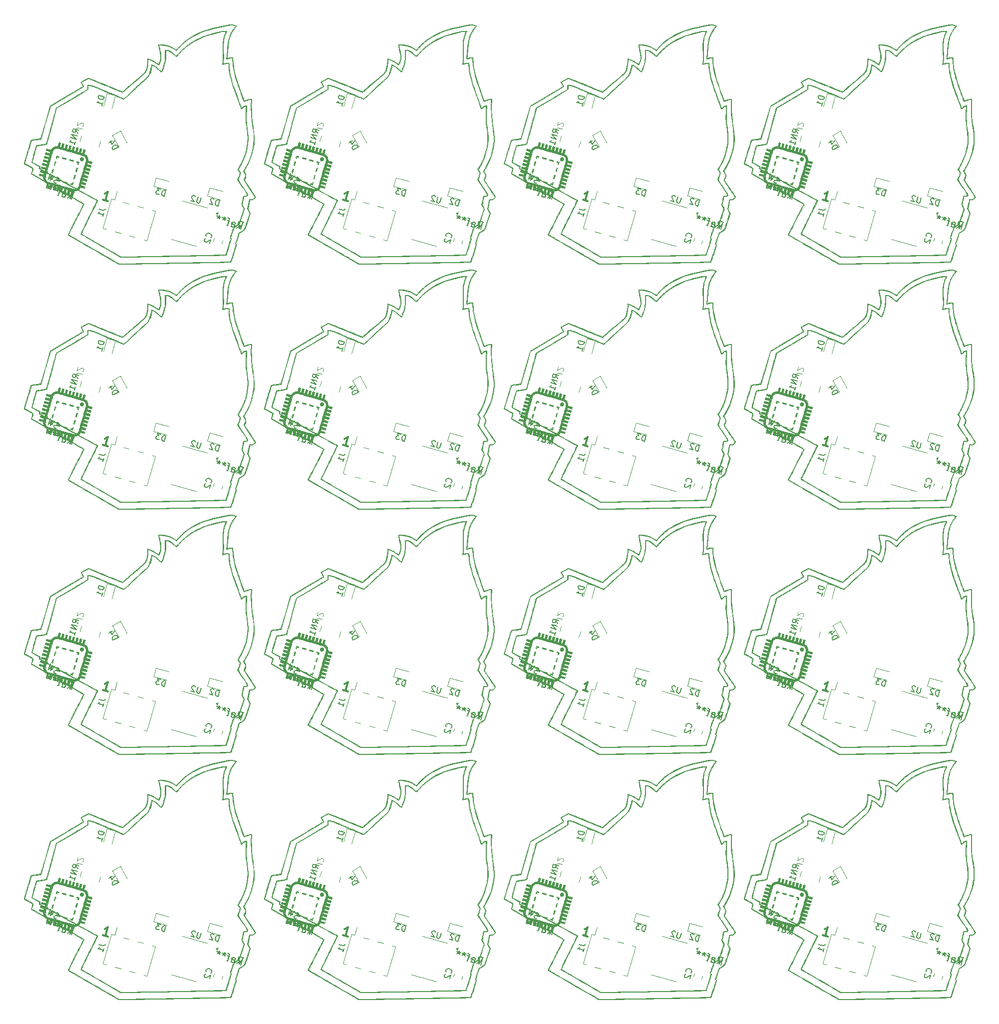
<source format=gbr>
%TF.GenerationSoftware,KiCad,Pcbnew,8.0.3*%
%TF.CreationDate,2024-07-16T13:25:22-05:00*%
%TF.ProjectId,DumpsterPanel,44756d70-7374-4657-9250-616e656c2e6b,rev?*%
%TF.SameCoordinates,Original*%
%TF.FileFunction,Legend,Bot*%
%TF.FilePolarity,Positive*%
%FSLAX46Y46*%
G04 Gerber Fmt 4.6, Leading zero omitted, Abs format (unit mm)*
G04 Created by KiCad (PCBNEW 8.0.3) date 2024-07-16 13:25:22*
%MOMM*%
%LPD*%
G01*
G04 APERTURE LIST*
%ADD10C,0.300000*%
%ADD11C,0.150000*%
%ADD12C,0.100000*%
%ADD13C,0.010000*%
%ADD14C,0.120000*%
G04 APERTURE END LIST*
D10*
X82244944Y-181698114D02*
X81421005Y-181461854D01*
X81832974Y-181579984D02*
X82246431Y-180138091D01*
X82246431Y-180138091D02*
X82050042Y-180304699D01*
X82050042Y-180304699D02*
X81873342Y-180402646D01*
X81873342Y-180402646D02*
X81716331Y-180431930D01*
X82244944Y-98552996D02*
X81421005Y-98316736D01*
X81832974Y-98434866D02*
X82246431Y-96992973D01*
X82246431Y-96992973D02*
X82050042Y-97159581D01*
X82050042Y-97159581D02*
X81873342Y-97257528D01*
X81873342Y-97257528D02*
X81716331Y-97286812D01*
X122947516Y-140125555D02*
X122123577Y-139889295D01*
X122535546Y-140007425D02*
X122949003Y-138565532D01*
X122949003Y-138565532D02*
X122752614Y-138732140D01*
X122752614Y-138732140D02*
X122575914Y-138830087D01*
X122575914Y-138830087D02*
X122418903Y-138859371D01*
X163650088Y-181698114D02*
X162826149Y-181461854D01*
X163238118Y-181579984D02*
X163651575Y-180138091D01*
X163651575Y-180138091D02*
X163455186Y-180304699D01*
X163455186Y-180304699D02*
X163278486Y-180402646D01*
X163278486Y-180402646D02*
X163121475Y-180431930D01*
X122947516Y-56980437D02*
X122123577Y-56744177D01*
X122535546Y-56862307D02*
X122949003Y-55420414D01*
X122949003Y-55420414D02*
X122752614Y-55587022D01*
X122752614Y-55587022D02*
X122575914Y-55684969D01*
X122575914Y-55684969D02*
X122418903Y-55714253D01*
X163650088Y-140125555D02*
X162826149Y-139889295D01*
X163238118Y-140007425D02*
X163651575Y-138565532D01*
X163651575Y-138565532D02*
X163455186Y-138732140D01*
X163455186Y-138732140D02*
X163278486Y-138830087D01*
X163278486Y-138830087D02*
X163121475Y-138859371D01*
X122947516Y-181698114D02*
X122123577Y-181461854D01*
X122535546Y-181579984D02*
X122949003Y-180138091D01*
X122949003Y-180138091D02*
X122752614Y-180304699D01*
X122752614Y-180304699D02*
X122575914Y-180402646D01*
X122575914Y-180402646D02*
X122418903Y-180431930D01*
X82244944Y-56980437D02*
X81421005Y-56744177D01*
X81832974Y-56862307D02*
X82246431Y-55420414D01*
X82246431Y-55420414D02*
X82050042Y-55587022D01*
X82050042Y-55587022D02*
X81873342Y-55684969D01*
X81873342Y-55684969D02*
X81716331Y-55714253D01*
X122947516Y-98552996D02*
X122123577Y-98316736D01*
X122535546Y-98434866D02*
X122949003Y-96992973D01*
X122949003Y-96992973D02*
X122752614Y-97159581D01*
X122752614Y-97159581D02*
X122575914Y-97257528D01*
X122575914Y-97257528D02*
X122418903Y-97286812D01*
X204352660Y-181698114D02*
X203528721Y-181461854D01*
X203940690Y-181579984D02*
X204354147Y-180138091D01*
X204354147Y-180138091D02*
X204157758Y-180304699D01*
X204157758Y-180304699D02*
X203981058Y-180402646D01*
X203981058Y-180402646D02*
X203824047Y-180431930D01*
X163650088Y-56980437D02*
X162826149Y-56744177D01*
X163238118Y-56862307D02*
X163651575Y-55420414D01*
X163651575Y-55420414D02*
X163455186Y-55587022D01*
X163455186Y-55587022D02*
X163278486Y-55684969D01*
X163278486Y-55684969D02*
X163121475Y-55714253D01*
X204352660Y-140125555D02*
X203528721Y-139889295D01*
X203940690Y-140007425D02*
X204354147Y-138565532D01*
X204354147Y-138565532D02*
X204157758Y-138732140D01*
X204157758Y-138732140D02*
X203981058Y-138830087D01*
X203981058Y-138830087D02*
X203824047Y-138859371D01*
X82244944Y-140125555D02*
X81421005Y-139889295D01*
X81832974Y-140007425D02*
X82246431Y-138565532D01*
X82246431Y-138565532D02*
X82050042Y-138732140D01*
X82050042Y-138732140D02*
X81873342Y-138830087D01*
X81873342Y-138830087D02*
X81716331Y-138859371D01*
X204352660Y-98552996D02*
X203528721Y-98316736D01*
X203940690Y-98434866D02*
X204354147Y-96992973D01*
X204354147Y-96992973D02*
X204157758Y-97159581D01*
X204157758Y-97159581D02*
X203981058Y-97257528D01*
X203981058Y-97257528D02*
X203824047Y-97286812D01*
X204352660Y-56980437D02*
X203528721Y-56744177D01*
X203940690Y-56862307D02*
X204354147Y-55420414D01*
X204354147Y-55420414D02*
X204157758Y-55587022D01*
X204157758Y-55587022D02*
X203981058Y-55684969D01*
X203981058Y-55684969D02*
X203824047Y-55714253D01*
X163650088Y-98552996D02*
X162826149Y-98316736D01*
X163238118Y-98434866D02*
X163651575Y-96992973D01*
X163651575Y-96992973D02*
X163455186Y-97159581D01*
X163455186Y-97159581D02*
X163278486Y-97257528D01*
X163278486Y-97257528D02*
X163121475Y-97286812D01*
D11*
X144827260Y-103163888D02*
X145400889Y-102699240D01*
X145524861Y-103363921D02*
X145874921Y-102143119D01*
X145874921Y-102143119D02*
X145409853Y-102009763D01*
X145409853Y-102009763D02*
X145276917Y-102034558D01*
X145276917Y-102034558D02*
X145202114Y-102076022D01*
X145202114Y-102076022D02*
X145110641Y-102175619D01*
X145110641Y-102175619D02*
X145060633Y-102350019D01*
X145060633Y-102350019D02*
X145085427Y-102482956D01*
X145085427Y-102482956D02*
X145126891Y-102557759D01*
X145126891Y-102557759D02*
X145226489Y-102649231D01*
X145226489Y-102649231D02*
X145691556Y-102782587D01*
X143855661Y-102822373D02*
X143955258Y-102913845D01*
X143955258Y-102913845D02*
X144187792Y-102980523D01*
X144187792Y-102980523D02*
X144320728Y-102955729D01*
X144320728Y-102955729D02*
X144412201Y-102856131D01*
X144412201Y-102856131D02*
X144545557Y-102391064D01*
X144545557Y-102391064D02*
X144520762Y-102258127D01*
X144520762Y-102258127D02*
X144421165Y-102166655D01*
X144421165Y-102166655D02*
X144188631Y-102099977D01*
X144188631Y-102099977D02*
X144055695Y-102124771D01*
X144055695Y-102124771D02*
X143964222Y-102224369D01*
X143964222Y-102224369D02*
X143930883Y-102340636D01*
X143930883Y-102340636D02*
X144478879Y-102623597D01*
X143665431Y-101949951D02*
X143200363Y-101816595D01*
X143257657Y-102713811D02*
X143557708Y-101667409D01*
X143557708Y-101667409D02*
X143532914Y-101534473D01*
X143532914Y-101534473D02*
X143433316Y-101443000D01*
X143433316Y-101443000D02*
X143317049Y-101409661D01*
X142735715Y-101242966D02*
X142652368Y-101533634D01*
X142976374Y-101500714D02*
X142652368Y-101533634D01*
X142652368Y-101533634D02*
X142395040Y-101334019D01*
X142760090Y-101816176D02*
X142652368Y-101533634D01*
X142652368Y-101533634D02*
X142411289Y-101716159D01*
X141805580Y-100976255D02*
X141722233Y-101266922D01*
X142046239Y-101234002D02*
X141722233Y-101266922D01*
X141722233Y-101266922D02*
X141464904Y-101067307D01*
X141829955Y-101549464D02*
X141722233Y-101266922D01*
X141722233Y-101266922D02*
X141481154Y-101449447D01*
X145962121Y-102168123D02*
X145205128Y-103272239D01*
X145205128Y-103272239D02*
X145148253Y-101934750D01*
X143868059Y-102888841D02*
X144051423Y-102249373D01*
X144051423Y-102249373D02*
X144142896Y-102149776D01*
X144142896Y-102149776D02*
X144275832Y-102124981D01*
X144275832Y-102124981D02*
X144508366Y-102191659D01*
X144508366Y-102191659D02*
X144607963Y-102283132D01*
X143884728Y-102830708D02*
X143984326Y-102922180D01*
X143984326Y-102922180D02*
X144274993Y-103005527D01*
X144274993Y-103005527D02*
X144407929Y-102980733D01*
X144407929Y-102980733D02*
X144499402Y-102881136D01*
X144499402Y-102881136D02*
X144532741Y-102764869D01*
X144532741Y-102764869D02*
X144507946Y-102631932D01*
X144507946Y-102631932D02*
X144408349Y-102540460D01*
X144408349Y-102540460D02*
X144117682Y-102457112D01*
X144117682Y-102457112D02*
X144018084Y-102365640D01*
X143112324Y-102672137D02*
X143245260Y-102647343D01*
X143245260Y-102647343D02*
X143336732Y-102547746D01*
X143336732Y-102547746D02*
X143636783Y-101501344D01*
X142822915Y-101267971D02*
X142739568Y-101558638D01*
X143063574Y-101525718D02*
X142739568Y-101558638D01*
X142739568Y-101558638D02*
X142482239Y-101359023D01*
X142847290Y-101841180D02*
X142739568Y-101558638D01*
X142739568Y-101558638D02*
X142498489Y-101741163D01*
X141892780Y-101001259D02*
X141809433Y-101291926D01*
X142133439Y-101259007D02*
X141809433Y-101291926D01*
X141809433Y-101291926D02*
X141552104Y-101092312D01*
X141917155Y-101574468D02*
X141809433Y-101291926D01*
X141809433Y-101291926D02*
X141568354Y-101474451D01*
X116123759Y-56481630D02*
X116697388Y-56016982D01*
X116821360Y-56681663D02*
X117171420Y-55460861D01*
X117171420Y-55460861D02*
X116706352Y-55327505D01*
X116706352Y-55327505D02*
X116573416Y-55352300D01*
X116573416Y-55352300D02*
X116498613Y-55393764D01*
X116498613Y-55393764D02*
X116407140Y-55493361D01*
X116407140Y-55493361D02*
X116357132Y-55667761D01*
X116357132Y-55667761D02*
X116381926Y-55800698D01*
X116381926Y-55800698D02*
X116423390Y-55875501D01*
X116423390Y-55875501D02*
X116522988Y-55966973D01*
X116522988Y-55966973D02*
X116988055Y-56100329D01*
X115152160Y-56140115D02*
X115251757Y-56231587D01*
X115251757Y-56231587D02*
X115484291Y-56298265D01*
X115484291Y-56298265D02*
X115617227Y-56273471D01*
X115617227Y-56273471D02*
X115708700Y-56173873D01*
X115708700Y-56173873D02*
X115842056Y-55708806D01*
X115842056Y-55708806D02*
X115817261Y-55575869D01*
X115817261Y-55575869D02*
X115717664Y-55484397D01*
X115717664Y-55484397D02*
X115485130Y-55417719D01*
X115485130Y-55417719D02*
X115352194Y-55442513D01*
X115352194Y-55442513D02*
X115260721Y-55542111D01*
X115260721Y-55542111D02*
X115227382Y-55658378D01*
X115227382Y-55658378D02*
X115775378Y-55941339D01*
X114961930Y-55267693D02*
X114496862Y-55134337D01*
X114554156Y-56031553D02*
X114854207Y-54985151D01*
X114854207Y-54985151D02*
X114829413Y-54852215D01*
X114829413Y-54852215D02*
X114729815Y-54760742D01*
X114729815Y-54760742D02*
X114613548Y-54727403D01*
X114032214Y-54560708D02*
X113948867Y-54851376D01*
X114272873Y-54818456D02*
X113948867Y-54851376D01*
X113948867Y-54851376D02*
X113691539Y-54651761D01*
X114056589Y-55133918D02*
X113948867Y-54851376D01*
X113948867Y-54851376D02*
X113707788Y-55033901D01*
X113102079Y-54293997D02*
X113018732Y-54584664D01*
X113342738Y-54551744D02*
X113018732Y-54584664D01*
X113018732Y-54584664D02*
X112761403Y-54385049D01*
X113126454Y-54867206D02*
X113018732Y-54584664D01*
X113018732Y-54584664D02*
X112777653Y-54767189D01*
X117258620Y-55485865D02*
X116501627Y-56589981D01*
X116501627Y-56589981D02*
X116444752Y-55252492D01*
X115164558Y-56206583D02*
X115347922Y-55567115D01*
X115347922Y-55567115D02*
X115439395Y-55467518D01*
X115439395Y-55467518D02*
X115572331Y-55442723D01*
X115572331Y-55442723D02*
X115804865Y-55509401D01*
X115804865Y-55509401D02*
X115904462Y-55600874D01*
X115181227Y-56148450D02*
X115280825Y-56239922D01*
X115280825Y-56239922D02*
X115571492Y-56323269D01*
X115571492Y-56323269D02*
X115704428Y-56298475D01*
X115704428Y-56298475D02*
X115795901Y-56198878D01*
X115795901Y-56198878D02*
X115829240Y-56082611D01*
X115829240Y-56082611D02*
X115804445Y-55949674D01*
X115804445Y-55949674D02*
X115704848Y-55858202D01*
X115704848Y-55858202D02*
X115414181Y-55774854D01*
X115414181Y-55774854D02*
X115314583Y-55683382D01*
X114408823Y-55989879D02*
X114541759Y-55965085D01*
X114541759Y-55965085D02*
X114633231Y-55865488D01*
X114633231Y-55865488D02*
X114933282Y-54819086D01*
X114119414Y-54585713D02*
X114036067Y-54876380D01*
X114360073Y-54843460D02*
X114036067Y-54876380D01*
X114036067Y-54876380D02*
X113778738Y-54676765D01*
X114143789Y-55158922D02*
X114036067Y-54876380D01*
X114036067Y-54876380D02*
X113794988Y-55058905D01*
X113189279Y-54319001D02*
X113105932Y-54609668D01*
X113429938Y-54576749D02*
X113105932Y-54609668D01*
X113105932Y-54609668D02*
X112848603Y-54410054D01*
X113213654Y-54892210D02*
X113105932Y-54609668D01*
X113105932Y-54609668D02*
X112864853Y-54792193D01*
X199291036Y-170240279D02*
X198925171Y-169788603D01*
X199448543Y-169690987D02*
X198487281Y-169415350D01*
X198487281Y-169415350D02*
X198382276Y-169781544D01*
X198382276Y-169781544D02*
X198401800Y-169886219D01*
X198401800Y-169886219D02*
X198434448Y-169945119D01*
X198434448Y-169945119D02*
X198512871Y-170017144D01*
X198512871Y-170017144D02*
X198650195Y-170056521D01*
X198650195Y-170056521D02*
X198754869Y-170036998D01*
X198754869Y-170036998D02*
X198813769Y-170004349D01*
X198813769Y-170004349D02*
X198885794Y-169925926D01*
X198885794Y-169925926D02*
X198990799Y-169559731D01*
X199172905Y-170652249D02*
X198211644Y-170376611D01*
X198211644Y-170376611D02*
X199015398Y-171201541D01*
X199015398Y-171201541D02*
X198054137Y-170925904D01*
X198739761Y-172162803D02*
X198897268Y-171613510D01*
X198818514Y-171888156D02*
X197857253Y-171612519D01*
X197857253Y-171612519D02*
X198020827Y-171560347D01*
X198020827Y-171560347D02*
X198138627Y-171495050D01*
X198138627Y-171495050D02*
X198210653Y-171416626D01*
X122384884Y-39337994D02*
X121423622Y-39062357D01*
X121423622Y-39062357D02*
X121357994Y-39291229D01*
X121357994Y-39291229D02*
X121364392Y-39441678D01*
X121364392Y-39441678D02*
X121429690Y-39559477D01*
X121429690Y-39559477D02*
X121508113Y-39631503D01*
X121508113Y-39631503D02*
X121678085Y-39729780D01*
X121678085Y-39729780D02*
X121815408Y-39769156D01*
X121815408Y-39769156D02*
X122011631Y-39775884D01*
X122011631Y-39775884D02*
X122116305Y-39756361D01*
X122116305Y-39756361D02*
X122234105Y-39691064D01*
X122234105Y-39691064D02*
X122319256Y-39566866D01*
X122319256Y-39566866D02*
X122384884Y-39337994D01*
X121964865Y-40802774D02*
X122122372Y-40253482D01*
X122043619Y-40528128D02*
X121082357Y-40252491D01*
X121082357Y-40252491D02*
X121245931Y-40200319D01*
X121245931Y-40200319D02*
X121363731Y-40135021D01*
X121363731Y-40135021D02*
X121435757Y-40056598D01*
D12*
X118610051Y-127911855D02*
X117923435Y-127714971D01*
X117923435Y-127714971D02*
X117772986Y-127721369D01*
X117772986Y-127721369D02*
X117655187Y-127786666D01*
X117655187Y-127786666D02*
X117570035Y-127910864D01*
X117570035Y-127910864D02*
X117543784Y-128002412D01*
X118636632Y-127473634D02*
X118695532Y-127440985D01*
X118695532Y-127440985D02*
X118767558Y-127362562D01*
X118767558Y-127362562D02*
X118833186Y-127133690D01*
X118833186Y-127133690D02*
X118813663Y-127029016D01*
X118813663Y-127029016D02*
X118781014Y-126970116D01*
X118781014Y-126970116D02*
X118702591Y-126898091D01*
X118702591Y-126898091D02*
X118611042Y-126871839D01*
X118611042Y-126871839D02*
X118460593Y-126878237D01*
X118460593Y-126878237D02*
X117753794Y-127270022D01*
X117753794Y-127270022D02*
X117924426Y-126674956D01*
D11*
X195675701Y-178703731D02*
X195528173Y-178673542D01*
X195528173Y-178673542D02*
X195321977Y-178554495D01*
X195321977Y-178554495D02*
X195263308Y-178465636D01*
X195263308Y-178465636D02*
X195245878Y-178400587D01*
X195245878Y-178400587D02*
X195252257Y-178294299D01*
X195252257Y-178294299D02*
X195299877Y-178211821D01*
X195299877Y-178211821D02*
X195388735Y-178153152D01*
X195388735Y-178153152D02*
X195453784Y-178135722D01*
X195453784Y-178135722D02*
X195560072Y-178142102D01*
X195560072Y-178142102D02*
X195748839Y-178196100D01*
X195748839Y-178196100D02*
X195855127Y-178202480D01*
X195855127Y-178202480D02*
X195920176Y-178185050D01*
X195920176Y-178185050D02*
X196009034Y-178126381D01*
X196009034Y-178126381D02*
X196056653Y-178043903D01*
X196056653Y-178043903D02*
X196063033Y-177937614D01*
X196063033Y-177937614D02*
X196045603Y-177872566D01*
X196045603Y-177872566D02*
X195986934Y-177783707D01*
X195986934Y-177783707D02*
X195780737Y-177664660D01*
X195780737Y-177664660D02*
X195633210Y-177634470D01*
X195368344Y-177426564D02*
X194662148Y-178173542D01*
X194662148Y-178173542D02*
X194854333Y-177459714D01*
X194854333Y-177459714D02*
X194332233Y-177983066D01*
X194332233Y-177983066D02*
X194626037Y-176997993D01*
X193342490Y-177411637D02*
X193837362Y-177697352D01*
X193589926Y-177554495D02*
X194089926Y-176688469D01*
X194089926Y-176688469D02*
X194100976Y-176859806D01*
X194100976Y-176859806D02*
X194135835Y-176989904D01*
X194135835Y-176989904D02*
X194194505Y-177078762D01*
X164533511Y-48314594D02*
X165408131Y-47829785D01*
X165408131Y-47829785D02*
X165292700Y-47621542D01*
X165292700Y-47621542D02*
X165181793Y-47519682D01*
X165181793Y-47519682D02*
X165052324Y-47482558D01*
X165052324Y-47482558D02*
X164945940Y-47487081D01*
X164945940Y-47487081D02*
X164756260Y-47537778D01*
X164756260Y-47537778D02*
X164631314Y-47607036D01*
X164631314Y-47607036D02*
X164487806Y-47741029D01*
X164487806Y-47741029D02*
X164427595Y-47828850D01*
X164427595Y-47828850D02*
X164390470Y-47958320D01*
X164390470Y-47958320D02*
X164418080Y-48106352D01*
X164418080Y-48106352D02*
X164533511Y-48314594D01*
X164424006Y-46741931D02*
X163840926Y-47065138D01*
X164872625Y-46765485D02*
X164363328Y-47320020D01*
X164363328Y-47320020D02*
X164063207Y-46778589D01*
X203790028Y-80910553D02*
X202828766Y-80634916D01*
X202828766Y-80634916D02*
X202763138Y-80863788D01*
X202763138Y-80863788D02*
X202769536Y-81014237D01*
X202769536Y-81014237D02*
X202834834Y-81132036D01*
X202834834Y-81132036D02*
X202913257Y-81204062D01*
X202913257Y-81204062D02*
X203083229Y-81302339D01*
X203083229Y-81302339D02*
X203220552Y-81341715D01*
X203220552Y-81341715D02*
X203416775Y-81348443D01*
X203416775Y-81348443D02*
X203521449Y-81328920D01*
X203521449Y-81328920D02*
X203639249Y-81263623D01*
X203639249Y-81263623D02*
X203724400Y-81139425D01*
X203724400Y-81139425D02*
X203790028Y-80910553D01*
X203370009Y-82375333D02*
X203527516Y-81826041D01*
X203448763Y-82100687D02*
X202487501Y-81825050D01*
X202487501Y-81825050D02*
X202651075Y-81772878D01*
X202651075Y-81772878D02*
X202768875Y-81707580D01*
X202768875Y-81707580D02*
X202840901Y-81629157D01*
X114270557Y-137131172D02*
X114123029Y-137100983D01*
X114123029Y-137100983D02*
X113916833Y-136981936D01*
X113916833Y-136981936D02*
X113858164Y-136893077D01*
X113858164Y-136893077D02*
X113840734Y-136828028D01*
X113840734Y-136828028D02*
X113847113Y-136721740D01*
X113847113Y-136721740D02*
X113894733Y-136639262D01*
X113894733Y-136639262D02*
X113983591Y-136580593D01*
X113983591Y-136580593D02*
X114048640Y-136563163D01*
X114048640Y-136563163D02*
X114154928Y-136569543D01*
X114154928Y-136569543D02*
X114343695Y-136623541D01*
X114343695Y-136623541D02*
X114449983Y-136629921D01*
X114449983Y-136629921D02*
X114515032Y-136612491D01*
X114515032Y-136612491D02*
X114603890Y-136553822D01*
X114603890Y-136553822D02*
X114651509Y-136471344D01*
X114651509Y-136471344D02*
X114657889Y-136365055D01*
X114657889Y-136365055D02*
X114640459Y-136300007D01*
X114640459Y-136300007D02*
X114581790Y-136211148D01*
X114581790Y-136211148D02*
X114375593Y-136092101D01*
X114375593Y-136092101D02*
X114228066Y-136061911D01*
X113963200Y-135854005D02*
X113257004Y-136600983D01*
X113257004Y-136600983D02*
X113449189Y-135887155D01*
X113449189Y-135887155D02*
X112927089Y-136410507D01*
X112927089Y-136410507D02*
X113220893Y-135425434D01*
X111937346Y-135839078D02*
X112432218Y-136124793D01*
X112184782Y-135981936D02*
X112684782Y-135115910D01*
X112684782Y-135115910D02*
X112695832Y-135287247D01*
X112695832Y-135287247D02*
X112730691Y-135417345D01*
X112730691Y-135417345D02*
X112789361Y-135506203D01*
X140413464Y-63190269D02*
X140472364Y-63157620D01*
X140472364Y-63157620D02*
X140557515Y-63033422D01*
X140557515Y-63033422D02*
X140583767Y-62941874D01*
X140583767Y-62941874D02*
X140577369Y-62791425D01*
X140577369Y-62791425D02*
X140512071Y-62673625D01*
X140512071Y-62673625D02*
X140433648Y-62601599D01*
X140433648Y-62601599D02*
X140263676Y-62503323D01*
X140263676Y-62503323D02*
X140126353Y-62463946D01*
X140126353Y-62463946D02*
X139930130Y-62457218D01*
X139930130Y-62457218D02*
X139825456Y-62476741D01*
X139825456Y-62476741D02*
X139707656Y-62542039D01*
X139707656Y-62542039D02*
X139622505Y-62666236D01*
X139622505Y-62666236D02*
X139596254Y-62757785D01*
X139596254Y-62757785D02*
X139602651Y-62908234D01*
X139602651Y-62908234D02*
X139635300Y-62967134D01*
X139530295Y-63333329D02*
X139471395Y-63365977D01*
X139471395Y-63365977D02*
X139399370Y-63444400D01*
X139399370Y-63444400D02*
X139333742Y-63673272D01*
X139333742Y-63673272D02*
X139353265Y-63777947D01*
X139353265Y-63777947D02*
X139385914Y-63836847D01*
X139385914Y-63836847D02*
X139464337Y-63908872D01*
X139464337Y-63908872D02*
X139555886Y-63935123D01*
X139555886Y-63935123D02*
X139706334Y-63928726D01*
X139706334Y-63928726D02*
X140413134Y-63536940D01*
X140413134Y-63536940D02*
X140242501Y-64132007D01*
X182351439Y-99396972D02*
X182627076Y-98435710D01*
X182627076Y-98435710D02*
X182398204Y-98370082D01*
X182398204Y-98370082D02*
X182247755Y-98376480D01*
X182247755Y-98376480D02*
X182129956Y-98441778D01*
X182129956Y-98441778D02*
X182057930Y-98520201D01*
X182057930Y-98520201D02*
X181959653Y-98690173D01*
X181959653Y-98690173D02*
X181920277Y-98827496D01*
X181920277Y-98827496D02*
X181913549Y-99023719D01*
X181913549Y-99023719D02*
X181933072Y-99128393D01*
X181933072Y-99128393D02*
X181998369Y-99246193D01*
X181998369Y-99246193D02*
X182122567Y-99331344D01*
X182122567Y-99331344D02*
X182351439Y-99396972D01*
X181685337Y-98264747D02*
X181652689Y-98205847D01*
X181652689Y-98205847D02*
X181574266Y-98133822D01*
X181574266Y-98133822D02*
X181345394Y-98068194D01*
X181345394Y-98068194D02*
X181240719Y-98087717D01*
X181240719Y-98087717D02*
X181181819Y-98120366D01*
X181181819Y-98120366D02*
X181109794Y-98198789D01*
X181109794Y-98198789D02*
X181083543Y-98290338D01*
X181083543Y-98290338D02*
X181089940Y-98440786D01*
X181089940Y-98440786D02*
X181481726Y-99147586D01*
X181481726Y-99147586D02*
X180886659Y-98976953D01*
X199291036Y-45522602D02*
X198925171Y-45070926D01*
X199448543Y-44973310D02*
X198487281Y-44697673D01*
X198487281Y-44697673D02*
X198382276Y-45063867D01*
X198382276Y-45063867D02*
X198401800Y-45168542D01*
X198401800Y-45168542D02*
X198434448Y-45227442D01*
X198434448Y-45227442D02*
X198512871Y-45299467D01*
X198512871Y-45299467D02*
X198650195Y-45338844D01*
X198650195Y-45338844D02*
X198754869Y-45319321D01*
X198754869Y-45319321D02*
X198813769Y-45286672D01*
X198813769Y-45286672D02*
X198885794Y-45208249D01*
X198885794Y-45208249D02*
X198990799Y-44842054D01*
X199172905Y-45934572D02*
X198211644Y-45658934D01*
X198211644Y-45658934D02*
X199015398Y-46483864D01*
X199015398Y-46483864D02*
X198054137Y-46208227D01*
X198739761Y-47445126D02*
X198897268Y-46895833D01*
X198818514Y-47170479D02*
X197857253Y-46894842D01*
X197857253Y-46894842D02*
X198020827Y-46842670D01*
X198020827Y-46842670D02*
X198138627Y-46777373D01*
X198138627Y-46777373D02*
X198210653Y-46698949D01*
X179506222Y-97977745D02*
X179283087Y-98755910D01*
X179283087Y-98755910D02*
X179211061Y-98834333D01*
X179211061Y-98834333D02*
X179152161Y-98866981D01*
X179152161Y-98866981D02*
X179047487Y-98886505D01*
X179047487Y-98886505D02*
X178864389Y-98834002D01*
X178864389Y-98834002D02*
X178785966Y-98761977D01*
X178785966Y-98761977D02*
X178753317Y-98703077D01*
X178753317Y-98703077D02*
X178733794Y-98598403D01*
X178733794Y-98598403D02*
X178956929Y-97820238D01*
X178518709Y-97793657D02*
X178486060Y-97734757D01*
X178486060Y-97734757D02*
X178407637Y-97662731D01*
X178407637Y-97662731D02*
X178178765Y-97597103D01*
X178178765Y-97597103D02*
X178074091Y-97616626D01*
X178074091Y-97616626D02*
X178015191Y-97649275D01*
X178015191Y-97649275D02*
X177943165Y-97727698D01*
X177943165Y-97727698D02*
X177916914Y-97819247D01*
X177916914Y-97819247D02*
X177923312Y-97969696D01*
X177923312Y-97969696D02*
X178315097Y-98676495D01*
X178315097Y-98676495D02*
X177720030Y-98505863D01*
X140413464Y-187907946D02*
X140472364Y-187875297D01*
X140472364Y-187875297D02*
X140557515Y-187751099D01*
X140557515Y-187751099D02*
X140583767Y-187659551D01*
X140583767Y-187659551D02*
X140577369Y-187509102D01*
X140577369Y-187509102D02*
X140512071Y-187391302D01*
X140512071Y-187391302D02*
X140433648Y-187319276D01*
X140433648Y-187319276D02*
X140263676Y-187221000D01*
X140263676Y-187221000D02*
X140126353Y-187181623D01*
X140126353Y-187181623D02*
X139930130Y-187174895D01*
X139930130Y-187174895D02*
X139825456Y-187194418D01*
X139825456Y-187194418D02*
X139707656Y-187259716D01*
X139707656Y-187259716D02*
X139622505Y-187383913D01*
X139622505Y-187383913D02*
X139596254Y-187475462D01*
X139596254Y-187475462D02*
X139602651Y-187625911D01*
X139602651Y-187625911D02*
X139635300Y-187684811D01*
X139530295Y-188051006D02*
X139471395Y-188083654D01*
X139471395Y-188083654D02*
X139399370Y-188162077D01*
X139399370Y-188162077D02*
X139333742Y-188390949D01*
X139333742Y-188390949D02*
X139353265Y-188495624D01*
X139353265Y-188495624D02*
X139385914Y-188554524D01*
X139385914Y-188554524D02*
X139464337Y-188626549D01*
X139464337Y-188626549D02*
X139555886Y-188652800D01*
X139555886Y-188652800D02*
X139706334Y-188646403D01*
X139706334Y-188646403D02*
X140413134Y-188254617D01*
X140413134Y-188254617D02*
X140242501Y-188849684D01*
X220208794Y-97977745D02*
X219985659Y-98755910D01*
X219985659Y-98755910D02*
X219913633Y-98834333D01*
X219913633Y-98834333D02*
X219854733Y-98866981D01*
X219854733Y-98866981D02*
X219750059Y-98886505D01*
X219750059Y-98886505D02*
X219566961Y-98834002D01*
X219566961Y-98834002D02*
X219488538Y-98761977D01*
X219488538Y-98761977D02*
X219455889Y-98703077D01*
X219455889Y-98703077D02*
X219436366Y-98598403D01*
X219436366Y-98598403D02*
X219659501Y-97820238D01*
X219221281Y-97793657D02*
X219188632Y-97734757D01*
X219188632Y-97734757D02*
X219110209Y-97662731D01*
X219110209Y-97662731D02*
X218881337Y-97597103D01*
X218881337Y-97597103D02*
X218776663Y-97616626D01*
X218776663Y-97616626D02*
X218717763Y-97649275D01*
X218717763Y-97649275D02*
X218645737Y-97727698D01*
X218645737Y-97727698D02*
X218619486Y-97819247D01*
X218619486Y-97819247D02*
X218625884Y-97969696D01*
X218625884Y-97969696D02*
X219017669Y-98676495D01*
X219017669Y-98676495D02*
X218422602Y-98505863D01*
X75421187Y-98054189D02*
X75994816Y-97589541D01*
X76118788Y-98254222D02*
X76468848Y-97033420D01*
X76468848Y-97033420D02*
X76003780Y-96900064D01*
X76003780Y-96900064D02*
X75870844Y-96924859D01*
X75870844Y-96924859D02*
X75796041Y-96966323D01*
X75796041Y-96966323D02*
X75704568Y-97065920D01*
X75704568Y-97065920D02*
X75654560Y-97240320D01*
X75654560Y-97240320D02*
X75679354Y-97373257D01*
X75679354Y-97373257D02*
X75720818Y-97448060D01*
X75720818Y-97448060D02*
X75820416Y-97539532D01*
X75820416Y-97539532D02*
X76285483Y-97672888D01*
X74449588Y-97712674D02*
X74549185Y-97804146D01*
X74549185Y-97804146D02*
X74781719Y-97870824D01*
X74781719Y-97870824D02*
X74914655Y-97846030D01*
X74914655Y-97846030D02*
X75006128Y-97746432D01*
X75006128Y-97746432D02*
X75139484Y-97281365D01*
X75139484Y-97281365D02*
X75114689Y-97148428D01*
X75114689Y-97148428D02*
X75015092Y-97056956D01*
X75015092Y-97056956D02*
X74782558Y-96990278D01*
X74782558Y-96990278D02*
X74649622Y-97015072D01*
X74649622Y-97015072D02*
X74558149Y-97114670D01*
X74558149Y-97114670D02*
X74524810Y-97230937D01*
X74524810Y-97230937D02*
X75072806Y-97513898D01*
X74259358Y-96840252D02*
X73794290Y-96706896D01*
X73851584Y-97604112D02*
X74151635Y-96557710D01*
X74151635Y-96557710D02*
X74126841Y-96424774D01*
X74126841Y-96424774D02*
X74027243Y-96333301D01*
X74027243Y-96333301D02*
X73910976Y-96299962D01*
X73329642Y-96133267D02*
X73246295Y-96423935D01*
X73570301Y-96391015D02*
X73246295Y-96423935D01*
X73246295Y-96423935D02*
X72988967Y-96224320D01*
X73354017Y-96706477D02*
X73246295Y-96423935D01*
X73246295Y-96423935D02*
X73005216Y-96606460D01*
X72399507Y-95866556D02*
X72316160Y-96157223D01*
X72640166Y-96124303D02*
X72316160Y-96157223D01*
X72316160Y-96157223D02*
X72058831Y-95957608D01*
X72423882Y-96439765D02*
X72316160Y-96157223D01*
X72316160Y-96157223D02*
X72075081Y-96339748D01*
X76556048Y-97058424D02*
X75799055Y-98162540D01*
X75799055Y-98162540D02*
X75742180Y-96825051D01*
X74461986Y-97779142D02*
X74645350Y-97139674D01*
X74645350Y-97139674D02*
X74736823Y-97040077D01*
X74736823Y-97040077D02*
X74869759Y-97015282D01*
X74869759Y-97015282D02*
X75102293Y-97081960D01*
X75102293Y-97081960D02*
X75201890Y-97173433D01*
X74478655Y-97721009D02*
X74578253Y-97812481D01*
X74578253Y-97812481D02*
X74868920Y-97895828D01*
X74868920Y-97895828D02*
X75001856Y-97871034D01*
X75001856Y-97871034D02*
X75093329Y-97771437D01*
X75093329Y-97771437D02*
X75126668Y-97655170D01*
X75126668Y-97655170D02*
X75101873Y-97522233D01*
X75101873Y-97522233D02*
X75002276Y-97430761D01*
X75002276Y-97430761D02*
X74711609Y-97347413D01*
X74711609Y-97347413D02*
X74612011Y-97255941D01*
X73706251Y-97562438D02*
X73839187Y-97537644D01*
X73839187Y-97537644D02*
X73930659Y-97438047D01*
X73930659Y-97438047D02*
X74230710Y-96391645D01*
X73416842Y-96158272D02*
X73333495Y-96448939D01*
X73657501Y-96416019D02*
X73333495Y-96448939D01*
X73333495Y-96448939D02*
X73076166Y-96249324D01*
X73441217Y-96731481D02*
X73333495Y-96448939D01*
X73333495Y-96448939D02*
X73092416Y-96631464D01*
X72486707Y-95891560D02*
X72403360Y-96182227D01*
X72727366Y-96149308D02*
X72403360Y-96182227D01*
X72403360Y-96182227D02*
X72146031Y-95982613D01*
X72511082Y-96464769D02*
X72403360Y-96182227D01*
X72403360Y-96182227D02*
X72162281Y-96364752D01*
X144827260Y-186309006D02*
X145400889Y-185844358D01*
X145524861Y-186509039D02*
X145874921Y-185288237D01*
X145874921Y-185288237D02*
X145409853Y-185154881D01*
X145409853Y-185154881D02*
X145276917Y-185179676D01*
X145276917Y-185179676D02*
X145202114Y-185221140D01*
X145202114Y-185221140D02*
X145110641Y-185320737D01*
X145110641Y-185320737D02*
X145060633Y-185495137D01*
X145060633Y-185495137D02*
X145085427Y-185628074D01*
X145085427Y-185628074D02*
X145126891Y-185702877D01*
X145126891Y-185702877D02*
X145226489Y-185794349D01*
X145226489Y-185794349D02*
X145691556Y-185927705D01*
X143855661Y-185967491D02*
X143955258Y-186058963D01*
X143955258Y-186058963D02*
X144187792Y-186125641D01*
X144187792Y-186125641D02*
X144320728Y-186100847D01*
X144320728Y-186100847D02*
X144412201Y-186001249D01*
X144412201Y-186001249D02*
X144545557Y-185536182D01*
X144545557Y-185536182D02*
X144520762Y-185403245D01*
X144520762Y-185403245D02*
X144421165Y-185311773D01*
X144421165Y-185311773D02*
X144188631Y-185245095D01*
X144188631Y-185245095D02*
X144055695Y-185269889D01*
X144055695Y-185269889D02*
X143964222Y-185369487D01*
X143964222Y-185369487D02*
X143930883Y-185485754D01*
X143930883Y-185485754D02*
X144478879Y-185768715D01*
X143665431Y-185095069D02*
X143200363Y-184961713D01*
X143257657Y-185858929D02*
X143557708Y-184812527D01*
X143557708Y-184812527D02*
X143532914Y-184679591D01*
X143532914Y-184679591D02*
X143433316Y-184588118D01*
X143433316Y-184588118D02*
X143317049Y-184554779D01*
X142735715Y-184388084D02*
X142652368Y-184678752D01*
X142976374Y-184645832D02*
X142652368Y-184678752D01*
X142652368Y-184678752D02*
X142395040Y-184479137D01*
X142760090Y-184961294D02*
X142652368Y-184678752D01*
X142652368Y-184678752D02*
X142411289Y-184861277D01*
X141805580Y-184121373D02*
X141722233Y-184412040D01*
X142046239Y-184379120D02*
X141722233Y-184412040D01*
X141722233Y-184412040D02*
X141464904Y-184212425D01*
X141829955Y-184694582D02*
X141722233Y-184412040D01*
X141722233Y-184412040D02*
X141481154Y-184594565D01*
X145962121Y-185313241D02*
X145205128Y-186417357D01*
X145205128Y-186417357D02*
X145148253Y-185079868D01*
X143868059Y-186033959D02*
X144051423Y-185394491D01*
X144051423Y-185394491D02*
X144142896Y-185294894D01*
X144142896Y-185294894D02*
X144275832Y-185270099D01*
X144275832Y-185270099D02*
X144508366Y-185336777D01*
X144508366Y-185336777D02*
X144607963Y-185428250D01*
X143884728Y-185975826D02*
X143984326Y-186067298D01*
X143984326Y-186067298D02*
X144274993Y-186150645D01*
X144274993Y-186150645D02*
X144407929Y-186125851D01*
X144407929Y-186125851D02*
X144499402Y-186026254D01*
X144499402Y-186026254D02*
X144532741Y-185909987D01*
X144532741Y-185909987D02*
X144507946Y-185777050D01*
X144507946Y-185777050D02*
X144408349Y-185685578D01*
X144408349Y-185685578D02*
X144117682Y-185602230D01*
X144117682Y-185602230D02*
X144018084Y-185510758D01*
X143112324Y-185817255D02*
X143245260Y-185792461D01*
X143245260Y-185792461D02*
X143336732Y-185692864D01*
X143336732Y-185692864D02*
X143636783Y-184646462D01*
X142822915Y-184413089D02*
X142739568Y-184703756D01*
X143063574Y-184670836D02*
X142739568Y-184703756D01*
X142739568Y-184703756D02*
X142482239Y-184504141D01*
X142847290Y-184986298D02*
X142739568Y-184703756D01*
X142739568Y-184703756D02*
X142498489Y-184886281D01*
X141892780Y-184146377D02*
X141809433Y-184437044D01*
X142133439Y-184404125D02*
X141809433Y-184437044D01*
X141809433Y-184437044D02*
X141552104Y-184237430D01*
X141917155Y-184719586D02*
X141809433Y-184437044D01*
X141809433Y-184437044D02*
X141568354Y-184619569D01*
X226232404Y-61591329D02*
X226806033Y-61126681D01*
X226930005Y-61791362D02*
X227280065Y-60570560D01*
X227280065Y-60570560D02*
X226814997Y-60437204D01*
X226814997Y-60437204D02*
X226682061Y-60461999D01*
X226682061Y-60461999D02*
X226607258Y-60503463D01*
X226607258Y-60503463D02*
X226515785Y-60603060D01*
X226515785Y-60603060D02*
X226465777Y-60777460D01*
X226465777Y-60777460D02*
X226490571Y-60910397D01*
X226490571Y-60910397D02*
X226532035Y-60985200D01*
X226532035Y-60985200D02*
X226631633Y-61076672D01*
X226631633Y-61076672D02*
X227096700Y-61210028D01*
X225260805Y-61249814D02*
X225360402Y-61341286D01*
X225360402Y-61341286D02*
X225592936Y-61407964D01*
X225592936Y-61407964D02*
X225725872Y-61383170D01*
X225725872Y-61383170D02*
X225817345Y-61283572D01*
X225817345Y-61283572D02*
X225950701Y-60818505D01*
X225950701Y-60818505D02*
X225925906Y-60685568D01*
X225925906Y-60685568D02*
X225826309Y-60594096D01*
X225826309Y-60594096D02*
X225593775Y-60527418D01*
X225593775Y-60527418D02*
X225460839Y-60552212D01*
X225460839Y-60552212D02*
X225369366Y-60651810D01*
X225369366Y-60651810D02*
X225336027Y-60768077D01*
X225336027Y-60768077D02*
X225884023Y-61051038D01*
X225070575Y-60377392D02*
X224605507Y-60244036D01*
X224662801Y-61141252D02*
X224962852Y-60094850D01*
X224962852Y-60094850D02*
X224938058Y-59961914D01*
X224938058Y-59961914D02*
X224838460Y-59870441D01*
X224838460Y-59870441D02*
X224722193Y-59837102D01*
X224140859Y-59670407D02*
X224057512Y-59961075D01*
X224381518Y-59928155D02*
X224057512Y-59961075D01*
X224057512Y-59961075D02*
X223800184Y-59761460D01*
X224165234Y-60243617D02*
X224057512Y-59961075D01*
X224057512Y-59961075D02*
X223816433Y-60143600D01*
X223210724Y-59403696D02*
X223127377Y-59694363D01*
X223451383Y-59661443D02*
X223127377Y-59694363D01*
X223127377Y-59694363D02*
X222870048Y-59494748D01*
X223235099Y-59976905D02*
X223127377Y-59694363D01*
X223127377Y-59694363D02*
X222886298Y-59876888D01*
X227367265Y-60595564D02*
X226610272Y-61699680D01*
X226610272Y-61699680D02*
X226553397Y-60362191D01*
X225273203Y-61316282D02*
X225456567Y-60676814D01*
X225456567Y-60676814D02*
X225548040Y-60577217D01*
X225548040Y-60577217D02*
X225680976Y-60552422D01*
X225680976Y-60552422D02*
X225913510Y-60619100D01*
X225913510Y-60619100D02*
X226013107Y-60710573D01*
X225289872Y-61258149D02*
X225389470Y-61349621D01*
X225389470Y-61349621D02*
X225680137Y-61432968D01*
X225680137Y-61432968D02*
X225813073Y-61408174D01*
X225813073Y-61408174D02*
X225904546Y-61308577D01*
X225904546Y-61308577D02*
X225937885Y-61192310D01*
X225937885Y-61192310D02*
X225913090Y-61059373D01*
X225913090Y-61059373D02*
X225813493Y-60967901D01*
X225813493Y-60967901D02*
X225522826Y-60884553D01*
X225522826Y-60884553D02*
X225423228Y-60793081D01*
X224517468Y-61099578D02*
X224650404Y-61074784D01*
X224650404Y-61074784D02*
X224741876Y-60975187D01*
X224741876Y-60975187D02*
X225041927Y-59928785D01*
X224228059Y-59695412D02*
X224144712Y-59986079D01*
X224468718Y-59953159D02*
X224144712Y-59986079D01*
X224144712Y-59986079D02*
X223887383Y-59786464D01*
X224252434Y-60268621D02*
X224144712Y-59986079D01*
X224144712Y-59986079D02*
X223903633Y-60168604D01*
X223297924Y-59428700D02*
X223214577Y-59719367D01*
X223538583Y-59686448D02*
X223214577Y-59719367D01*
X223214577Y-59719367D02*
X222957248Y-59519753D01*
X223322299Y-60001909D02*
X223214577Y-59719367D01*
X223214577Y-59719367D02*
X222973498Y-59901892D01*
X185529832Y-61591329D02*
X186103461Y-61126681D01*
X186227433Y-61791362D02*
X186577493Y-60570560D01*
X186577493Y-60570560D02*
X186112425Y-60437204D01*
X186112425Y-60437204D02*
X185979489Y-60461999D01*
X185979489Y-60461999D02*
X185904686Y-60503463D01*
X185904686Y-60503463D02*
X185813213Y-60603060D01*
X185813213Y-60603060D02*
X185763205Y-60777460D01*
X185763205Y-60777460D02*
X185787999Y-60910397D01*
X185787999Y-60910397D02*
X185829463Y-60985200D01*
X185829463Y-60985200D02*
X185929061Y-61076672D01*
X185929061Y-61076672D02*
X186394128Y-61210028D01*
X184558233Y-61249814D02*
X184657830Y-61341286D01*
X184657830Y-61341286D02*
X184890364Y-61407964D01*
X184890364Y-61407964D02*
X185023300Y-61383170D01*
X185023300Y-61383170D02*
X185114773Y-61283572D01*
X185114773Y-61283572D02*
X185248129Y-60818505D01*
X185248129Y-60818505D02*
X185223334Y-60685568D01*
X185223334Y-60685568D02*
X185123737Y-60594096D01*
X185123737Y-60594096D02*
X184891203Y-60527418D01*
X184891203Y-60527418D02*
X184758267Y-60552212D01*
X184758267Y-60552212D02*
X184666794Y-60651810D01*
X184666794Y-60651810D02*
X184633455Y-60768077D01*
X184633455Y-60768077D02*
X185181451Y-61051038D01*
X184368003Y-60377392D02*
X183902935Y-60244036D01*
X183960229Y-61141252D02*
X184260280Y-60094850D01*
X184260280Y-60094850D02*
X184235486Y-59961914D01*
X184235486Y-59961914D02*
X184135888Y-59870441D01*
X184135888Y-59870441D02*
X184019621Y-59837102D01*
X183438287Y-59670407D02*
X183354940Y-59961075D01*
X183678946Y-59928155D02*
X183354940Y-59961075D01*
X183354940Y-59961075D02*
X183097612Y-59761460D01*
X183462662Y-60243617D02*
X183354940Y-59961075D01*
X183354940Y-59961075D02*
X183113861Y-60143600D01*
X182508152Y-59403696D02*
X182424805Y-59694363D01*
X182748811Y-59661443D02*
X182424805Y-59694363D01*
X182424805Y-59694363D02*
X182167476Y-59494748D01*
X182532527Y-59976905D02*
X182424805Y-59694363D01*
X182424805Y-59694363D02*
X182183726Y-59876888D01*
X186664693Y-60595564D02*
X185907700Y-61699680D01*
X185907700Y-61699680D02*
X185850825Y-60362191D01*
X184570631Y-61316282D02*
X184753995Y-60676814D01*
X184753995Y-60676814D02*
X184845468Y-60577217D01*
X184845468Y-60577217D02*
X184978404Y-60552422D01*
X184978404Y-60552422D02*
X185210938Y-60619100D01*
X185210938Y-60619100D02*
X185310535Y-60710573D01*
X184587300Y-61258149D02*
X184686898Y-61349621D01*
X184686898Y-61349621D02*
X184977565Y-61432968D01*
X184977565Y-61432968D02*
X185110501Y-61408174D01*
X185110501Y-61408174D02*
X185201974Y-61308577D01*
X185201974Y-61308577D02*
X185235313Y-61192310D01*
X185235313Y-61192310D02*
X185210518Y-61059373D01*
X185210518Y-61059373D02*
X185110921Y-60967901D01*
X185110921Y-60967901D02*
X184820254Y-60884553D01*
X184820254Y-60884553D02*
X184720656Y-60793081D01*
X183814896Y-61099578D02*
X183947832Y-61074784D01*
X183947832Y-61074784D02*
X184039304Y-60975187D01*
X184039304Y-60975187D02*
X184339355Y-59928785D01*
X183525487Y-59695412D02*
X183442140Y-59986079D01*
X183766146Y-59953159D02*
X183442140Y-59986079D01*
X183442140Y-59986079D02*
X183184811Y-59786464D01*
X183549862Y-60268621D02*
X183442140Y-59986079D01*
X183442140Y-59986079D02*
X183201061Y-60168604D01*
X182595352Y-59428700D02*
X182512005Y-59719367D01*
X182836011Y-59686448D02*
X182512005Y-59719367D01*
X182512005Y-59719367D02*
X182254676Y-59519753D01*
X182619727Y-60001909D02*
X182512005Y-59719367D01*
X182512005Y-59719367D02*
X182270926Y-59901892D01*
X158588464Y-170240279D02*
X158222599Y-169788603D01*
X158745971Y-169690987D02*
X157784709Y-169415350D01*
X157784709Y-169415350D02*
X157679704Y-169781544D01*
X157679704Y-169781544D02*
X157699228Y-169886219D01*
X157699228Y-169886219D02*
X157731876Y-169945119D01*
X157731876Y-169945119D02*
X157810299Y-170017144D01*
X157810299Y-170017144D02*
X157947623Y-170056521D01*
X157947623Y-170056521D02*
X158052297Y-170036998D01*
X158052297Y-170036998D02*
X158111197Y-170004349D01*
X158111197Y-170004349D02*
X158183222Y-169925926D01*
X158183222Y-169925926D02*
X158288227Y-169559731D01*
X158470333Y-170652249D02*
X157509072Y-170376611D01*
X157509072Y-170376611D02*
X158312826Y-171201541D01*
X158312826Y-171201541D02*
X157351565Y-170925904D01*
X158037189Y-172162803D02*
X158194696Y-171613510D01*
X158115942Y-171888156D02*
X157154681Y-171612519D01*
X157154681Y-171612519D02*
X157318255Y-171560347D01*
X157318255Y-171560347D02*
X157436055Y-171495050D01*
X157436055Y-171495050D02*
X157508081Y-171416626D01*
X138803650Y-97977745D02*
X138580515Y-98755910D01*
X138580515Y-98755910D02*
X138508489Y-98834333D01*
X138508489Y-98834333D02*
X138449589Y-98866981D01*
X138449589Y-98866981D02*
X138344915Y-98886505D01*
X138344915Y-98886505D02*
X138161817Y-98834002D01*
X138161817Y-98834002D02*
X138083394Y-98761977D01*
X138083394Y-98761977D02*
X138050745Y-98703077D01*
X138050745Y-98703077D02*
X138031222Y-98598403D01*
X138031222Y-98598403D02*
X138254357Y-97820238D01*
X137816137Y-97793657D02*
X137783488Y-97734757D01*
X137783488Y-97734757D02*
X137705065Y-97662731D01*
X137705065Y-97662731D02*
X137476193Y-97597103D01*
X137476193Y-97597103D02*
X137371519Y-97616626D01*
X137371519Y-97616626D02*
X137312619Y-97649275D01*
X137312619Y-97649275D02*
X137240593Y-97727698D01*
X137240593Y-97727698D02*
X137214342Y-97819247D01*
X137214342Y-97819247D02*
X137220740Y-97969696D01*
X137220740Y-97969696D02*
X137612525Y-98676495D01*
X137612525Y-98676495D02*
X137017458Y-98505863D01*
X73567985Y-95558613D02*
X73420457Y-95528424D01*
X73420457Y-95528424D02*
X73214261Y-95409377D01*
X73214261Y-95409377D02*
X73155592Y-95320518D01*
X73155592Y-95320518D02*
X73138162Y-95255469D01*
X73138162Y-95255469D02*
X73144541Y-95149181D01*
X73144541Y-95149181D02*
X73192161Y-95066703D01*
X73192161Y-95066703D02*
X73281019Y-95008034D01*
X73281019Y-95008034D02*
X73346068Y-94990604D01*
X73346068Y-94990604D02*
X73452356Y-94996984D01*
X73452356Y-94996984D02*
X73641123Y-95050982D01*
X73641123Y-95050982D02*
X73747411Y-95057362D01*
X73747411Y-95057362D02*
X73812460Y-95039932D01*
X73812460Y-95039932D02*
X73901318Y-94981263D01*
X73901318Y-94981263D02*
X73948937Y-94898785D01*
X73948937Y-94898785D02*
X73955317Y-94792496D01*
X73955317Y-94792496D02*
X73937887Y-94727448D01*
X73937887Y-94727448D02*
X73879218Y-94638589D01*
X73879218Y-94638589D02*
X73673021Y-94519542D01*
X73673021Y-94519542D02*
X73525494Y-94489352D01*
X73260628Y-94281446D02*
X72554432Y-95028424D01*
X72554432Y-95028424D02*
X72746617Y-94314596D01*
X72746617Y-94314596D02*
X72224517Y-94837948D01*
X72224517Y-94837948D02*
X72518321Y-93852875D01*
X71234774Y-94266519D02*
X71729646Y-94552234D01*
X71482210Y-94409377D02*
X71982210Y-93543351D01*
X71982210Y-93543351D02*
X71993260Y-93714688D01*
X71993260Y-93714688D02*
X72028119Y-93844786D01*
X72028119Y-93844786D02*
X72086789Y-93933644D01*
X114270557Y-53986054D02*
X114123029Y-53955865D01*
X114123029Y-53955865D02*
X113916833Y-53836818D01*
X113916833Y-53836818D02*
X113858164Y-53747959D01*
X113858164Y-53747959D02*
X113840734Y-53682910D01*
X113840734Y-53682910D02*
X113847113Y-53576622D01*
X113847113Y-53576622D02*
X113894733Y-53494144D01*
X113894733Y-53494144D02*
X113983591Y-53435475D01*
X113983591Y-53435475D02*
X114048640Y-53418045D01*
X114048640Y-53418045D02*
X114154928Y-53424425D01*
X114154928Y-53424425D02*
X114343695Y-53478423D01*
X114343695Y-53478423D02*
X114449983Y-53484803D01*
X114449983Y-53484803D02*
X114515032Y-53467373D01*
X114515032Y-53467373D02*
X114603890Y-53408704D01*
X114603890Y-53408704D02*
X114651509Y-53326226D01*
X114651509Y-53326226D02*
X114657889Y-53219937D01*
X114657889Y-53219937D02*
X114640459Y-53154889D01*
X114640459Y-53154889D02*
X114581790Y-53066030D01*
X114581790Y-53066030D02*
X114375593Y-52946983D01*
X114375593Y-52946983D02*
X114228066Y-52916793D01*
X113963200Y-52708887D02*
X113257004Y-53455865D01*
X113257004Y-53455865D02*
X113449189Y-52742037D01*
X113449189Y-52742037D02*
X112927089Y-53265389D01*
X112927089Y-53265389D02*
X113220893Y-52280316D01*
X111937346Y-52693960D02*
X112432218Y-52979675D01*
X112184782Y-52836818D02*
X112684782Y-51970792D01*
X112684782Y-51970792D02*
X112695832Y-52142129D01*
X112695832Y-52142129D02*
X112730691Y-52272227D01*
X112730691Y-52272227D02*
X112789361Y-52361085D01*
X185529832Y-144736447D02*
X186103461Y-144271799D01*
X186227433Y-144936480D02*
X186577493Y-143715678D01*
X186577493Y-143715678D02*
X186112425Y-143582322D01*
X186112425Y-143582322D02*
X185979489Y-143607117D01*
X185979489Y-143607117D02*
X185904686Y-143648581D01*
X185904686Y-143648581D02*
X185813213Y-143748178D01*
X185813213Y-143748178D02*
X185763205Y-143922578D01*
X185763205Y-143922578D02*
X185787999Y-144055515D01*
X185787999Y-144055515D02*
X185829463Y-144130318D01*
X185829463Y-144130318D02*
X185929061Y-144221790D01*
X185929061Y-144221790D02*
X186394128Y-144355146D01*
X184558233Y-144394932D02*
X184657830Y-144486404D01*
X184657830Y-144486404D02*
X184890364Y-144553082D01*
X184890364Y-144553082D02*
X185023300Y-144528288D01*
X185023300Y-144528288D02*
X185114773Y-144428690D01*
X185114773Y-144428690D02*
X185248129Y-143963623D01*
X185248129Y-143963623D02*
X185223334Y-143830686D01*
X185223334Y-143830686D02*
X185123737Y-143739214D01*
X185123737Y-143739214D02*
X184891203Y-143672536D01*
X184891203Y-143672536D02*
X184758267Y-143697330D01*
X184758267Y-143697330D02*
X184666794Y-143796928D01*
X184666794Y-143796928D02*
X184633455Y-143913195D01*
X184633455Y-143913195D02*
X185181451Y-144196156D01*
X184368003Y-143522510D02*
X183902935Y-143389154D01*
X183960229Y-144286370D02*
X184260280Y-143239968D01*
X184260280Y-143239968D02*
X184235486Y-143107032D01*
X184235486Y-143107032D02*
X184135888Y-143015559D01*
X184135888Y-143015559D02*
X184019621Y-142982220D01*
X183438287Y-142815525D02*
X183354940Y-143106193D01*
X183678946Y-143073273D02*
X183354940Y-143106193D01*
X183354940Y-143106193D02*
X183097612Y-142906578D01*
X183462662Y-143388735D02*
X183354940Y-143106193D01*
X183354940Y-143106193D02*
X183113861Y-143288718D01*
X182508152Y-142548814D02*
X182424805Y-142839481D01*
X182748811Y-142806561D02*
X182424805Y-142839481D01*
X182424805Y-142839481D02*
X182167476Y-142639866D01*
X182532527Y-143122023D02*
X182424805Y-142839481D01*
X182424805Y-142839481D02*
X182183726Y-143022006D01*
X186664693Y-143740682D02*
X185907700Y-144844798D01*
X185907700Y-144844798D02*
X185850825Y-143507309D01*
X184570631Y-144461400D02*
X184753995Y-143821932D01*
X184753995Y-143821932D02*
X184845468Y-143722335D01*
X184845468Y-143722335D02*
X184978404Y-143697540D01*
X184978404Y-143697540D02*
X185210938Y-143764218D01*
X185210938Y-143764218D02*
X185310535Y-143855691D01*
X184587300Y-144403267D02*
X184686898Y-144494739D01*
X184686898Y-144494739D02*
X184977565Y-144578086D01*
X184977565Y-144578086D02*
X185110501Y-144553292D01*
X185110501Y-144553292D02*
X185201974Y-144453695D01*
X185201974Y-144453695D02*
X185235313Y-144337428D01*
X185235313Y-144337428D02*
X185210518Y-144204491D01*
X185210518Y-144204491D02*
X185110921Y-144113019D01*
X185110921Y-144113019D02*
X184820254Y-144029671D01*
X184820254Y-144029671D02*
X184720656Y-143938199D01*
X183814896Y-144244696D02*
X183947832Y-144219902D01*
X183947832Y-144219902D02*
X184039304Y-144120305D01*
X184039304Y-144120305D02*
X184339355Y-143073903D01*
X183525487Y-142840530D02*
X183442140Y-143131197D01*
X183766146Y-143098277D02*
X183442140Y-143131197D01*
X183442140Y-143131197D02*
X183184811Y-142931582D01*
X183549862Y-143413739D02*
X183442140Y-143131197D01*
X183442140Y-143131197D02*
X183201061Y-143313722D01*
X182595352Y-142573818D02*
X182512005Y-142864485D01*
X182836011Y-142831566D02*
X182512005Y-142864485D01*
X182512005Y-142864485D02*
X182254676Y-142664871D01*
X182619727Y-143147027D02*
X182512005Y-142864485D01*
X182512005Y-142864485D02*
X182270926Y-143047010D01*
X99710892Y-63190269D02*
X99769792Y-63157620D01*
X99769792Y-63157620D02*
X99854943Y-63033422D01*
X99854943Y-63033422D02*
X99881195Y-62941874D01*
X99881195Y-62941874D02*
X99874797Y-62791425D01*
X99874797Y-62791425D02*
X99809499Y-62673625D01*
X99809499Y-62673625D02*
X99731076Y-62601599D01*
X99731076Y-62601599D02*
X99561104Y-62503323D01*
X99561104Y-62503323D02*
X99423781Y-62463946D01*
X99423781Y-62463946D02*
X99227558Y-62457218D01*
X99227558Y-62457218D02*
X99122884Y-62476741D01*
X99122884Y-62476741D02*
X99005084Y-62542039D01*
X99005084Y-62542039D02*
X98919933Y-62666236D01*
X98919933Y-62666236D02*
X98893682Y-62757785D01*
X98893682Y-62757785D02*
X98900079Y-62908234D01*
X98900079Y-62908234D02*
X98932728Y-62967134D01*
X98827723Y-63333329D02*
X98768823Y-63365977D01*
X98768823Y-63365977D02*
X98696798Y-63444400D01*
X98696798Y-63444400D02*
X98631170Y-63673272D01*
X98631170Y-63673272D02*
X98650693Y-63777947D01*
X98650693Y-63777947D02*
X98683342Y-63836847D01*
X98683342Y-63836847D02*
X98761765Y-63908872D01*
X98761765Y-63908872D02*
X98853314Y-63935123D01*
X98853314Y-63935123D02*
X99003762Y-63928726D01*
X99003762Y-63928726D02*
X99710562Y-63536940D01*
X99710562Y-63536940D02*
X99539929Y-64132007D01*
X197528903Y-98054189D02*
X198102532Y-97589541D01*
X198226504Y-98254222D02*
X198576564Y-97033420D01*
X198576564Y-97033420D02*
X198111496Y-96900064D01*
X198111496Y-96900064D02*
X197978560Y-96924859D01*
X197978560Y-96924859D02*
X197903757Y-96966323D01*
X197903757Y-96966323D02*
X197812284Y-97065920D01*
X197812284Y-97065920D02*
X197762276Y-97240320D01*
X197762276Y-97240320D02*
X197787070Y-97373257D01*
X197787070Y-97373257D02*
X197828534Y-97448060D01*
X197828534Y-97448060D02*
X197928132Y-97539532D01*
X197928132Y-97539532D02*
X198393199Y-97672888D01*
X196557304Y-97712674D02*
X196656901Y-97804146D01*
X196656901Y-97804146D02*
X196889435Y-97870824D01*
X196889435Y-97870824D02*
X197022371Y-97846030D01*
X197022371Y-97846030D02*
X197113844Y-97746432D01*
X197113844Y-97746432D02*
X197247200Y-97281365D01*
X197247200Y-97281365D02*
X197222405Y-97148428D01*
X197222405Y-97148428D02*
X197122808Y-97056956D01*
X197122808Y-97056956D02*
X196890274Y-96990278D01*
X196890274Y-96990278D02*
X196757338Y-97015072D01*
X196757338Y-97015072D02*
X196665865Y-97114670D01*
X196665865Y-97114670D02*
X196632526Y-97230937D01*
X196632526Y-97230937D02*
X197180522Y-97513898D01*
X196367074Y-96840252D02*
X195902006Y-96706896D01*
X195959300Y-97604112D02*
X196259351Y-96557710D01*
X196259351Y-96557710D02*
X196234557Y-96424774D01*
X196234557Y-96424774D02*
X196134959Y-96333301D01*
X196134959Y-96333301D02*
X196018692Y-96299962D01*
X195437358Y-96133267D02*
X195354011Y-96423935D01*
X195678017Y-96391015D02*
X195354011Y-96423935D01*
X195354011Y-96423935D02*
X195096683Y-96224320D01*
X195461733Y-96706477D02*
X195354011Y-96423935D01*
X195354011Y-96423935D02*
X195112932Y-96606460D01*
X194507223Y-95866556D02*
X194423876Y-96157223D01*
X194747882Y-96124303D02*
X194423876Y-96157223D01*
X194423876Y-96157223D02*
X194166547Y-95957608D01*
X194531598Y-96439765D02*
X194423876Y-96157223D01*
X194423876Y-96157223D02*
X194182797Y-96339748D01*
X198663764Y-97058424D02*
X197906771Y-98162540D01*
X197906771Y-98162540D02*
X197849896Y-96825051D01*
X196569702Y-97779142D02*
X196753066Y-97139674D01*
X196753066Y-97139674D02*
X196844539Y-97040077D01*
X196844539Y-97040077D02*
X196977475Y-97015282D01*
X196977475Y-97015282D02*
X197210009Y-97081960D01*
X197210009Y-97081960D02*
X197309606Y-97173433D01*
X196586371Y-97721009D02*
X196685969Y-97812481D01*
X196685969Y-97812481D02*
X196976636Y-97895828D01*
X196976636Y-97895828D02*
X197109572Y-97871034D01*
X197109572Y-97871034D02*
X197201045Y-97771437D01*
X197201045Y-97771437D02*
X197234384Y-97655170D01*
X197234384Y-97655170D02*
X197209589Y-97522233D01*
X197209589Y-97522233D02*
X197109992Y-97430761D01*
X197109992Y-97430761D02*
X196819325Y-97347413D01*
X196819325Y-97347413D02*
X196719727Y-97255941D01*
X195813967Y-97562438D02*
X195946903Y-97537644D01*
X195946903Y-97537644D02*
X196038375Y-97438047D01*
X196038375Y-97438047D02*
X196338426Y-96391645D01*
X195524558Y-96158272D02*
X195441211Y-96448939D01*
X195765217Y-96416019D02*
X195441211Y-96448939D01*
X195441211Y-96448939D02*
X195183882Y-96249324D01*
X195548933Y-96731481D02*
X195441211Y-96448939D01*
X195441211Y-96448939D02*
X195200132Y-96631464D01*
X194594423Y-95891560D02*
X194511076Y-96182227D01*
X194835082Y-96149308D02*
X194511076Y-96182227D01*
X194511076Y-96182227D02*
X194253747Y-95982613D01*
X194618798Y-96464769D02*
X194511076Y-96182227D01*
X194511076Y-96182227D02*
X194269997Y-96364752D01*
X182351439Y-140969531D02*
X182627076Y-140008269D01*
X182627076Y-140008269D02*
X182398204Y-139942641D01*
X182398204Y-139942641D02*
X182247755Y-139949039D01*
X182247755Y-139949039D02*
X182129956Y-140014337D01*
X182129956Y-140014337D02*
X182057930Y-140092760D01*
X182057930Y-140092760D02*
X181959653Y-140262732D01*
X181959653Y-140262732D02*
X181920277Y-140400055D01*
X181920277Y-140400055D02*
X181913549Y-140596278D01*
X181913549Y-140596278D02*
X181933072Y-140700952D01*
X181933072Y-140700952D02*
X181998369Y-140818752D01*
X181998369Y-140818752D02*
X182122567Y-140903903D01*
X182122567Y-140903903D02*
X182351439Y-140969531D01*
X181685337Y-139837306D02*
X181652689Y-139778406D01*
X181652689Y-139778406D02*
X181574266Y-139706381D01*
X181574266Y-139706381D02*
X181345394Y-139640753D01*
X181345394Y-139640753D02*
X181240719Y-139660276D01*
X181240719Y-139660276D02*
X181181819Y-139692925D01*
X181181819Y-139692925D02*
X181109794Y-139771348D01*
X181109794Y-139771348D02*
X181083543Y-139862897D01*
X181083543Y-139862897D02*
X181089940Y-140013345D01*
X181089940Y-140013345D02*
X181481726Y-140720145D01*
X181481726Y-140720145D02*
X180886659Y-140549512D01*
X226232404Y-103163888D02*
X226806033Y-102699240D01*
X226930005Y-103363921D02*
X227280065Y-102143119D01*
X227280065Y-102143119D02*
X226814997Y-102009763D01*
X226814997Y-102009763D02*
X226682061Y-102034558D01*
X226682061Y-102034558D02*
X226607258Y-102076022D01*
X226607258Y-102076022D02*
X226515785Y-102175619D01*
X226515785Y-102175619D02*
X226465777Y-102350019D01*
X226465777Y-102350019D02*
X226490571Y-102482956D01*
X226490571Y-102482956D02*
X226532035Y-102557759D01*
X226532035Y-102557759D02*
X226631633Y-102649231D01*
X226631633Y-102649231D02*
X227096700Y-102782587D01*
X225260805Y-102822373D02*
X225360402Y-102913845D01*
X225360402Y-102913845D02*
X225592936Y-102980523D01*
X225592936Y-102980523D02*
X225725872Y-102955729D01*
X225725872Y-102955729D02*
X225817345Y-102856131D01*
X225817345Y-102856131D02*
X225950701Y-102391064D01*
X225950701Y-102391064D02*
X225925906Y-102258127D01*
X225925906Y-102258127D02*
X225826309Y-102166655D01*
X225826309Y-102166655D02*
X225593775Y-102099977D01*
X225593775Y-102099977D02*
X225460839Y-102124771D01*
X225460839Y-102124771D02*
X225369366Y-102224369D01*
X225369366Y-102224369D02*
X225336027Y-102340636D01*
X225336027Y-102340636D02*
X225884023Y-102623597D01*
X225070575Y-101949951D02*
X224605507Y-101816595D01*
X224662801Y-102713811D02*
X224962852Y-101667409D01*
X224962852Y-101667409D02*
X224938058Y-101534473D01*
X224938058Y-101534473D02*
X224838460Y-101443000D01*
X224838460Y-101443000D02*
X224722193Y-101409661D01*
X224140859Y-101242966D02*
X224057512Y-101533634D01*
X224381518Y-101500714D02*
X224057512Y-101533634D01*
X224057512Y-101533634D02*
X223800184Y-101334019D01*
X224165234Y-101816176D02*
X224057512Y-101533634D01*
X224057512Y-101533634D02*
X223816433Y-101716159D01*
X223210724Y-100976255D02*
X223127377Y-101266922D01*
X223451383Y-101234002D02*
X223127377Y-101266922D01*
X223127377Y-101266922D02*
X222870048Y-101067307D01*
X223235099Y-101549464D02*
X223127377Y-101266922D01*
X223127377Y-101266922D02*
X222886298Y-101449447D01*
X227367265Y-102168123D02*
X226610272Y-103272239D01*
X226610272Y-103272239D02*
X226553397Y-101934750D01*
X225273203Y-102888841D02*
X225456567Y-102249373D01*
X225456567Y-102249373D02*
X225548040Y-102149776D01*
X225548040Y-102149776D02*
X225680976Y-102124981D01*
X225680976Y-102124981D02*
X225913510Y-102191659D01*
X225913510Y-102191659D02*
X226013107Y-102283132D01*
X225289872Y-102830708D02*
X225389470Y-102922180D01*
X225389470Y-102922180D02*
X225680137Y-103005527D01*
X225680137Y-103005527D02*
X225813073Y-102980733D01*
X225813073Y-102980733D02*
X225904546Y-102881136D01*
X225904546Y-102881136D02*
X225937885Y-102764869D01*
X225937885Y-102764869D02*
X225913090Y-102631932D01*
X225913090Y-102631932D02*
X225813493Y-102540460D01*
X225813493Y-102540460D02*
X225522826Y-102457112D01*
X225522826Y-102457112D02*
X225423228Y-102365640D01*
X224517468Y-102672137D02*
X224650404Y-102647343D01*
X224650404Y-102647343D02*
X224741876Y-102547746D01*
X224741876Y-102547746D02*
X225041927Y-101501344D01*
X224228059Y-101267971D02*
X224144712Y-101558638D01*
X224468718Y-101525718D02*
X224144712Y-101558638D01*
X224144712Y-101558638D02*
X223887383Y-101359023D01*
X224252434Y-101841180D02*
X224144712Y-101558638D01*
X224144712Y-101558638D02*
X223903633Y-101741163D01*
X223297924Y-101001259D02*
X223214577Y-101291926D01*
X223538583Y-101259007D02*
X223214577Y-101291926D01*
X223214577Y-101291926D02*
X222957248Y-101092312D01*
X223322299Y-101574468D02*
X223214577Y-101291926D01*
X223214577Y-101291926D02*
X222973498Y-101474451D01*
D12*
X159312623Y-44766737D02*
X158626007Y-44569853D01*
X158626007Y-44569853D02*
X158475558Y-44576251D01*
X158475558Y-44576251D02*
X158357759Y-44641548D01*
X158357759Y-44641548D02*
X158272607Y-44765746D01*
X158272607Y-44765746D02*
X158246356Y-44857294D01*
X159339204Y-44328516D02*
X159398104Y-44295867D01*
X159398104Y-44295867D02*
X159470130Y-44217444D01*
X159470130Y-44217444D02*
X159535758Y-43988572D01*
X159535758Y-43988572D02*
X159516235Y-43883898D01*
X159516235Y-43883898D02*
X159483586Y-43824998D01*
X159483586Y-43824998D02*
X159405163Y-43752973D01*
X159405163Y-43752973D02*
X159313614Y-43726721D01*
X159313614Y-43726721D02*
X159163165Y-43733119D01*
X159163165Y-43733119D02*
X158456366Y-44124904D01*
X158456366Y-44124904D02*
X158626998Y-43529838D01*
D11*
X205236083Y-131459712D02*
X206110703Y-130974903D01*
X206110703Y-130974903D02*
X205995272Y-130766660D01*
X205995272Y-130766660D02*
X205884365Y-130664800D01*
X205884365Y-130664800D02*
X205754896Y-130627676D01*
X205754896Y-130627676D02*
X205648512Y-130632199D01*
X205648512Y-130632199D02*
X205458832Y-130682896D01*
X205458832Y-130682896D02*
X205333886Y-130752154D01*
X205333886Y-130752154D02*
X205190378Y-130886147D01*
X205190378Y-130886147D02*
X205130167Y-130973968D01*
X205130167Y-130973968D02*
X205093042Y-131103438D01*
X205093042Y-131103438D02*
X205120652Y-131251470D01*
X205120652Y-131251470D02*
X205236083Y-131459712D01*
X205126578Y-129887049D02*
X204543498Y-130210256D01*
X205575197Y-129910603D02*
X205065900Y-130465138D01*
X205065900Y-130465138D02*
X204765779Y-129923707D01*
X123830939Y-173032271D02*
X124705559Y-172547462D01*
X124705559Y-172547462D02*
X124590128Y-172339219D01*
X124590128Y-172339219D02*
X124479221Y-172237359D01*
X124479221Y-172237359D02*
X124349752Y-172200235D01*
X124349752Y-172200235D02*
X124243368Y-172204758D01*
X124243368Y-172204758D02*
X124053688Y-172255455D01*
X124053688Y-172255455D02*
X123928742Y-172324713D01*
X123928742Y-172324713D02*
X123785234Y-172458706D01*
X123785234Y-172458706D02*
X123725023Y-172546527D01*
X123725023Y-172546527D02*
X123687898Y-172675997D01*
X123687898Y-172675997D02*
X123715508Y-172824029D01*
X123715508Y-172824029D02*
X123830939Y-173032271D01*
X123721434Y-171459608D02*
X123138354Y-171782815D01*
X124170053Y-171483162D02*
X123660756Y-172037697D01*
X123660756Y-172037697D02*
X123360635Y-171496266D01*
X77183320Y-170240279D02*
X76817455Y-169788603D01*
X77340827Y-169690987D02*
X76379565Y-169415350D01*
X76379565Y-169415350D02*
X76274560Y-169781544D01*
X76274560Y-169781544D02*
X76294084Y-169886219D01*
X76294084Y-169886219D02*
X76326732Y-169945119D01*
X76326732Y-169945119D02*
X76405155Y-170017144D01*
X76405155Y-170017144D02*
X76542479Y-170056521D01*
X76542479Y-170056521D02*
X76647153Y-170036998D01*
X76647153Y-170036998D02*
X76706053Y-170004349D01*
X76706053Y-170004349D02*
X76778078Y-169925926D01*
X76778078Y-169925926D02*
X76883083Y-169559731D01*
X77065189Y-170652249D02*
X76103928Y-170376611D01*
X76103928Y-170376611D02*
X76907682Y-171201541D01*
X76907682Y-171201541D02*
X75946421Y-170925904D01*
X76632045Y-172162803D02*
X76789552Y-171613510D01*
X76710798Y-171888156D02*
X75749537Y-171612519D01*
X75749537Y-171612519D02*
X75913111Y-171560347D01*
X75913111Y-171560347D02*
X76030911Y-171495050D01*
X76030911Y-171495050D02*
X76102937Y-171416626D01*
X117885892Y-87095161D02*
X117520027Y-86643485D01*
X118043399Y-86545869D02*
X117082137Y-86270232D01*
X117082137Y-86270232D02*
X116977132Y-86636426D01*
X116977132Y-86636426D02*
X116996656Y-86741101D01*
X116996656Y-86741101D02*
X117029304Y-86800001D01*
X117029304Y-86800001D02*
X117107727Y-86872026D01*
X117107727Y-86872026D02*
X117245051Y-86911403D01*
X117245051Y-86911403D02*
X117349725Y-86891880D01*
X117349725Y-86891880D02*
X117408625Y-86859231D01*
X117408625Y-86859231D02*
X117480650Y-86780808D01*
X117480650Y-86780808D02*
X117585655Y-86414613D01*
X117767761Y-87507131D02*
X116806500Y-87231493D01*
X116806500Y-87231493D02*
X117610254Y-88056423D01*
X117610254Y-88056423D02*
X116648993Y-87780786D01*
X117334617Y-89017685D02*
X117492124Y-88468392D01*
X117413370Y-88743038D02*
X116452109Y-88467401D01*
X116452109Y-88467401D02*
X116615683Y-88415229D01*
X116615683Y-88415229D02*
X116733483Y-88349932D01*
X116733483Y-88349932D02*
X116805509Y-88271508D01*
X181116036Y-63190269D02*
X181174936Y-63157620D01*
X181174936Y-63157620D02*
X181260087Y-63033422D01*
X181260087Y-63033422D02*
X181286339Y-62941874D01*
X181286339Y-62941874D02*
X181279941Y-62791425D01*
X181279941Y-62791425D02*
X181214643Y-62673625D01*
X181214643Y-62673625D02*
X181136220Y-62601599D01*
X181136220Y-62601599D02*
X180966248Y-62503323D01*
X180966248Y-62503323D02*
X180828925Y-62463946D01*
X180828925Y-62463946D02*
X180632702Y-62457218D01*
X180632702Y-62457218D02*
X180528028Y-62476741D01*
X180528028Y-62476741D02*
X180410228Y-62542039D01*
X180410228Y-62542039D02*
X180325077Y-62666236D01*
X180325077Y-62666236D02*
X180298826Y-62757785D01*
X180298826Y-62757785D02*
X180305223Y-62908234D01*
X180305223Y-62908234D02*
X180337872Y-62967134D01*
X180232867Y-63333329D02*
X180173967Y-63365977D01*
X180173967Y-63365977D02*
X180101942Y-63444400D01*
X180101942Y-63444400D02*
X180036314Y-63673272D01*
X180036314Y-63673272D02*
X180055837Y-63777947D01*
X180055837Y-63777947D02*
X180088486Y-63836847D01*
X180088486Y-63836847D02*
X180166909Y-63908872D01*
X180166909Y-63908872D02*
X180258458Y-63935123D01*
X180258458Y-63935123D02*
X180408906Y-63928726D01*
X180408906Y-63928726D02*
X181115706Y-63536940D01*
X181115706Y-63536940D02*
X180945073Y-64132007D01*
D12*
X200015195Y-44766737D02*
X199328579Y-44569853D01*
X199328579Y-44569853D02*
X199178130Y-44576251D01*
X199178130Y-44576251D02*
X199060331Y-44641548D01*
X199060331Y-44641548D02*
X198975179Y-44765746D01*
X198975179Y-44765746D02*
X198948928Y-44857294D01*
X200041776Y-44328516D02*
X200100676Y-44295867D01*
X200100676Y-44295867D02*
X200172702Y-44217444D01*
X200172702Y-44217444D02*
X200238330Y-43988572D01*
X200238330Y-43988572D02*
X200218807Y-43883898D01*
X200218807Y-43883898D02*
X200186158Y-43824998D01*
X200186158Y-43824998D02*
X200107735Y-43752973D01*
X200107735Y-43752973D02*
X200016186Y-43726721D01*
X200016186Y-43726721D02*
X199865737Y-43733119D01*
X199865737Y-43733119D02*
X199158938Y-44124904D01*
X199158938Y-44124904D02*
X199329570Y-43529838D01*
D11*
X83128367Y-48314594D02*
X84002987Y-47829785D01*
X84002987Y-47829785D02*
X83887556Y-47621542D01*
X83887556Y-47621542D02*
X83776649Y-47519682D01*
X83776649Y-47519682D02*
X83647180Y-47482558D01*
X83647180Y-47482558D02*
X83540796Y-47487081D01*
X83540796Y-47487081D02*
X83351116Y-47537778D01*
X83351116Y-47537778D02*
X83226170Y-47607036D01*
X83226170Y-47607036D02*
X83082662Y-47741029D01*
X83082662Y-47741029D02*
X83022451Y-47828850D01*
X83022451Y-47828850D02*
X82985326Y-47958320D01*
X82985326Y-47958320D02*
X83012936Y-48106352D01*
X83012936Y-48106352D02*
X83128367Y-48314594D01*
X83018862Y-46741931D02*
X82435782Y-47065138D01*
X83467481Y-46765485D02*
X82958184Y-47320020D01*
X82958184Y-47320020D02*
X82658063Y-46778589D01*
X138803650Y-139550304D02*
X138580515Y-140328469D01*
X138580515Y-140328469D02*
X138508489Y-140406892D01*
X138508489Y-140406892D02*
X138449589Y-140439540D01*
X138449589Y-140439540D02*
X138344915Y-140459064D01*
X138344915Y-140459064D02*
X138161817Y-140406561D01*
X138161817Y-140406561D02*
X138083394Y-140334536D01*
X138083394Y-140334536D02*
X138050745Y-140275636D01*
X138050745Y-140275636D02*
X138031222Y-140170962D01*
X138031222Y-140170962D02*
X138254357Y-139392797D01*
X137816137Y-139366216D02*
X137783488Y-139307316D01*
X137783488Y-139307316D02*
X137705065Y-139235290D01*
X137705065Y-139235290D02*
X137476193Y-139169662D01*
X137476193Y-139169662D02*
X137371519Y-139189185D01*
X137371519Y-139189185D02*
X137312619Y-139221834D01*
X137312619Y-139221834D02*
X137240593Y-139300257D01*
X137240593Y-139300257D02*
X137214342Y-139391806D01*
X137214342Y-139391806D02*
X137220740Y-139542255D01*
X137220740Y-139542255D02*
X137612525Y-140249054D01*
X137612525Y-140249054D02*
X137017458Y-140078422D01*
X158588464Y-128667720D02*
X158222599Y-128216044D01*
X158745971Y-128118428D02*
X157784709Y-127842791D01*
X157784709Y-127842791D02*
X157679704Y-128208985D01*
X157679704Y-128208985D02*
X157699228Y-128313660D01*
X157699228Y-128313660D02*
X157731876Y-128372560D01*
X157731876Y-128372560D02*
X157810299Y-128444585D01*
X157810299Y-128444585D02*
X157947623Y-128483962D01*
X157947623Y-128483962D02*
X158052297Y-128464439D01*
X158052297Y-128464439D02*
X158111197Y-128431790D01*
X158111197Y-128431790D02*
X158183222Y-128353367D01*
X158183222Y-128353367D02*
X158288227Y-127987172D01*
X158470333Y-129079690D02*
X157509072Y-128804052D01*
X157509072Y-128804052D02*
X158312826Y-129628982D01*
X158312826Y-129628982D02*
X157351565Y-129353345D01*
X158037189Y-130590244D02*
X158194696Y-130040951D01*
X158115942Y-130315597D02*
X157154681Y-130039960D01*
X157154681Y-130039960D02*
X157318255Y-129987788D01*
X157318255Y-129987788D02*
X157436055Y-129922491D01*
X157436055Y-129922491D02*
X157508081Y-129844067D01*
X73567985Y-178703731D02*
X73420457Y-178673542D01*
X73420457Y-178673542D02*
X73214261Y-178554495D01*
X73214261Y-178554495D02*
X73155592Y-178465636D01*
X73155592Y-178465636D02*
X73138162Y-178400587D01*
X73138162Y-178400587D02*
X73144541Y-178294299D01*
X73144541Y-178294299D02*
X73192161Y-178211821D01*
X73192161Y-178211821D02*
X73281019Y-178153152D01*
X73281019Y-178153152D02*
X73346068Y-178135722D01*
X73346068Y-178135722D02*
X73452356Y-178142102D01*
X73452356Y-178142102D02*
X73641123Y-178196100D01*
X73641123Y-178196100D02*
X73747411Y-178202480D01*
X73747411Y-178202480D02*
X73812460Y-178185050D01*
X73812460Y-178185050D02*
X73901318Y-178126381D01*
X73901318Y-178126381D02*
X73948937Y-178043903D01*
X73948937Y-178043903D02*
X73955317Y-177937614D01*
X73955317Y-177937614D02*
X73937887Y-177872566D01*
X73937887Y-177872566D02*
X73879218Y-177783707D01*
X73879218Y-177783707D02*
X73673021Y-177664660D01*
X73673021Y-177664660D02*
X73525494Y-177634470D01*
X73260628Y-177426564D02*
X72554432Y-178173542D01*
X72554432Y-178173542D02*
X72746617Y-177459714D01*
X72746617Y-177459714D02*
X72224517Y-177983066D01*
X72224517Y-177983066D02*
X72518321Y-176997993D01*
X71234774Y-177411637D02*
X71729646Y-177697352D01*
X71482210Y-177554495D02*
X71982210Y-176688469D01*
X71982210Y-176688469D02*
X71993260Y-176859806D01*
X71993260Y-176859806D02*
X72028119Y-176989904D01*
X72028119Y-176989904D02*
X72086789Y-177078762D01*
X221818608Y-63190269D02*
X221877508Y-63157620D01*
X221877508Y-63157620D02*
X221962659Y-63033422D01*
X221962659Y-63033422D02*
X221988911Y-62941874D01*
X221988911Y-62941874D02*
X221982513Y-62791425D01*
X221982513Y-62791425D02*
X221917215Y-62673625D01*
X221917215Y-62673625D02*
X221838792Y-62601599D01*
X221838792Y-62601599D02*
X221668820Y-62503323D01*
X221668820Y-62503323D02*
X221531497Y-62463946D01*
X221531497Y-62463946D02*
X221335274Y-62457218D01*
X221335274Y-62457218D02*
X221230600Y-62476741D01*
X221230600Y-62476741D02*
X221112800Y-62542039D01*
X221112800Y-62542039D02*
X221027649Y-62666236D01*
X221027649Y-62666236D02*
X221001398Y-62757785D01*
X221001398Y-62757785D02*
X221007795Y-62908234D01*
X221007795Y-62908234D02*
X221040444Y-62967134D01*
X220935439Y-63333329D02*
X220876539Y-63365977D01*
X220876539Y-63365977D02*
X220804514Y-63444400D01*
X220804514Y-63444400D02*
X220738886Y-63673272D01*
X220738886Y-63673272D02*
X220758409Y-63777947D01*
X220758409Y-63777947D02*
X220791058Y-63836847D01*
X220791058Y-63836847D02*
X220869481Y-63908872D01*
X220869481Y-63908872D02*
X220961030Y-63935123D01*
X220961030Y-63935123D02*
X221111478Y-63928726D01*
X221111478Y-63928726D02*
X221818278Y-63536940D01*
X221818278Y-63536940D02*
X221647645Y-64132007D01*
X205236083Y-89887153D02*
X206110703Y-89402344D01*
X206110703Y-89402344D02*
X205995272Y-89194101D01*
X205995272Y-89194101D02*
X205884365Y-89092241D01*
X205884365Y-89092241D02*
X205754896Y-89055117D01*
X205754896Y-89055117D02*
X205648512Y-89059640D01*
X205648512Y-89059640D02*
X205458832Y-89110337D01*
X205458832Y-89110337D02*
X205333886Y-89179595D01*
X205333886Y-89179595D02*
X205190378Y-89313588D01*
X205190378Y-89313588D02*
X205130167Y-89401409D01*
X205130167Y-89401409D02*
X205093042Y-89530879D01*
X205093042Y-89530879D02*
X205120652Y-89678911D01*
X205120652Y-89678911D02*
X205236083Y-89887153D01*
X205126578Y-88314490D02*
X204543498Y-88637697D01*
X205575197Y-88338044D02*
X205065900Y-88892579D01*
X205065900Y-88892579D02*
X204765779Y-88351148D01*
X99710892Y-146335387D02*
X99769792Y-146302738D01*
X99769792Y-146302738D02*
X99854943Y-146178540D01*
X99854943Y-146178540D02*
X99881195Y-146086992D01*
X99881195Y-146086992D02*
X99874797Y-145936543D01*
X99874797Y-145936543D02*
X99809499Y-145818743D01*
X99809499Y-145818743D02*
X99731076Y-145746717D01*
X99731076Y-145746717D02*
X99561104Y-145648441D01*
X99561104Y-145648441D02*
X99423781Y-145609064D01*
X99423781Y-145609064D02*
X99227558Y-145602336D01*
X99227558Y-145602336D02*
X99122884Y-145621859D01*
X99122884Y-145621859D02*
X99005084Y-145687157D01*
X99005084Y-145687157D02*
X98919933Y-145811354D01*
X98919933Y-145811354D02*
X98893682Y-145902903D01*
X98893682Y-145902903D02*
X98900079Y-146053352D01*
X98900079Y-146053352D02*
X98932728Y-146112252D01*
X98827723Y-146478447D02*
X98768823Y-146511095D01*
X98768823Y-146511095D02*
X98696798Y-146589518D01*
X98696798Y-146589518D02*
X98631170Y-146818390D01*
X98631170Y-146818390D02*
X98650693Y-146923065D01*
X98650693Y-146923065D02*
X98683342Y-146981965D01*
X98683342Y-146981965D02*
X98761765Y-147053990D01*
X98761765Y-147053990D02*
X98853314Y-147080241D01*
X98853314Y-147080241D02*
X99003762Y-147073844D01*
X99003762Y-147073844D02*
X99710562Y-146682058D01*
X99710562Y-146682058D02*
X99539929Y-147277125D01*
X156826331Y-56481630D02*
X157399960Y-56016982D01*
X157523932Y-56681663D02*
X157873992Y-55460861D01*
X157873992Y-55460861D02*
X157408924Y-55327505D01*
X157408924Y-55327505D02*
X157275988Y-55352300D01*
X157275988Y-55352300D02*
X157201185Y-55393764D01*
X157201185Y-55393764D02*
X157109712Y-55493361D01*
X157109712Y-55493361D02*
X157059704Y-55667761D01*
X157059704Y-55667761D02*
X157084498Y-55800698D01*
X157084498Y-55800698D02*
X157125962Y-55875501D01*
X157125962Y-55875501D02*
X157225560Y-55966973D01*
X157225560Y-55966973D02*
X157690627Y-56100329D01*
X155854732Y-56140115D02*
X155954329Y-56231587D01*
X155954329Y-56231587D02*
X156186863Y-56298265D01*
X156186863Y-56298265D02*
X156319799Y-56273471D01*
X156319799Y-56273471D02*
X156411272Y-56173873D01*
X156411272Y-56173873D02*
X156544628Y-55708806D01*
X156544628Y-55708806D02*
X156519833Y-55575869D01*
X156519833Y-55575869D02*
X156420236Y-55484397D01*
X156420236Y-55484397D02*
X156187702Y-55417719D01*
X156187702Y-55417719D02*
X156054766Y-55442513D01*
X156054766Y-55442513D02*
X155963293Y-55542111D01*
X155963293Y-55542111D02*
X155929954Y-55658378D01*
X155929954Y-55658378D02*
X156477950Y-55941339D01*
X155664502Y-55267693D02*
X155199434Y-55134337D01*
X155256728Y-56031553D02*
X155556779Y-54985151D01*
X155556779Y-54985151D02*
X155531985Y-54852215D01*
X155531985Y-54852215D02*
X155432387Y-54760742D01*
X155432387Y-54760742D02*
X155316120Y-54727403D01*
X154734786Y-54560708D02*
X154651439Y-54851376D01*
X154975445Y-54818456D02*
X154651439Y-54851376D01*
X154651439Y-54851376D02*
X154394111Y-54651761D01*
X154759161Y-55133918D02*
X154651439Y-54851376D01*
X154651439Y-54851376D02*
X154410360Y-55033901D01*
X153804651Y-54293997D02*
X153721304Y-54584664D01*
X154045310Y-54551744D02*
X153721304Y-54584664D01*
X153721304Y-54584664D02*
X153463975Y-54385049D01*
X153829026Y-54867206D02*
X153721304Y-54584664D01*
X153721304Y-54584664D02*
X153480225Y-54767189D01*
X157961192Y-55485865D02*
X157204199Y-56589981D01*
X157204199Y-56589981D02*
X157147324Y-55252492D01*
X155867130Y-56206583D02*
X156050494Y-55567115D01*
X156050494Y-55567115D02*
X156141967Y-55467518D01*
X156141967Y-55467518D02*
X156274903Y-55442723D01*
X156274903Y-55442723D02*
X156507437Y-55509401D01*
X156507437Y-55509401D02*
X156607034Y-55600874D01*
X155883799Y-56148450D02*
X155983397Y-56239922D01*
X155983397Y-56239922D02*
X156274064Y-56323269D01*
X156274064Y-56323269D02*
X156407000Y-56298475D01*
X156407000Y-56298475D02*
X156498473Y-56198878D01*
X156498473Y-56198878D02*
X156531812Y-56082611D01*
X156531812Y-56082611D02*
X156507017Y-55949674D01*
X156507017Y-55949674D02*
X156407420Y-55858202D01*
X156407420Y-55858202D02*
X156116753Y-55774854D01*
X156116753Y-55774854D02*
X156017155Y-55683382D01*
X155111395Y-55989879D02*
X155244331Y-55965085D01*
X155244331Y-55965085D02*
X155335803Y-55865488D01*
X155335803Y-55865488D02*
X155635854Y-54819086D01*
X154821986Y-54585713D02*
X154738639Y-54876380D01*
X155062645Y-54843460D02*
X154738639Y-54876380D01*
X154738639Y-54876380D02*
X154481310Y-54676765D01*
X154846361Y-55158922D02*
X154738639Y-54876380D01*
X154738639Y-54876380D02*
X154497560Y-55058905D01*
X153891851Y-54319001D02*
X153808504Y-54609668D01*
X154132510Y-54576749D02*
X153808504Y-54609668D01*
X153808504Y-54609668D02*
X153551175Y-54410054D01*
X153916226Y-54892210D02*
X153808504Y-54609668D01*
X153808504Y-54609668D02*
X153567425Y-54792193D01*
X179506222Y-56405186D02*
X179283087Y-57183351D01*
X179283087Y-57183351D02*
X179211061Y-57261774D01*
X179211061Y-57261774D02*
X179152161Y-57294422D01*
X179152161Y-57294422D02*
X179047487Y-57313946D01*
X179047487Y-57313946D02*
X178864389Y-57261443D01*
X178864389Y-57261443D02*
X178785966Y-57189418D01*
X178785966Y-57189418D02*
X178753317Y-57130518D01*
X178753317Y-57130518D02*
X178733794Y-57025844D01*
X178733794Y-57025844D02*
X178956929Y-56247679D01*
X178518709Y-56221098D02*
X178486060Y-56162198D01*
X178486060Y-56162198D02*
X178407637Y-56090172D01*
X178407637Y-56090172D02*
X178178765Y-56024544D01*
X178178765Y-56024544D02*
X178074091Y-56044067D01*
X178074091Y-56044067D02*
X178015191Y-56076716D01*
X178015191Y-56076716D02*
X177943165Y-56155139D01*
X177943165Y-56155139D02*
X177916914Y-56246688D01*
X177916914Y-56246688D02*
X177923312Y-56397137D01*
X177923312Y-56397137D02*
X178315097Y-57103936D01*
X178315097Y-57103936D02*
X177720030Y-56933304D01*
D12*
X200015195Y-169484414D02*
X199328579Y-169287530D01*
X199328579Y-169287530D02*
X199178130Y-169293928D01*
X199178130Y-169293928D02*
X199060331Y-169359225D01*
X199060331Y-169359225D02*
X198975179Y-169483423D01*
X198975179Y-169483423D02*
X198948928Y-169574971D01*
X200041776Y-169046193D02*
X200100676Y-169013544D01*
X200100676Y-169013544D02*
X200172702Y-168935121D01*
X200172702Y-168935121D02*
X200238330Y-168706249D01*
X200238330Y-168706249D02*
X200218807Y-168601575D01*
X200218807Y-168601575D02*
X200186158Y-168542675D01*
X200186158Y-168542675D02*
X200107735Y-168470650D01*
X200107735Y-168470650D02*
X200016186Y-168444398D01*
X200016186Y-168444398D02*
X199865737Y-168450796D01*
X199865737Y-168450796D02*
X199158938Y-168842581D01*
X199158938Y-168842581D02*
X199329570Y-168247515D01*
D11*
X117885892Y-170240279D02*
X117520027Y-169788603D01*
X118043399Y-169690987D02*
X117082137Y-169415350D01*
X117082137Y-169415350D02*
X116977132Y-169781544D01*
X116977132Y-169781544D02*
X116996656Y-169886219D01*
X116996656Y-169886219D02*
X117029304Y-169945119D01*
X117029304Y-169945119D02*
X117107727Y-170017144D01*
X117107727Y-170017144D02*
X117245051Y-170056521D01*
X117245051Y-170056521D02*
X117349725Y-170036998D01*
X117349725Y-170036998D02*
X117408625Y-170004349D01*
X117408625Y-170004349D02*
X117480650Y-169925926D01*
X117480650Y-169925926D02*
X117585655Y-169559731D01*
X117767761Y-170652249D02*
X116806500Y-170376611D01*
X116806500Y-170376611D02*
X117610254Y-171201541D01*
X117610254Y-171201541D02*
X116648993Y-170925904D01*
X117334617Y-172162803D02*
X117492124Y-171613510D01*
X117413370Y-171888156D02*
X116452109Y-171612519D01*
X116452109Y-171612519D02*
X116615683Y-171560347D01*
X116615683Y-171560347D02*
X116733483Y-171495050D01*
X116733483Y-171495050D02*
X116805509Y-171416626D01*
X162164896Y-141482068D02*
X162851512Y-141678951D01*
X162851512Y-141678951D02*
X163001960Y-141672554D01*
X163001960Y-141672554D02*
X163119760Y-141607256D01*
X163119760Y-141607256D02*
X163204911Y-141483059D01*
X163204911Y-141483059D02*
X163231162Y-141391510D01*
X162850520Y-142718967D02*
X163008027Y-142169674D01*
X162929274Y-142444321D02*
X161968012Y-142168683D01*
X161968012Y-142168683D02*
X162131586Y-142116511D01*
X162131586Y-142116511D02*
X162249386Y-142051214D01*
X162249386Y-142051214D02*
X162321412Y-141972791D01*
X77183320Y-128667720D02*
X76817455Y-128216044D01*
X77340827Y-128118428D02*
X76379565Y-127842791D01*
X76379565Y-127842791D02*
X76274560Y-128208985D01*
X76274560Y-128208985D02*
X76294084Y-128313660D01*
X76294084Y-128313660D02*
X76326732Y-128372560D01*
X76326732Y-128372560D02*
X76405155Y-128444585D01*
X76405155Y-128444585D02*
X76542479Y-128483962D01*
X76542479Y-128483962D02*
X76647153Y-128464439D01*
X76647153Y-128464439D02*
X76706053Y-128431790D01*
X76706053Y-128431790D02*
X76778078Y-128353367D01*
X76778078Y-128353367D02*
X76883083Y-127987172D01*
X77065189Y-129079690D02*
X76103928Y-128804052D01*
X76103928Y-128804052D02*
X76907682Y-129628982D01*
X76907682Y-129628982D02*
X75946421Y-129353345D01*
X76632045Y-130590244D02*
X76789552Y-130040951D01*
X76710798Y-130315597D02*
X75749537Y-130039960D01*
X75749537Y-130039960D02*
X75913111Y-129987788D01*
X75913111Y-129987788D02*
X76030911Y-129922491D01*
X76030911Y-129922491D02*
X76102937Y-129844067D01*
X91842598Y-180867916D02*
X92118235Y-179906654D01*
X92118235Y-179906654D02*
X91889363Y-179841026D01*
X91889363Y-179841026D02*
X91738914Y-179847424D01*
X91738914Y-179847424D02*
X91621115Y-179912722D01*
X91621115Y-179912722D02*
X91549089Y-179991145D01*
X91549089Y-179991145D02*
X91450812Y-180161117D01*
X91450812Y-180161117D02*
X91411436Y-180298440D01*
X91411436Y-180298440D02*
X91404708Y-180494663D01*
X91404708Y-180494663D02*
X91424231Y-180599337D01*
X91424231Y-180599337D02*
X91489528Y-180717137D01*
X91489528Y-180717137D02*
X91613726Y-180802288D01*
X91613726Y-180802288D02*
X91842598Y-180867916D01*
X91248522Y-179657268D02*
X90653455Y-179486636D01*
X90653455Y-179486636D02*
X90868871Y-179944710D01*
X90868871Y-179944710D02*
X90731548Y-179905333D01*
X90731548Y-179905333D02*
X90626874Y-179924856D01*
X90626874Y-179924856D02*
X90567974Y-179957505D01*
X90567974Y-179957505D02*
X90495948Y-180035928D01*
X90495948Y-180035928D02*
X90430320Y-180264800D01*
X90430320Y-180264800D02*
X90449843Y-180369474D01*
X90449843Y-180369474D02*
X90482492Y-180428374D01*
X90482492Y-180428374D02*
X90560915Y-180500400D01*
X90560915Y-180500400D02*
X90835562Y-180579153D01*
X90835562Y-180579153D02*
X90940236Y-180559630D01*
X90940236Y-180559630D02*
X90999136Y-180526981D01*
X81682312Y-39337994D02*
X80721050Y-39062357D01*
X80721050Y-39062357D02*
X80655422Y-39291229D01*
X80655422Y-39291229D02*
X80661820Y-39441678D01*
X80661820Y-39441678D02*
X80727118Y-39559477D01*
X80727118Y-39559477D02*
X80805541Y-39631503D01*
X80805541Y-39631503D02*
X80975513Y-39729780D01*
X80975513Y-39729780D02*
X81112836Y-39769156D01*
X81112836Y-39769156D02*
X81309059Y-39775884D01*
X81309059Y-39775884D02*
X81413733Y-39756361D01*
X81413733Y-39756361D02*
X81531533Y-39691064D01*
X81531533Y-39691064D02*
X81616684Y-39566866D01*
X81616684Y-39566866D02*
X81682312Y-39337994D01*
X81262293Y-40802774D02*
X81419800Y-40253482D01*
X81341047Y-40528128D02*
X80379785Y-40252491D01*
X80379785Y-40252491D02*
X80543359Y-40200319D01*
X80543359Y-40200319D02*
X80661159Y-40135021D01*
X80661159Y-40135021D02*
X80733185Y-40056598D01*
X203790028Y-122483112D02*
X202828766Y-122207475D01*
X202828766Y-122207475D02*
X202763138Y-122436347D01*
X202763138Y-122436347D02*
X202769536Y-122586796D01*
X202769536Y-122586796D02*
X202834834Y-122704595D01*
X202834834Y-122704595D02*
X202913257Y-122776621D01*
X202913257Y-122776621D02*
X203083229Y-122874898D01*
X203083229Y-122874898D02*
X203220552Y-122914274D01*
X203220552Y-122914274D02*
X203416775Y-122921002D01*
X203416775Y-122921002D02*
X203521449Y-122901479D01*
X203521449Y-122901479D02*
X203639249Y-122836182D01*
X203639249Y-122836182D02*
X203724400Y-122711984D01*
X203724400Y-122711984D02*
X203790028Y-122483112D01*
X203370009Y-123947892D02*
X203527516Y-123398600D01*
X203448763Y-123673246D02*
X202487501Y-123397609D01*
X202487501Y-123397609D02*
X202651075Y-123345437D01*
X202651075Y-123345437D02*
X202768875Y-123280139D01*
X202768875Y-123280139D02*
X202840901Y-123201716D01*
X164533511Y-131459712D02*
X165408131Y-130974903D01*
X165408131Y-130974903D02*
X165292700Y-130766660D01*
X165292700Y-130766660D02*
X165181793Y-130664800D01*
X165181793Y-130664800D02*
X165052324Y-130627676D01*
X165052324Y-130627676D02*
X164945940Y-130632199D01*
X164945940Y-130632199D02*
X164756260Y-130682896D01*
X164756260Y-130682896D02*
X164631314Y-130752154D01*
X164631314Y-130752154D02*
X164487806Y-130886147D01*
X164487806Y-130886147D02*
X164427595Y-130973968D01*
X164427595Y-130973968D02*
X164390470Y-131103438D01*
X164390470Y-131103438D02*
X164418080Y-131251470D01*
X164418080Y-131251470D02*
X164533511Y-131459712D01*
X164424006Y-129887049D02*
X163840926Y-130210256D01*
X164872625Y-129910603D02*
X164363328Y-130465138D01*
X164363328Y-130465138D02*
X164063207Y-129923707D01*
X154973129Y-178703731D02*
X154825601Y-178673542D01*
X154825601Y-178673542D02*
X154619405Y-178554495D01*
X154619405Y-178554495D02*
X154560736Y-178465636D01*
X154560736Y-178465636D02*
X154543306Y-178400587D01*
X154543306Y-178400587D02*
X154549685Y-178294299D01*
X154549685Y-178294299D02*
X154597305Y-178211821D01*
X154597305Y-178211821D02*
X154686163Y-178153152D01*
X154686163Y-178153152D02*
X154751212Y-178135722D01*
X154751212Y-178135722D02*
X154857500Y-178142102D01*
X154857500Y-178142102D02*
X155046267Y-178196100D01*
X155046267Y-178196100D02*
X155152555Y-178202480D01*
X155152555Y-178202480D02*
X155217604Y-178185050D01*
X155217604Y-178185050D02*
X155306462Y-178126381D01*
X155306462Y-178126381D02*
X155354081Y-178043903D01*
X155354081Y-178043903D02*
X155360461Y-177937614D01*
X155360461Y-177937614D02*
X155343031Y-177872566D01*
X155343031Y-177872566D02*
X155284362Y-177783707D01*
X155284362Y-177783707D02*
X155078165Y-177664660D01*
X155078165Y-177664660D02*
X154930638Y-177634470D01*
X154665772Y-177426564D02*
X153959576Y-178173542D01*
X153959576Y-178173542D02*
X154151761Y-177459714D01*
X154151761Y-177459714D02*
X153629661Y-177983066D01*
X153629661Y-177983066D02*
X153923465Y-176997993D01*
X152639918Y-177411637D02*
X153134790Y-177697352D01*
X152887354Y-177554495D02*
X153387354Y-176688469D01*
X153387354Y-176688469D02*
X153398404Y-176859806D01*
X153398404Y-176859806D02*
X153433263Y-176989904D01*
X153433263Y-176989904D02*
X153491933Y-177078762D01*
X75421187Y-56481630D02*
X75994816Y-56016982D01*
X76118788Y-56681663D02*
X76468848Y-55460861D01*
X76468848Y-55460861D02*
X76003780Y-55327505D01*
X76003780Y-55327505D02*
X75870844Y-55352300D01*
X75870844Y-55352300D02*
X75796041Y-55393764D01*
X75796041Y-55393764D02*
X75704568Y-55493361D01*
X75704568Y-55493361D02*
X75654560Y-55667761D01*
X75654560Y-55667761D02*
X75679354Y-55800698D01*
X75679354Y-55800698D02*
X75720818Y-55875501D01*
X75720818Y-55875501D02*
X75820416Y-55966973D01*
X75820416Y-55966973D02*
X76285483Y-56100329D01*
X74449588Y-56140115D02*
X74549185Y-56231587D01*
X74549185Y-56231587D02*
X74781719Y-56298265D01*
X74781719Y-56298265D02*
X74914655Y-56273471D01*
X74914655Y-56273471D02*
X75006128Y-56173873D01*
X75006128Y-56173873D02*
X75139484Y-55708806D01*
X75139484Y-55708806D02*
X75114689Y-55575869D01*
X75114689Y-55575869D02*
X75015092Y-55484397D01*
X75015092Y-55484397D02*
X74782558Y-55417719D01*
X74782558Y-55417719D02*
X74649622Y-55442513D01*
X74649622Y-55442513D02*
X74558149Y-55542111D01*
X74558149Y-55542111D02*
X74524810Y-55658378D01*
X74524810Y-55658378D02*
X75072806Y-55941339D01*
X74259358Y-55267693D02*
X73794290Y-55134337D01*
X73851584Y-56031553D02*
X74151635Y-54985151D01*
X74151635Y-54985151D02*
X74126841Y-54852215D01*
X74126841Y-54852215D02*
X74027243Y-54760742D01*
X74027243Y-54760742D02*
X73910976Y-54727403D01*
X73329642Y-54560708D02*
X73246295Y-54851376D01*
X73570301Y-54818456D02*
X73246295Y-54851376D01*
X73246295Y-54851376D02*
X72988967Y-54651761D01*
X73354017Y-55133918D02*
X73246295Y-54851376D01*
X73246295Y-54851376D02*
X73005216Y-55033901D01*
X72399507Y-54293997D02*
X72316160Y-54584664D01*
X72640166Y-54551744D02*
X72316160Y-54584664D01*
X72316160Y-54584664D02*
X72058831Y-54385049D01*
X72423882Y-54867206D02*
X72316160Y-54584664D01*
X72316160Y-54584664D02*
X72075081Y-54767189D01*
X76556048Y-55485865D02*
X75799055Y-56589981D01*
X75799055Y-56589981D02*
X75742180Y-55252492D01*
X74461986Y-56206583D02*
X74645350Y-55567115D01*
X74645350Y-55567115D02*
X74736823Y-55467518D01*
X74736823Y-55467518D02*
X74869759Y-55442723D01*
X74869759Y-55442723D02*
X75102293Y-55509401D01*
X75102293Y-55509401D02*
X75201890Y-55600874D01*
X74478655Y-56148450D02*
X74578253Y-56239922D01*
X74578253Y-56239922D02*
X74868920Y-56323269D01*
X74868920Y-56323269D02*
X75001856Y-56298475D01*
X75001856Y-56298475D02*
X75093329Y-56198878D01*
X75093329Y-56198878D02*
X75126668Y-56082611D01*
X75126668Y-56082611D02*
X75101873Y-55949674D01*
X75101873Y-55949674D02*
X75002276Y-55858202D01*
X75002276Y-55858202D02*
X74711609Y-55774854D01*
X74711609Y-55774854D02*
X74612011Y-55683382D01*
X73706251Y-55989879D02*
X73839187Y-55965085D01*
X73839187Y-55965085D02*
X73930659Y-55865488D01*
X73930659Y-55865488D02*
X74230710Y-54819086D01*
X73416842Y-54585713D02*
X73333495Y-54876380D01*
X73657501Y-54843460D02*
X73333495Y-54876380D01*
X73333495Y-54876380D02*
X73076166Y-54676765D01*
X73441217Y-55158922D02*
X73333495Y-54876380D01*
X73333495Y-54876380D02*
X73092416Y-55058905D01*
X72486707Y-54319001D02*
X72403360Y-54609668D01*
X72727366Y-54576749D02*
X72403360Y-54609668D01*
X72403360Y-54609668D02*
X72146031Y-54410054D01*
X72511082Y-54892210D02*
X72403360Y-54609668D01*
X72403360Y-54609668D02*
X72162281Y-54792193D01*
D12*
X77907479Y-127911855D02*
X77220863Y-127714971D01*
X77220863Y-127714971D02*
X77070414Y-127721369D01*
X77070414Y-127721369D02*
X76952615Y-127786666D01*
X76952615Y-127786666D02*
X76867463Y-127910864D01*
X76867463Y-127910864D02*
X76841212Y-128002412D01*
X77934060Y-127473634D02*
X77992960Y-127440985D01*
X77992960Y-127440985D02*
X78064986Y-127362562D01*
X78064986Y-127362562D02*
X78130614Y-127133690D01*
X78130614Y-127133690D02*
X78111091Y-127029016D01*
X78111091Y-127029016D02*
X78078442Y-126970116D01*
X78078442Y-126970116D02*
X78000019Y-126898091D01*
X78000019Y-126898091D02*
X77908470Y-126871839D01*
X77908470Y-126871839D02*
X77758021Y-126878237D01*
X77758021Y-126878237D02*
X77051222Y-127270022D01*
X77051222Y-127270022D02*
X77221854Y-126674956D01*
D11*
X116123759Y-139626748D02*
X116697388Y-139162100D01*
X116821360Y-139826781D02*
X117171420Y-138605979D01*
X117171420Y-138605979D02*
X116706352Y-138472623D01*
X116706352Y-138472623D02*
X116573416Y-138497418D01*
X116573416Y-138497418D02*
X116498613Y-138538882D01*
X116498613Y-138538882D02*
X116407140Y-138638479D01*
X116407140Y-138638479D02*
X116357132Y-138812879D01*
X116357132Y-138812879D02*
X116381926Y-138945816D01*
X116381926Y-138945816D02*
X116423390Y-139020619D01*
X116423390Y-139020619D02*
X116522988Y-139112091D01*
X116522988Y-139112091D02*
X116988055Y-139245447D01*
X115152160Y-139285233D02*
X115251757Y-139376705D01*
X115251757Y-139376705D02*
X115484291Y-139443383D01*
X115484291Y-139443383D02*
X115617227Y-139418589D01*
X115617227Y-139418589D02*
X115708700Y-139318991D01*
X115708700Y-139318991D02*
X115842056Y-138853924D01*
X115842056Y-138853924D02*
X115817261Y-138720987D01*
X115817261Y-138720987D02*
X115717664Y-138629515D01*
X115717664Y-138629515D02*
X115485130Y-138562837D01*
X115485130Y-138562837D02*
X115352194Y-138587631D01*
X115352194Y-138587631D02*
X115260721Y-138687229D01*
X115260721Y-138687229D02*
X115227382Y-138803496D01*
X115227382Y-138803496D02*
X115775378Y-139086457D01*
X114961930Y-138412811D02*
X114496862Y-138279455D01*
X114554156Y-139176671D02*
X114854207Y-138130269D01*
X114854207Y-138130269D02*
X114829413Y-137997333D01*
X114829413Y-137997333D02*
X114729815Y-137905860D01*
X114729815Y-137905860D02*
X114613548Y-137872521D01*
X114032214Y-137705826D02*
X113948867Y-137996494D01*
X114272873Y-137963574D02*
X113948867Y-137996494D01*
X113948867Y-137996494D02*
X113691539Y-137796879D01*
X114056589Y-138279036D02*
X113948867Y-137996494D01*
X113948867Y-137996494D02*
X113707788Y-138179019D01*
X113102079Y-137439115D02*
X113018732Y-137729782D01*
X113342738Y-137696862D02*
X113018732Y-137729782D01*
X113018732Y-137729782D02*
X112761403Y-137530167D01*
X113126454Y-138012324D02*
X113018732Y-137729782D01*
X113018732Y-137729782D02*
X112777653Y-137912307D01*
X117258620Y-138630983D02*
X116501627Y-139735099D01*
X116501627Y-139735099D02*
X116444752Y-138397610D01*
X115164558Y-139351701D02*
X115347922Y-138712233D01*
X115347922Y-138712233D02*
X115439395Y-138612636D01*
X115439395Y-138612636D02*
X115572331Y-138587841D01*
X115572331Y-138587841D02*
X115804865Y-138654519D01*
X115804865Y-138654519D02*
X115904462Y-138745992D01*
X115181227Y-139293568D02*
X115280825Y-139385040D01*
X115280825Y-139385040D02*
X115571492Y-139468387D01*
X115571492Y-139468387D02*
X115704428Y-139443593D01*
X115704428Y-139443593D02*
X115795901Y-139343996D01*
X115795901Y-139343996D02*
X115829240Y-139227729D01*
X115829240Y-139227729D02*
X115804445Y-139094792D01*
X115804445Y-139094792D02*
X115704848Y-139003320D01*
X115704848Y-139003320D02*
X115414181Y-138919972D01*
X115414181Y-138919972D02*
X115314583Y-138828500D01*
X114408823Y-139134997D02*
X114541759Y-139110203D01*
X114541759Y-139110203D02*
X114633231Y-139010606D01*
X114633231Y-139010606D02*
X114933282Y-137964204D01*
X114119414Y-137730831D02*
X114036067Y-138021498D01*
X114360073Y-137988578D02*
X114036067Y-138021498D01*
X114036067Y-138021498D02*
X113778738Y-137821883D01*
X114143789Y-138304040D02*
X114036067Y-138021498D01*
X114036067Y-138021498D02*
X113794988Y-138204023D01*
X113189279Y-137464119D02*
X113105932Y-137754786D01*
X113429938Y-137721867D02*
X113105932Y-137754786D01*
X113105932Y-137754786D02*
X112848603Y-137555172D01*
X113213654Y-138037328D02*
X113105932Y-137754786D01*
X113105932Y-137754786D02*
X112864853Y-137937311D01*
X80759752Y-141482068D02*
X81446368Y-141678951D01*
X81446368Y-141678951D02*
X81596816Y-141672554D01*
X81596816Y-141672554D02*
X81714616Y-141607256D01*
X81714616Y-141607256D02*
X81799767Y-141483059D01*
X81799767Y-141483059D02*
X81826018Y-141391510D01*
X81445376Y-142718967D02*
X81602883Y-142169674D01*
X81524130Y-142444321D02*
X80562868Y-142168683D01*
X80562868Y-142168683D02*
X80726442Y-142116511D01*
X80726442Y-142116511D02*
X80844242Y-142051214D01*
X80844242Y-142051214D02*
X80916268Y-141972791D01*
D12*
X77907479Y-44766737D02*
X77220863Y-44569853D01*
X77220863Y-44569853D02*
X77070414Y-44576251D01*
X77070414Y-44576251D02*
X76952615Y-44641548D01*
X76952615Y-44641548D02*
X76867463Y-44765746D01*
X76867463Y-44765746D02*
X76841212Y-44857294D01*
X77934060Y-44328516D02*
X77992960Y-44295867D01*
X77992960Y-44295867D02*
X78064986Y-44217444D01*
X78064986Y-44217444D02*
X78130614Y-43988572D01*
X78130614Y-43988572D02*
X78111091Y-43883898D01*
X78111091Y-43883898D02*
X78078442Y-43824998D01*
X78078442Y-43824998D02*
X78000019Y-43752973D01*
X78000019Y-43752973D02*
X77908470Y-43726721D01*
X77908470Y-43726721D02*
X77758021Y-43733119D01*
X77758021Y-43733119D02*
X77051222Y-44124904D01*
X77051222Y-44124904D02*
X77221854Y-43529838D01*
D11*
X121462324Y-141482068D02*
X122148940Y-141678951D01*
X122148940Y-141678951D02*
X122299388Y-141672554D01*
X122299388Y-141672554D02*
X122417188Y-141607256D01*
X122417188Y-141607256D02*
X122502339Y-141483059D01*
X122502339Y-141483059D02*
X122528590Y-141391510D01*
X122147948Y-142718967D02*
X122305455Y-142169674D01*
X122226702Y-142444321D02*
X121265440Y-142168683D01*
X121265440Y-142168683D02*
X121429014Y-142116511D01*
X121429014Y-142116511D02*
X121546814Y-142051214D01*
X121546814Y-142051214D02*
X121618840Y-141972791D01*
X138803650Y-56405186D02*
X138580515Y-57183351D01*
X138580515Y-57183351D02*
X138508489Y-57261774D01*
X138508489Y-57261774D02*
X138449589Y-57294422D01*
X138449589Y-57294422D02*
X138344915Y-57313946D01*
X138344915Y-57313946D02*
X138161817Y-57261443D01*
X138161817Y-57261443D02*
X138083394Y-57189418D01*
X138083394Y-57189418D02*
X138050745Y-57130518D01*
X138050745Y-57130518D02*
X138031222Y-57025844D01*
X138031222Y-57025844D02*
X138254357Y-56247679D01*
X137816137Y-56221098D02*
X137783488Y-56162198D01*
X137783488Y-56162198D02*
X137705065Y-56090172D01*
X137705065Y-56090172D02*
X137476193Y-56024544D01*
X137476193Y-56024544D02*
X137371519Y-56044067D01*
X137371519Y-56044067D02*
X137312619Y-56076716D01*
X137312619Y-56076716D02*
X137240593Y-56155139D01*
X137240593Y-56155139D02*
X137214342Y-56246688D01*
X137214342Y-56246688D02*
X137220740Y-56397137D01*
X137220740Y-56397137D02*
X137612525Y-57103936D01*
X137612525Y-57103936D02*
X137017458Y-56933304D01*
X179506222Y-139550304D02*
X179283087Y-140328469D01*
X179283087Y-140328469D02*
X179211061Y-140406892D01*
X179211061Y-140406892D02*
X179152161Y-140439540D01*
X179152161Y-140439540D02*
X179047487Y-140459064D01*
X179047487Y-140459064D02*
X178864389Y-140406561D01*
X178864389Y-140406561D02*
X178785966Y-140334536D01*
X178785966Y-140334536D02*
X178753317Y-140275636D01*
X178753317Y-140275636D02*
X178733794Y-140170962D01*
X178733794Y-140170962D02*
X178956929Y-139392797D01*
X178518709Y-139366216D02*
X178486060Y-139307316D01*
X178486060Y-139307316D02*
X178407637Y-139235290D01*
X178407637Y-139235290D02*
X178178765Y-139169662D01*
X178178765Y-139169662D02*
X178074091Y-139189185D01*
X178074091Y-139189185D02*
X178015191Y-139221834D01*
X178015191Y-139221834D02*
X177943165Y-139300257D01*
X177943165Y-139300257D02*
X177916914Y-139391806D01*
X177916914Y-139391806D02*
X177923312Y-139542255D01*
X177923312Y-139542255D02*
X178315097Y-140249054D01*
X178315097Y-140249054D02*
X177720030Y-140078422D01*
X173247742Y-180867916D02*
X173523379Y-179906654D01*
X173523379Y-179906654D02*
X173294507Y-179841026D01*
X173294507Y-179841026D02*
X173144058Y-179847424D01*
X173144058Y-179847424D02*
X173026259Y-179912722D01*
X173026259Y-179912722D02*
X172954233Y-179991145D01*
X172954233Y-179991145D02*
X172855956Y-180161117D01*
X172855956Y-180161117D02*
X172816580Y-180298440D01*
X172816580Y-180298440D02*
X172809852Y-180494663D01*
X172809852Y-180494663D02*
X172829375Y-180599337D01*
X172829375Y-180599337D02*
X172894672Y-180717137D01*
X172894672Y-180717137D02*
X173018870Y-180802288D01*
X173018870Y-180802288D02*
X173247742Y-180867916D01*
X172653666Y-179657268D02*
X172058599Y-179486636D01*
X172058599Y-179486636D02*
X172274015Y-179944710D01*
X172274015Y-179944710D02*
X172136692Y-179905333D01*
X172136692Y-179905333D02*
X172032018Y-179924856D01*
X172032018Y-179924856D02*
X171973118Y-179957505D01*
X171973118Y-179957505D02*
X171901092Y-180035928D01*
X171901092Y-180035928D02*
X171835464Y-180264800D01*
X171835464Y-180264800D02*
X171854987Y-180369474D01*
X171854987Y-180369474D02*
X171887636Y-180428374D01*
X171887636Y-180428374D02*
X171966059Y-180500400D01*
X171966059Y-180500400D02*
X172240706Y-180579153D01*
X172240706Y-180579153D02*
X172345380Y-180559630D01*
X172345380Y-180559630D02*
X172404280Y-180526981D01*
X75421187Y-181199307D02*
X75994816Y-180734659D01*
X76118788Y-181399340D02*
X76468848Y-180178538D01*
X76468848Y-180178538D02*
X76003780Y-180045182D01*
X76003780Y-180045182D02*
X75870844Y-180069977D01*
X75870844Y-180069977D02*
X75796041Y-180111441D01*
X75796041Y-180111441D02*
X75704568Y-180211038D01*
X75704568Y-180211038D02*
X75654560Y-180385438D01*
X75654560Y-180385438D02*
X75679354Y-180518375D01*
X75679354Y-180518375D02*
X75720818Y-180593178D01*
X75720818Y-180593178D02*
X75820416Y-180684650D01*
X75820416Y-180684650D02*
X76285483Y-180818006D01*
X74449588Y-180857792D02*
X74549185Y-180949264D01*
X74549185Y-180949264D02*
X74781719Y-181015942D01*
X74781719Y-181015942D02*
X74914655Y-180991148D01*
X74914655Y-180991148D02*
X75006128Y-180891550D01*
X75006128Y-180891550D02*
X75139484Y-180426483D01*
X75139484Y-180426483D02*
X75114689Y-180293546D01*
X75114689Y-180293546D02*
X75015092Y-180202074D01*
X75015092Y-180202074D02*
X74782558Y-180135396D01*
X74782558Y-180135396D02*
X74649622Y-180160190D01*
X74649622Y-180160190D02*
X74558149Y-180259788D01*
X74558149Y-180259788D02*
X74524810Y-180376055D01*
X74524810Y-180376055D02*
X75072806Y-180659016D01*
X74259358Y-179985370D02*
X73794290Y-179852014D01*
X73851584Y-180749230D02*
X74151635Y-179702828D01*
X74151635Y-179702828D02*
X74126841Y-179569892D01*
X74126841Y-179569892D02*
X74027243Y-179478419D01*
X74027243Y-179478419D02*
X73910976Y-179445080D01*
X73329642Y-179278385D02*
X73246295Y-179569053D01*
X73570301Y-179536133D02*
X73246295Y-179569053D01*
X73246295Y-179569053D02*
X72988967Y-179369438D01*
X73354017Y-179851595D02*
X73246295Y-179569053D01*
X73246295Y-179569053D02*
X73005216Y-179751578D01*
X72399507Y-179011674D02*
X72316160Y-179302341D01*
X72640166Y-179269421D02*
X72316160Y-179302341D01*
X72316160Y-179302341D02*
X72058831Y-179102726D01*
X72423882Y-179584883D02*
X72316160Y-179302341D01*
X72316160Y-179302341D02*
X72075081Y-179484866D01*
X76556048Y-180203542D02*
X75799055Y-181307658D01*
X75799055Y-181307658D02*
X75742180Y-179970169D01*
X74461986Y-180924260D02*
X74645350Y-180284792D01*
X74645350Y-180284792D02*
X74736823Y-180185195D01*
X74736823Y-180185195D02*
X74869759Y-180160400D01*
X74869759Y-180160400D02*
X75102293Y-180227078D01*
X75102293Y-180227078D02*
X75201890Y-180318551D01*
X74478655Y-180866127D02*
X74578253Y-180957599D01*
X74578253Y-180957599D02*
X74868920Y-181040946D01*
X74868920Y-181040946D02*
X75001856Y-181016152D01*
X75001856Y-181016152D02*
X75093329Y-180916555D01*
X75093329Y-180916555D02*
X75126668Y-180800288D01*
X75126668Y-180800288D02*
X75101873Y-180667351D01*
X75101873Y-180667351D02*
X75002276Y-180575879D01*
X75002276Y-180575879D02*
X74711609Y-180492531D01*
X74711609Y-180492531D02*
X74612011Y-180401059D01*
X73706251Y-180707556D02*
X73839187Y-180682762D01*
X73839187Y-180682762D02*
X73930659Y-180583165D01*
X73930659Y-180583165D02*
X74230710Y-179536763D01*
X73416842Y-179303390D02*
X73333495Y-179594057D01*
X73657501Y-179561137D02*
X73333495Y-179594057D01*
X73333495Y-179594057D02*
X73076166Y-179394442D01*
X73441217Y-179876599D02*
X73333495Y-179594057D01*
X73333495Y-179594057D02*
X73092416Y-179776582D01*
X72486707Y-179036678D02*
X72403360Y-179327345D01*
X72727366Y-179294426D02*
X72403360Y-179327345D01*
X72403360Y-179327345D02*
X72146031Y-179127731D01*
X72511082Y-179609887D02*
X72403360Y-179327345D01*
X72403360Y-179327345D02*
X72162281Y-179509870D01*
X158588464Y-45522602D02*
X158222599Y-45070926D01*
X158745971Y-44973310D02*
X157784709Y-44697673D01*
X157784709Y-44697673D02*
X157679704Y-45063867D01*
X157679704Y-45063867D02*
X157699228Y-45168542D01*
X157699228Y-45168542D02*
X157731876Y-45227442D01*
X157731876Y-45227442D02*
X157810299Y-45299467D01*
X157810299Y-45299467D02*
X157947623Y-45338844D01*
X157947623Y-45338844D02*
X158052297Y-45319321D01*
X158052297Y-45319321D02*
X158111197Y-45286672D01*
X158111197Y-45286672D02*
X158183222Y-45208249D01*
X158183222Y-45208249D02*
X158288227Y-44842054D01*
X158470333Y-45934572D02*
X157509072Y-45658934D01*
X157509072Y-45658934D02*
X158312826Y-46483864D01*
X158312826Y-46483864D02*
X157351565Y-46208227D01*
X158037189Y-47445126D02*
X158194696Y-46895833D01*
X158115942Y-47170479D02*
X157154681Y-46894842D01*
X157154681Y-46894842D02*
X157318255Y-46842670D01*
X157318255Y-46842670D02*
X157436055Y-46777373D01*
X157436055Y-46777373D02*
X157508081Y-46698949D01*
X81682312Y-80910553D02*
X80721050Y-80634916D01*
X80721050Y-80634916D02*
X80655422Y-80863788D01*
X80655422Y-80863788D02*
X80661820Y-81014237D01*
X80661820Y-81014237D02*
X80727118Y-81132036D01*
X80727118Y-81132036D02*
X80805541Y-81204062D01*
X80805541Y-81204062D02*
X80975513Y-81302339D01*
X80975513Y-81302339D02*
X81112836Y-81341715D01*
X81112836Y-81341715D02*
X81309059Y-81348443D01*
X81309059Y-81348443D02*
X81413733Y-81328920D01*
X81413733Y-81328920D02*
X81531533Y-81263623D01*
X81531533Y-81263623D02*
X81616684Y-81139425D01*
X81616684Y-81139425D02*
X81682312Y-80910553D01*
X81262293Y-82375333D02*
X81419800Y-81826041D01*
X81341047Y-82100687D02*
X80379785Y-81825050D01*
X80379785Y-81825050D02*
X80543359Y-81772878D01*
X80543359Y-81772878D02*
X80661159Y-81707580D01*
X80661159Y-81707580D02*
X80733185Y-81629157D01*
X141648867Y-182542090D02*
X141924504Y-181580828D01*
X141924504Y-181580828D02*
X141695632Y-181515200D01*
X141695632Y-181515200D02*
X141545183Y-181521598D01*
X141545183Y-181521598D02*
X141427384Y-181586896D01*
X141427384Y-181586896D02*
X141355358Y-181665319D01*
X141355358Y-181665319D02*
X141257081Y-181835291D01*
X141257081Y-181835291D02*
X141217705Y-181972614D01*
X141217705Y-181972614D02*
X141210977Y-182168837D01*
X141210977Y-182168837D02*
X141230500Y-182273511D01*
X141230500Y-182273511D02*
X141295797Y-182391311D01*
X141295797Y-182391311D02*
X141419995Y-182476462D01*
X141419995Y-182476462D02*
X141648867Y-182542090D01*
X140982765Y-181409865D02*
X140950117Y-181350965D01*
X140950117Y-181350965D02*
X140871694Y-181278940D01*
X140871694Y-181278940D02*
X140642822Y-181213312D01*
X140642822Y-181213312D02*
X140538147Y-181232835D01*
X140538147Y-181232835D02*
X140479247Y-181265484D01*
X140479247Y-181265484D02*
X140407222Y-181343907D01*
X140407222Y-181343907D02*
X140380971Y-181435456D01*
X140380971Y-181435456D02*
X140387368Y-181585904D01*
X140387368Y-181585904D02*
X140779154Y-182292704D01*
X140779154Y-182292704D02*
X140184087Y-182122071D01*
X223054011Y-99396972D02*
X223329648Y-98435710D01*
X223329648Y-98435710D02*
X223100776Y-98370082D01*
X223100776Y-98370082D02*
X222950327Y-98376480D01*
X222950327Y-98376480D02*
X222832528Y-98441778D01*
X222832528Y-98441778D02*
X222760502Y-98520201D01*
X222760502Y-98520201D02*
X222662225Y-98690173D01*
X222662225Y-98690173D02*
X222622849Y-98827496D01*
X222622849Y-98827496D02*
X222616121Y-99023719D01*
X222616121Y-99023719D02*
X222635644Y-99128393D01*
X222635644Y-99128393D02*
X222700941Y-99246193D01*
X222700941Y-99246193D02*
X222825139Y-99331344D01*
X222825139Y-99331344D02*
X223054011Y-99396972D01*
X222387909Y-98264747D02*
X222355261Y-98205847D01*
X222355261Y-98205847D02*
X222276838Y-98133822D01*
X222276838Y-98133822D02*
X222047966Y-98068194D01*
X222047966Y-98068194D02*
X221943291Y-98087717D01*
X221943291Y-98087717D02*
X221884391Y-98120366D01*
X221884391Y-98120366D02*
X221812366Y-98198789D01*
X221812366Y-98198789D02*
X221786115Y-98290338D01*
X221786115Y-98290338D02*
X221792512Y-98440786D01*
X221792512Y-98440786D02*
X222184298Y-99147586D01*
X222184298Y-99147586D02*
X221589231Y-98976953D01*
X122384884Y-80910553D02*
X121423622Y-80634916D01*
X121423622Y-80634916D02*
X121357994Y-80863788D01*
X121357994Y-80863788D02*
X121364392Y-81014237D01*
X121364392Y-81014237D02*
X121429690Y-81132036D01*
X121429690Y-81132036D02*
X121508113Y-81204062D01*
X121508113Y-81204062D02*
X121678085Y-81302339D01*
X121678085Y-81302339D02*
X121815408Y-81341715D01*
X121815408Y-81341715D02*
X122011631Y-81348443D01*
X122011631Y-81348443D02*
X122116305Y-81328920D01*
X122116305Y-81328920D02*
X122234105Y-81263623D01*
X122234105Y-81263623D02*
X122319256Y-81139425D01*
X122319256Y-81139425D02*
X122384884Y-80910553D01*
X121964865Y-82375333D02*
X122122372Y-81826041D01*
X122043619Y-82100687D02*
X121082357Y-81825050D01*
X121082357Y-81825050D02*
X121245931Y-81772878D01*
X121245931Y-81772878D02*
X121363731Y-81707580D01*
X121363731Y-81707580D02*
X121435757Y-81629157D01*
X123830939Y-131459712D02*
X124705559Y-130974903D01*
X124705559Y-130974903D02*
X124590128Y-130766660D01*
X124590128Y-130766660D02*
X124479221Y-130664800D01*
X124479221Y-130664800D02*
X124349752Y-130627676D01*
X124349752Y-130627676D02*
X124243368Y-130632199D01*
X124243368Y-130632199D02*
X124053688Y-130682896D01*
X124053688Y-130682896D02*
X123928742Y-130752154D01*
X123928742Y-130752154D02*
X123785234Y-130886147D01*
X123785234Y-130886147D02*
X123725023Y-130973968D01*
X123725023Y-130973968D02*
X123687898Y-131103438D01*
X123687898Y-131103438D02*
X123715508Y-131251470D01*
X123715508Y-131251470D02*
X123830939Y-131459712D01*
X123721434Y-129887049D02*
X123138354Y-130210256D01*
X124170053Y-129910603D02*
X123660756Y-130465138D01*
X123660756Y-130465138D02*
X123360635Y-129923707D01*
X138803650Y-181122863D02*
X138580515Y-181901028D01*
X138580515Y-181901028D02*
X138508489Y-181979451D01*
X138508489Y-181979451D02*
X138449589Y-182012099D01*
X138449589Y-182012099D02*
X138344915Y-182031623D01*
X138344915Y-182031623D02*
X138161817Y-181979120D01*
X138161817Y-181979120D02*
X138083394Y-181907095D01*
X138083394Y-181907095D02*
X138050745Y-181848195D01*
X138050745Y-181848195D02*
X138031222Y-181743521D01*
X138031222Y-181743521D02*
X138254357Y-180965356D01*
X137816137Y-180938775D02*
X137783488Y-180879875D01*
X137783488Y-180879875D02*
X137705065Y-180807849D01*
X137705065Y-180807849D02*
X137476193Y-180742221D01*
X137476193Y-180742221D02*
X137371519Y-180761744D01*
X137371519Y-180761744D02*
X137312619Y-180794393D01*
X137312619Y-180794393D02*
X137240593Y-180872816D01*
X137240593Y-180872816D02*
X137214342Y-180964365D01*
X137214342Y-180964365D02*
X137220740Y-181114814D01*
X137220740Y-181114814D02*
X137612525Y-181821613D01*
X137612525Y-181821613D02*
X137017458Y-181650981D01*
X162164896Y-183054627D02*
X162851512Y-183251510D01*
X162851512Y-183251510D02*
X163001960Y-183245113D01*
X163001960Y-183245113D02*
X163119760Y-183179815D01*
X163119760Y-183179815D02*
X163204911Y-183055618D01*
X163204911Y-183055618D02*
X163231162Y-182964069D01*
X162850520Y-184291526D02*
X163008027Y-183742233D01*
X162929274Y-184016880D02*
X161968012Y-183741242D01*
X161968012Y-183741242D02*
X162131586Y-183689070D01*
X162131586Y-183689070D02*
X162249386Y-183623773D01*
X162249386Y-183623773D02*
X162321412Y-183545350D01*
X132545170Y-56150239D02*
X132820807Y-55188977D01*
X132820807Y-55188977D02*
X132591935Y-55123349D01*
X132591935Y-55123349D02*
X132441486Y-55129747D01*
X132441486Y-55129747D02*
X132323687Y-55195045D01*
X132323687Y-55195045D02*
X132251661Y-55273468D01*
X132251661Y-55273468D02*
X132153384Y-55443440D01*
X132153384Y-55443440D02*
X132114008Y-55580763D01*
X132114008Y-55580763D02*
X132107280Y-55776986D01*
X132107280Y-55776986D02*
X132126803Y-55881660D01*
X132126803Y-55881660D02*
X132192100Y-55999460D01*
X132192100Y-55999460D02*
X132316298Y-56084611D01*
X132316298Y-56084611D02*
X132545170Y-56150239D01*
X131951094Y-54939591D02*
X131356027Y-54768959D01*
X131356027Y-54768959D02*
X131571443Y-55227033D01*
X131571443Y-55227033D02*
X131434120Y-55187656D01*
X131434120Y-55187656D02*
X131329446Y-55207179D01*
X131329446Y-55207179D02*
X131270546Y-55239828D01*
X131270546Y-55239828D02*
X131198520Y-55318251D01*
X131198520Y-55318251D02*
X131132892Y-55547123D01*
X131132892Y-55547123D02*
X131152415Y-55651797D01*
X131152415Y-55651797D02*
X131185064Y-55710697D01*
X131185064Y-55710697D02*
X131263487Y-55782723D01*
X131263487Y-55782723D02*
X131538134Y-55861476D01*
X131538134Y-55861476D02*
X131642808Y-55841953D01*
X131642808Y-55841953D02*
X131701708Y-55809304D01*
X221818608Y-187907946D02*
X221877508Y-187875297D01*
X221877508Y-187875297D02*
X221962659Y-187751099D01*
X221962659Y-187751099D02*
X221988911Y-187659551D01*
X221988911Y-187659551D02*
X221982513Y-187509102D01*
X221982513Y-187509102D02*
X221917215Y-187391302D01*
X221917215Y-187391302D02*
X221838792Y-187319276D01*
X221838792Y-187319276D02*
X221668820Y-187221000D01*
X221668820Y-187221000D02*
X221531497Y-187181623D01*
X221531497Y-187181623D02*
X221335274Y-187174895D01*
X221335274Y-187174895D02*
X221230600Y-187194418D01*
X221230600Y-187194418D02*
X221112800Y-187259716D01*
X221112800Y-187259716D02*
X221027649Y-187383913D01*
X221027649Y-187383913D02*
X221001398Y-187475462D01*
X221001398Y-187475462D02*
X221007795Y-187625911D01*
X221007795Y-187625911D02*
X221040444Y-187684811D01*
X220935439Y-188051006D02*
X220876539Y-188083654D01*
X220876539Y-188083654D02*
X220804514Y-188162077D01*
X220804514Y-188162077D02*
X220738886Y-188390949D01*
X220738886Y-188390949D02*
X220758409Y-188495624D01*
X220758409Y-188495624D02*
X220791058Y-188554524D01*
X220791058Y-188554524D02*
X220869481Y-188626549D01*
X220869481Y-188626549D02*
X220961030Y-188652800D01*
X220961030Y-188652800D02*
X221111478Y-188646403D01*
X221111478Y-188646403D02*
X221818278Y-188254617D01*
X221818278Y-188254617D02*
X221647645Y-188849684D01*
X117885892Y-45522602D02*
X117520027Y-45070926D01*
X118043399Y-44973310D02*
X117082137Y-44697673D01*
X117082137Y-44697673D02*
X116977132Y-45063867D01*
X116977132Y-45063867D02*
X116996656Y-45168542D01*
X116996656Y-45168542D02*
X117029304Y-45227442D01*
X117029304Y-45227442D02*
X117107727Y-45299467D01*
X117107727Y-45299467D02*
X117245051Y-45338844D01*
X117245051Y-45338844D02*
X117349725Y-45319321D01*
X117349725Y-45319321D02*
X117408625Y-45286672D01*
X117408625Y-45286672D02*
X117480650Y-45208249D01*
X117480650Y-45208249D02*
X117585655Y-44842054D01*
X117767761Y-45934572D02*
X116806500Y-45658934D01*
X116806500Y-45658934D02*
X117610254Y-46483864D01*
X117610254Y-46483864D02*
X116648993Y-46208227D01*
X117334617Y-47445126D02*
X117492124Y-46895833D01*
X117413370Y-47170479D02*
X116452109Y-46894842D01*
X116452109Y-46894842D02*
X116615683Y-46842670D01*
X116615683Y-46842670D02*
X116733483Y-46777373D01*
X116733483Y-46777373D02*
X116805509Y-46698949D01*
X98101078Y-56405186D02*
X97877943Y-57183351D01*
X97877943Y-57183351D02*
X97805917Y-57261774D01*
X97805917Y-57261774D02*
X97747017Y-57294422D01*
X97747017Y-57294422D02*
X97642343Y-57313946D01*
X97642343Y-57313946D02*
X97459245Y-57261443D01*
X97459245Y-57261443D02*
X97380822Y-57189418D01*
X97380822Y-57189418D02*
X97348173Y-57130518D01*
X97348173Y-57130518D02*
X97328650Y-57025844D01*
X97328650Y-57025844D02*
X97551785Y-56247679D01*
X97113565Y-56221098D02*
X97080916Y-56162198D01*
X97080916Y-56162198D02*
X97002493Y-56090172D01*
X97002493Y-56090172D02*
X96773621Y-56024544D01*
X96773621Y-56024544D02*
X96668947Y-56044067D01*
X96668947Y-56044067D02*
X96610047Y-56076716D01*
X96610047Y-56076716D02*
X96538021Y-56155139D01*
X96538021Y-56155139D02*
X96511770Y-56246688D01*
X96511770Y-56246688D02*
X96518168Y-56397137D01*
X96518168Y-56397137D02*
X96909953Y-57103936D01*
X96909953Y-57103936D02*
X96314886Y-56933304D01*
X81682312Y-164055671D02*
X80721050Y-163780034D01*
X80721050Y-163780034D02*
X80655422Y-164008906D01*
X80655422Y-164008906D02*
X80661820Y-164159355D01*
X80661820Y-164159355D02*
X80727118Y-164277154D01*
X80727118Y-164277154D02*
X80805541Y-164349180D01*
X80805541Y-164349180D02*
X80975513Y-164447457D01*
X80975513Y-164447457D02*
X81112836Y-164486833D01*
X81112836Y-164486833D02*
X81309059Y-164493561D01*
X81309059Y-164493561D02*
X81413733Y-164474038D01*
X81413733Y-164474038D02*
X81531533Y-164408741D01*
X81531533Y-164408741D02*
X81616684Y-164284543D01*
X81616684Y-164284543D02*
X81682312Y-164055671D01*
X81262293Y-165520451D02*
X81419800Y-164971159D01*
X81341047Y-165245805D02*
X80379785Y-164970168D01*
X80379785Y-164970168D02*
X80543359Y-164917996D01*
X80543359Y-164917996D02*
X80661159Y-164852698D01*
X80661159Y-164852698D02*
X80733185Y-164774275D01*
X104124688Y-103163888D02*
X104698317Y-102699240D01*
X104822289Y-103363921D02*
X105172349Y-102143119D01*
X105172349Y-102143119D02*
X104707281Y-102009763D01*
X104707281Y-102009763D02*
X104574345Y-102034558D01*
X104574345Y-102034558D02*
X104499542Y-102076022D01*
X104499542Y-102076022D02*
X104408069Y-102175619D01*
X104408069Y-102175619D02*
X104358061Y-102350019D01*
X104358061Y-102350019D02*
X104382855Y-102482956D01*
X104382855Y-102482956D02*
X104424319Y-102557759D01*
X104424319Y-102557759D02*
X104523917Y-102649231D01*
X104523917Y-102649231D02*
X104988984Y-102782587D01*
X103153089Y-102822373D02*
X103252686Y-102913845D01*
X103252686Y-102913845D02*
X103485220Y-102980523D01*
X103485220Y-102980523D02*
X103618156Y-102955729D01*
X103618156Y-102955729D02*
X103709629Y-102856131D01*
X103709629Y-102856131D02*
X103842985Y-102391064D01*
X103842985Y-102391064D02*
X103818190Y-102258127D01*
X103818190Y-102258127D02*
X103718593Y-102166655D01*
X103718593Y-102166655D02*
X103486059Y-102099977D01*
X103486059Y-102099977D02*
X103353123Y-102124771D01*
X103353123Y-102124771D02*
X103261650Y-102224369D01*
X103261650Y-102224369D02*
X103228311Y-102340636D01*
X103228311Y-102340636D02*
X103776307Y-102623597D01*
X102962859Y-101949951D02*
X102497791Y-101816595D01*
X102555085Y-102713811D02*
X102855136Y-101667409D01*
X102855136Y-101667409D02*
X102830342Y-101534473D01*
X102830342Y-101534473D02*
X102730744Y-101443000D01*
X102730744Y-101443000D02*
X102614477Y-101409661D01*
X102033143Y-101242966D02*
X101949796Y-101533634D01*
X102273802Y-101500714D02*
X101949796Y-101533634D01*
X101949796Y-101533634D02*
X101692468Y-101334019D01*
X102057518Y-101816176D02*
X101949796Y-101533634D01*
X101949796Y-101533634D02*
X101708717Y-101716159D01*
X101103008Y-100976255D02*
X101019661Y-101266922D01*
X101343667Y-101234002D02*
X101019661Y-101266922D01*
X101019661Y-101266922D02*
X100762332Y-101067307D01*
X101127383Y-101549464D02*
X101019661Y-101266922D01*
X101019661Y-101266922D02*
X100778582Y-101449447D01*
X105259549Y-102168123D02*
X104502556Y-103272239D01*
X104502556Y-103272239D02*
X104445681Y-101934750D01*
X103165487Y-102888841D02*
X103348851Y-102249373D01*
X103348851Y-102249373D02*
X103440324Y-102149776D01*
X103440324Y-102149776D02*
X103573260Y-102124981D01*
X103573260Y-102124981D02*
X103805794Y-102191659D01*
X103805794Y-102191659D02*
X103905391Y-102283132D01*
X103182156Y-102830708D02*
X103281754Y-102922180D01*
X103281754Y-102922180D02*
X103572421Y-103005527D01*
X103572421Y-103005527D02*
X103705357Y-102980733D01*
X103705357Y-102980733D02*
X103796830Y-102881136D01*
X103796830Y-102881136D02*
X103830169Y-102764869D01*
X103830169Y-102764869D02*
X103805374Y-102631932D01*
X103805374Y-102631932D02*
X103705777Y-102540460D01*
X103705777Y-102540460D02*
X103415110Y-102457112D01*
X103415110Y-102457112D02*
X103315512Y-102365640D01*
X102409752Y-102672137D02*
X102542688Y-102647343D01*
X102542688Y-102647343D02*
X102634160Y-102547746D01*
X102634160Y-102547746D02*
X102934211Y-101501344D01*
X102120343Y-101267971D02*
X102036996Y-101558638D01*
X102361002Y-101525718D02*
X102036996Y-101558638D01*
X102036996Y-101558638D02*
X101779667Y-101359023D01*
X102144718Y-101841180D02*
X102036996Y-101558638D01*
X102036996Y-101558638D02*
X101795917Y-101741163D01*
X101190208Y-101001259D02*
X101106861Y-101291926D01*
X101430867Y-101259007D02*
X101106861Y-101291926D01*
X101106861Y-101291926D02*
X100849532Y-101092312D01*
X101214583Y-101574468D02*
X101106861Y-101291926D01*
X101106861Y-101291926D02*
X100865782Y-101474451D01*
X73567985Y-53986054D02*
X73420457Y-53955865D01*
X73420457Y-53955865D02*
X73214261Y-53836818D01*
X73214261Y-53836818D02*
X73155592Y-53747959D01*
X73155592Y-53747959D02*
X73138162Y-53682910D01*
X73138162Y-53682910D02*
X73144541Y-53576622D01*
X73144541Y-53576622D02*
X73192161Y-53494144D01*
X73192161Y-53494144D02*
X73281019Y-53435475D01*
X73281019Y-53435475D02*
X73346068Y-53418045D01*
X73346068Y-53418045D02*
X73452356Y-53424425D01*
X73452356Y-53424425D02*
X73641123Y-53478423D01*
X73641123Y-53478423D02*
X73747411Y-53484803D01*
X73747411Y-53484803D02*
X73812460Y-53467373D01*
X73812460Y-53467373D02*
X73901318Y-53408704D01*
X73901318Y-53408704D02*
X73948937Y-53326226D01*
X73948937Y-53326226D02*
X73955317Y-53219937D01*
X73955317Y-53219937D02*
X73937887Y-53154889D01*
X73937887Y-53154889D02*
X73879218Y-53066030D01*
X73879218Y-53066030D02*
X73673021Y-52946983D01*
X73673021Y-52946983D02*
X73525494Y-52916793D01*
X73260628Y-52708887D02*
X72554432Y-53455865D01*
X72554432Y-53455865D02*
X72746617Y-52742037D01*
X72746617Y-52742037D02*
X72224517Y-53265389D01*
X72224517Y-53265389D02*
X72518321Y-52280316D01*
X71234774Y-52693960D02*
X71729646Y-52979675D01*
X71482210Y-52836818D02*
X71982210Y-51970792D01*
X71982210Y-51970792D02*
X71993260Y-52142129D01*
X71993260Y-52142129D02*
X72028119Y-52272227D01*
X72028119Y-52272227D02*
X72086789Y-52361085D01*
X73567985Y-137131172D02*
X73420457Y-137100983D01*
X73420457Y-137100983D02*
X73214261Y-136981936D01*
X73214261Y-136981936D02*
X73155592Y-136893077D01*
X73155592Y-136893077D02*
X73138162Y-136828028D01*
X73138162Y-136828028D02*
X73144541Y-136721740D01*
X73144541Y-136721740D02*
X73192161Y-136639262D01*
X73192161Y-136639262D02*
X73281019Y-136580593D01*
X73281019Y-136580593D02*
X73346068Y-136563163D01*
X73346068Y-136563163D02*
X73452356Y-136569543D01*
X73452356Y-136569543D02*
X73641123Y-136623541D01*
X73641123Y-136623541D02*
X73747411Y-136629921D01*
X73747411Y-136629921D02*
X73812460Y-136612491D01*
X73812460Y-136612491D02*
X73901318Y-136553822D01*
X73901318Y-136553822D02*
X73948937Y-136471344D01*
X73948937Y-136471344D02*
X73955317Y-136365055D01*
X73955317Y-136365055D02*
X73937887Y-136300007D01*
X73937887Y-136300007D02*
X73879218Y-136211148D01*
X73879218Y-136211148D02*
X73673021Y-136092101D01*
X73673021Y-136092101D02*
X73525494Y-136061911D01*
X73260628Y-135854005D02*
X72554432Y-136600983D01*
X72554432Y-136600983D02*
X72746617Y-135887155D01*
X72746617Y-135887155D02*
X72224517Y-136410507D01*
X72224517Y-136410507D02*
X72518321Y-135425434D01*
X71234774Y-135839078D02*
X71729646Y-136124793D01*
X71482210Y-135981936D02*
X71982210Y-135115910D01*
X71982210Y-135115910D02*
X71993260Y-135287247D01*
X71993260Y-135287247D02*
X72028119Y-135417345D01*
X72028119Y-135417345D02*
X72086789Y-135506203D01*
X83128367Y-89887153D02*
X84002987Y-89402344D01*
X84002987Y-89402344D02*
X83887556Y-89194101D01*
X83887556Y-89194101D02*
X83776649Y-89092241D01*
X83776649Y-89092241D02*
X83647180Y-89055117D01*
X83647180Y-89055117D02*
X83540796Y-89059640D01*
X83540796Y-89059640D02*
X83351116Y-89110337D01*
X83351116Y-89110337D02*
X83226170Y-89179595D01*
X83226170Y-89179595D02*
X83082662Y-89313588D01*
X83082662Y-89313588D02*
X83022451Y-89401409D01*
X83022451Y-89401409D02*
X82985326Y-89530879D01*
X82985326Y-89530879D02*
X83012936Y-89678911D01*
X83012936Y-89678911D02*
X83128367Y-89887153D01*
X83018862Y-88314490D02*
X82435782Y-88637697D01*
X83467481Y-88338044D02*
X82958184Y-88892579D01*
X82958184Y-88892579D02*
X82658063Y-88351148D01*
X226232404Y-186309006D02*
X226806033Y-185844358D01*
X226930005Y-186509039D02*
X227280065Y-185288237D01*
X227280065Y-185288237D02*
X226814997Y-185154881D01*
X226814997Y-185154881D02*
X226682061Y-185179676D01*
X226682061Y-185179676D02*
X226607258Y-185221140D01*
X226607258Y-185221140D02*
X226515785Y-185320737D01*
X226515785Y-185320737D02*
X226465777Y-185495137D01*
X226465777Y-185495137D02*
X226490571Y-185628074D01*
X226490571Y-185628074D02*
X226532035Y-185702877D01*
X226532035Y-185702877D02*
X226631633Y-185794349D01*
X226631633Y-185794349D02*
X227096700Y-185927705D01*
X225260805Y-185967491D02*
X225360402Y-186058963D01*
X225360402Y-186058963D02*
X225592936Y-186125641D01*
X225592936Y-186125641D02*
X225725872Y-186100847D01*
X225725872Y-186100847D02*
X225817345Y-186001249D01*
X225817345Y-186001249D02*
X225950701Y-185536182D01*
X225950701Y-185536182D02*
X225925906Y-185403245D01*
X225925906Y-185403245D02*
X225826309Y-185311773D01*
X225826309Y-185311773D02*
X225593775Y-185245095D01*
X225593775Y-185245095D02*
X225460839Y-185269889D01*
X225460839Y-185269889D02*
X225369366Y-185369487D01*
X225369366Y-185369487D02*
X225336027Y-185485754D01*
X225336027Y-185485754D02*
X225884023Y-185768715D01*
X225070575Y-185095069D02*
X224605507Y-184961713D01*
X224662801Y-185858929D02*
X224962852Y-184812527D01*
X224962852Y-184812527D02*
X224938058Y-184679591D01*
X224938058Y-184679591D02*
X224838460Y-184588118D01*
X224838460Y-184588118D02*
X224722193Y-184554779D01*
X224140859Y-184388084D02*
X224057512Y-184678752D01*
X224381518Y-184645832D02*
X224057512Y-184678752D01*
X224057512Y-184678752D02*
X223800184Y-184479137D01*
X224165234Y-184961294D02*
X224057512Y-184678752D01*
X224057512Y-184678752D02*
X223816433Y-184861277D01*
X223210724Y-184121373D02*
X223127377Y-184412040D01*
X223451383Y-184379120D02*
X223127377Y-184412040D01*
X223127377Y-184412040D02*
X222870048Y-184212425D01*
X223235099Y-184694582D02*
X223127377Y-184412040D01*
X223127377Y-184412040D02*
X222886298Y-184594565D01*
X227367265Y-185313241D02*
X226610272Y-186417357D01*
X226610272Y-186417357D02*
X226553397Y-185079868D01*
X225273203Y-186033959D02*
X225456567Y-185394491D01*
X225456567Y-185394491D02*
X225548040Y-185294894D01*
X225548040Y-185294894D02*
X225680976Y-185270099D01*
X225680976Y-185270099D02*
X225913510Y-185336777D01*
X225913510Y-185336777D02*
X226013107Y-185428250D01*
X225289872Y-185975826D02*
X225389470Y-186067298D01*
X225389470Y-186067298D02*
X225680137Y-186150645D01*
X225680137Y-186150645D02*
X225813073Y-186125851D01*
X225813073Y-186125851D02*
X225904546Y-186026254D01*
X225904546Y-186026254D02*
X225937885Y-185909987D01*
X225937885Y-185909987D02*
X225913090Y-185777050D01*
X225913090Y-185777050D02*
X225813493Y-185685578D01*
X225813493Y-185685578D02*
X225522826Y-185602230D01*
X225522826Y-185602230D02*
X225423228Y-185510758D01*
X224517468Y-185817255D02*
X224650404Y-185792461D01*
X224650404Y-185792461D02*
X224741876Y-185692864D01*
X224741876Y-185692864D02*
X225041927Y-184646462D01*
X224228059Y-184413089D02*
X224144712Y-184703756D01*
X224468718Y-184670836D02*
X224144712Y-184703756D01*
X224144712Y-184703756D02*
X223887383Y-184504141D01*
X224252434Y-184986298D02*
X224144712Y-184703756D01*
X224144712Y-184703756D02*
X223903633Y-184886281D01*
X223297924Y-184146377D02*
X223214577Y-184437044D01*
X223538583Y-184404125D02*
X223214577Y-184437044D01*
X223214577Y-184437044D02*
X222957248Y-184237430D01*
X223322299Y-184719586D02*
X223214577Y-184437044D01*
X223214577Y-184437044D02*
X222973498Y-184619569D01*
X154973129Y-95558613D02*
X154825601Y-95528424D01*
X154825601Y-95528424D02*
X154619405Y-95409377D01*
X154619405Y-95409377D02*
X154560736Y-95320518D01*
X154560736Y-95320518D02*
X154543306Y-95255469D01*
X154543306Y-95255469D02*
X154549685Y-95149181D01*
X154549685Y-95149181D02*
X154597305Y-95066703D01*
X154597305Y-95066703D02*
X154686163Y-95008034D01*
X154686163Y-95008034D02*
X154751212Y-94990604D01*
X154751212Y-94990604D02*
X154857500Y-94996984D01*
X154857500Y-94996984D02*
X155046267Y-95050982D01*
X155046267Y-95050982D02*
X155152555Y-95057362D01*
X155152555Y-95057362D02*
X155217604Y-95039932D01*
X155217604Y-95039932D02*
X155306462Y-94981263D01*
X155306462Y-94981263D02*
X155354081Y-94898785D01*
X155354081Y-94898785D02*
X155360461Y-94792496D01*
X155360461Y-94792496D02*
X155343031Y-94727448D01*
X155343031Y-94727448D02*
X155284362Y-94638589D01*
X155284362Y-94638589D02*
X155078165Y-94519542D01*
X155078165Y-94519542D02*
X154930638Y-94489352D01*
X154665772Y-94281446D02*
X153959576Y-95028424D01*
X153959576Y-95028424D02*
X154151761Y-94314596D01*
X154151761Y-94314596D02*
X153629661Y-94837948D01*
X153629661Y-94837948D02*
X153923465Y-93852875D01*
X152639918Y-94266519D02*
X153134790Y-94552234D01*
X152887354Y-94409377D02*
X153387354Y-93543351D01*
X153387354Y-93543351D02*
X153398404Y-93714688D01*
X153398404Y-93714688D02*
X153433263Y-93844786D01*
X153433263Y-93844786D02*
X153491933Y-93933644D01*
X156826331Y-181199307D02*
X157399960Y-180734659D01*
X157523932Y-181399340D02*
X157873992Y-180178538D01*
X157873992Y-180178538D02*
X157408924Y-180045182D01*
X157408924Y-180045182D02*
X157275988Y-180069977D01*
X157275988Y-180069977D02*
X157201185Y-180111441D01*
X157201185Y-180111441D02*
X157109712Y-180211038D01*
X157109712Y-180211038D02*
X157059704Y-180385438D01*
X157059704Y-180385438D02*
X157084498Y-180518375D01*
X157084498Y-180518375D02*
X157125962Y-180593178D01*
X157125962Y-180593178D02*
X157225560Y-180684650D01*
X157225560Y-180684650D02*
X157690627Y-180818006D01*
X155854732Y-180857792D02*
X155954329Y-180949264D01*
X155954329Y-180949264D02*
X156186863Y-181015942D01*
X156186863Y-181015942D02*
X156319799Y-180991148D01*
X156319799Y-180991148D02*
X156411272Y-180891550D01*
X156411272Y-180891550D02*
X156544628Y-180426483D01*
X156544628Y-180426483D02*
X156519833Y-180293546D01*
X156519833Y-180293546D02*
X156420236Y-180202074D01*
X156420236Y-180202074D02*
X156187702Y-180135396D01*
X156187702Y-180135396D02*
X156054766Y-180160190D01*
X156054766Y-180160190D02*
X155963293Y-180259788D01*
X155963293Y-180259788D02*
X155929954Y-180376055D01*
X155929954Y-180376055D02*
X156477950Y-180659016D01*
X155664502Y-179985370D02*
X155199434Y-179852014D01*
X155256728Y-180749230D02*
X155556779Y-179702828D01*
X155556779Y-179702828D02*
X155531985Y-179569892D01*
X155531985Y-179569892D02*
X155432387Y-179478419D01*
X155432387Y-179478419D02*
X155316120Y-179445080D01*
X154734786Y-179278385D02*
X154651439Y-179569053D01*
X154975445Y-179536133D02*
X154651439Y-179569053D01*
X154651439Y-179569053D02*
X154394111Y-179369438D01*
X154759161Y-179851595D02*
X154651439Y-179569053D01*
X154651439Y-179569053D02*
X154410360Y-179751578D01*
X153804651Y-179011674D02*
X153721304Y-179302341D01*
X154045310Y-179269421D02*
X153721304Y-179302341D01*
X153721304Y-179302341D02*
X153463975Y-179102726D01*
X153829026Y-179584883D02*
X153721304Y-179302341D01*
X153721304Y-179302341D02*
X153480225Y-179484866D01*
X157961192Y-180203542D02*
X157204199Y-181307658D01*
X157204199Y-181307658D02*
X157147324Y-179970169D01*
X155867130Y-180924260D02*
X156050494Y-180284792D01*
X156050494Y-180284792D02*
X156141967Y-180185195D01*
X156141967Y-180185195D02*
X156274903Y-180160400D01*
X156274903Y-180160400D02*
X156507437Y-180227078D01*
X156507437Y-180227078D02*
X156607034Y-180318551D01*
X155883799Y-180866127D02*
X155983397Y-180957599D01*
X155983397Y-180957599D02*
X156274064Y-181040946D01*
X156274064Y-181040946D02*
X156407000Y-181016152D01*
X156407000Y-181016152D02*
X156498473Y-180916555D01*
X156498473Y-180916555D02*
X156531812Y-180800288D01*
X156531812Y-180800288D02*
X156507017Y-180667351D01*
X156507017Y-180667351D02*
X156407420Y-180575879D01*
X156407420Y-180575879D02*
X156116753Y-180492531D01*
X156116753Y-180492531D02*
X156017155Y-180401059D01*
X155111395Y-180707556D02*
X155244331Y-180682762D01*
X155244331Y-180682762D02*
X155335803Y-180583165D01*
X155335803Y-180583165D02*
X155635854Y-179536763D01*
X154821986Y-179303390D02*
X154738639Y-179594057D01*
X155062645Y-179561137D02*
X154738639Y-179594057D01*
X154738639Y-179594057D02*
X154481310Y-179394442D01*
X154846361Y-179876599D02*
X154738639Y-179594057D01*
X154738639Y-179594057D02*
X154497560Y-179776582D01*
X153891851Y-179036678D02*
X153808504Y-179327345D01*
X154132510Y-179294426D02*
X153808504Y-179327345D01*
X153808504Y-179327345D02*
X153551175Y-179127731D01*
X153916226Y-179609887D02*
X153808504Y-179327345D01*
X153808504Y-179327345D02*
X153567425Y-179509870D01*
X121462324Y-58336950D02*
X122148940Y-58533833D01*
X122148940Y-58533833D02*
X122299388Y-58527436D01*
X122299388Y-58527436D02*
X122417188Y-58462138D01*
X122417188Y-58462138D02*
X122502339Y-58337941D01*
X122502339Y-58337941D02*
X122528590Y-58246392D01*
X122147948Y-59573849D02*
X122305455Y-59024556D01*
X122226702Y-59299203D02*
X121265440Y-59023565D01*
X121265440Y-59023565D02*
X121429014Y-58971393D01*
X121429014Y-58971393D02*
X121546814Y-58906096D01*
X121546814Y-58906096D02*
X121618840Y-58827673D01*
X162164896Y-58336950D02*
X162851512Y-58533833D01*
X162851512Y-58533833D02*
X163001960Y-58527436D01*
X163001960Y-58527436D02*
X163119760Y-58462138D01*
X163119760Y-58462138D02*
X163204911Y-58337941D01*
X163204911Y-58337941D02*
X163231162Y-58246392D01*
X162850520Y-59573849D02*
X163008027Y-59024556D01*
X162929274Y-59299203D02*
X161968012Y-59023565D01*
X161968012Y-59023565D02*
X162131586Y-58971393D01*
X162131586Y-58971393D02*
X162249386Y-58906096D01*
X162249386Y-58906096D02*
X162321412Y-58827673D01*
X100946295Y-57824413D02*
X101221932Y-56863151D01*
X101221932Y-56863151D02*
X100993060Y-56797523D01*
X100993060Y-56797523D02*
X100842611Y-56803921D01*
X100842611Y-56803921D02*
X100724812Y-56869219D01*
X100724812Y-56869219D02*
X100652786Y-56947642D01*
X100652786Y-56947642D02*
X100554509Y-57117614D01*
X100554509Y-57117614D02*
X100515133Y-57254937D01*
X100515133Y-57254937D02*
X100508405Y-57451160D01*
X100508405Y-57451160D02*
X100527928Y-57555834D01*
X100527928Y-57555834D02*
X100593225Y-57673634D01*
X100593225Y-57673634D02*
X100717423Y-57758785D01*
X100717423Y-57758785D02*
X100946295Y-57824413D01*
X100280193Y-56692188D02*
X100247545Y-56633288D01*
X100247545Y-56633288D02*
X100169122Y-56561263D01*
X100169122Y-56561263D02*
X99940250Y-56495635D01*
X99940250Y-56495635D02*
X99835575Y-56515158D01*
X99835575Y-56515158D02*
X99776675Y-56547807D01*
X99776675Y-56547807D02*
X99704650Y-56626230D01*
X99704650Y-56626230D02*
X99678399Y-56717779D01*
X99678399Y-56717779D02*
X99684796Y-56868227D01*
X99684796Y-56868227D02*
X100076582Y-57575027D01*
X100076582Y-57575027D02*
X99481515Y-57404394D01*
X81682312Y-122483112D02*
X80721050Y-122207475D01*
X80721050Y-122207475D02*
X80655422Y-122436347D01*
X80655422Y-122436347D02*
X80661820Y-122586796D01*
X80661820Y-122586796D02*
X80727118Y-122704595D01*
X80727118Y-122704595D02*
X80805541Y-122776621D01*
X80805541Y-122776621D02*
X80975513Y-122874898D01*
X80975513Y-122874898D02*
X81112836Y-122914274D01*
X81112836Y-122914274D02*
X81309059Y-122921002D01*
X81309059Y-122921002D02*
X81413733Y-122901479D01*
X81413733Y-122901479D02*
X81531533Y-122836182D01*
X81531533Y-122836182D02*
X81616684Y-122711984D01*
X81616684Y-122711984D02*
X81682312Y-122483112D01*
X81262293Y-123947892D02*
X81419800Y-123398600D01*
X81341047Y-123673246D02*
X80379785Y-123397609D01*
X80379785Y-123397609D02*
X80543359Y-123345437D01*
X80543359Y-123345437D02*
X80661159Y-123280139D01*
X80661159Y-123280139D02*
X80733185Y-123201716D01*
X173247742Y-56150239D02*
X173523379Y-55188977D01*
X173523379Y-55188977D02*
X173294507Y-55123349D01*
X173294507Y-55123349D02*
X173144058Y-55129747D01*
X173144058Y-55129747D02*
X173026259Y-55195045D01*
X173026259Y-55195045D02*
X172954233Y-55273468D01*
X172954233Y-55273468D02*
X172855956Y-55443440D01*
X172855956Y-55443440D02*
X172816580Y-55580763D01*
X172816580Y-55580763D02*
X172809852Y-55776986D01*
X172809852Y-55776986D02*
X172829375Y-55881660D01*
X172829375Y-55881660D02*
X172894672Y-55999460D01*
X172894672Y-55999460D02*
X173018870Y-56084611D01*
X173018870Y-56084611D02*
X173247742Y-56150239D01*
X172653666Y-54939591D02*
X172058599Y-54768959D01*
X172058599Y-54768959D02*
X172274015Y-55227033D01*
X172274015Y-55227033D02*
X172136692Y-55187656D01*
X172136692Y-55187656D02*
X172032018Y-55207179D01*
X172032018Y-55207179D02*
X171973118Y-55239828D01*
X171973118Y-55239828D02*
X171901092Y-55318251D01*
X171901092Y-55318251D02*
X171835464Y-55547123D01*
X171835464Y-55547123D02*
X171854987Y-55651797D01*
X171854987Y-55651797D02*
X171887636Y-55710697D01*
X171887636Y-55710697D02*
X171966059Y-55782723D01*
X171966059Y-55782723D02*
X172240706Y-55861476D01*
X172240706Y-55861476D02*
X172345380Y-55841953D01*
X172345380Y-55841953D02*
X172404280Y-55809304D01*
X213950314Y-56150239D02*
X214225951Y-55188977D01*
X214225951Y-55188977D02*
X213997079Y-55123349D01*
X213997079Y-55123349D02*
X213846630Y-55129747D01*
X213846630Y-55129747D02*
X213728831Y-55195045D01*
X213728831Y-55195045D02*
X213656805Y-55273468D01*
X213656805Y-55273468D02*
X213558528Y-55443440D01*
X213558528Y-55443440D02*
X213519152Y-55580763D01*
X213519152Y-55580763D02*
X213512424Y-55776986D01*
X213512424Y-55776986D02*
X213531947Y-55881660D01*
X213531947Y-55881660D02*
X213597244Y-55999460D01*
X213597244Y-55999460D02*
X213721442Y-56084611D01*
X213721442Y-56084611D02*
X213950314Y-56150239D01*
X213356238Y-54939591D02*
X212761171Y-54768959D01*
X212761171Y-54768959D02*
X212976587Y-55227033D01*
X212976587Y-55227033D02*
X212839264Y-55187656D01*
X212839264Y-55187656D02*
X212734590Y-55207179D01*
X212734590Y-55207179D02*
X212675690Y-55239828D01*
X212675690Y-55239828D02*
X212603664Y-55318251D01*
X212603664Y-55318251D02*
X212538036Y-55547123D01*
X212538036Y-55547123D02*
X212557559Y-55651797D01*
X212557559Y-55651797D02*
X212590208Y-55710697D01*
X212590208Y-55710697D02*
X212668631Y-55782723D01*
X212668631Y-55782723D02*
X212943278Y-55861476D01*
X212943278Y-55861476D02*
X213047952Y-55841953D01*
X213047952Y-55841953D02*
X213106852Y-55809304D01*
X77183320Y-45522602D02*
X76817455Y-45070926D01*
X77340827Y-44973310D02*
X76379565Y-44697673D01*
X76379565Y-44697673D02*
X76274560Y-45063867D01*
X76274560Y-45063867D02*
X76294084Y-45168542D01*
X76294084Y-45168542D02*
X76326732Y-45227442D01*
X76326732Y-45227442D02*
X76405155Y-45299467D01*
X76405155Y-45299467D02*
X76542479Y-45338844D01*
X76542479Y-45338844D02*
X76647153Y-45319321D01*
X76647153Y-45319321D02*
X76706053Y-45286672D01*
X76706053Y-45286672D02*
X76778078Y-45208249D01*
X76778078Y-45208249D02*
X76883083Y-44842054D01*
X77065189Y-45934572D02*
X76103928Y-45658934D01*
X76103928Y-45658934D02*
X76907682Y-46483864D01*
X76907682Y-46483864D02*
X75946421Y-46208227D01*
X76632045Y-47445126D02*
X76789552Y-46895833D01*
X76710798Y-47170479D02*
X75749537Y-46894842D01*
X75749537Y-46894842D02*
X75913111Y-46842670D01*
X75913111Y-46842670D02*
X76030911Y-46777373D01*
X76030911Y-46777373D02*
X76102937Y-46698949D01*
X202867468Y-141482068D02*
X203554084Y-141678951D01*
X203554084Y-141678951D02*
X203704532Y-141672554D01*
X203704532Y-141672554D02*
X203822332Y-141607256D01*
X203822332Y-141607256D02*
X203907483Y-141483059D01*
X203907483Y-141483059D02*
X203933734Y-141391510D01*
X203553092Y-142718967D02*
X203710599Y-142169674D01*
X203631846Y-142444321D02*
X202670584Y-142168683D01*
X202670584Y-142168683D02*
X202834158Y-142116511D01*
X202834158Y-142116511D02*
X202951958Y-142051214D01*
X202951958Y-142051214D02*
X203023984Y-141972791D01*
X202867468Y-58336950D02*
X203554084Y-58533833D01*
X203554084Y-58533833D02*
X203704532Y-58527436D01*
X203704532Y-58527436D02*
X203822332Y-58462138D01*
X203822332Y-58462138D02*
X203907483Y-58337941D01*
X203907483Y-58337941D02*
X203933734Y-58246392D01*
X203553092Y-59573849D02*
X203710599Y-59024556D01*
X203631846Y-59299203D02*
X202670584Y-59023565D01*
X202670584Y-59023565D02*
X202834158Y-58971393D01*
X202834158Y-58971393D02*
X202951958Y-58906096D01*
X202951958Y-58906096D02*
X203023984Y-58827673D01*
X141648867Y-99396972D02*
X141924504Y-98435710D01*
X141924504Y-98435710D02*
X141695632Y-98370082D01*
X141695632Y-98370082D02*
X141545183Y-98376480D01*
X141545183Y-98376480D02*
X141427384Y-98441778D01*
X141427384Y-98441778D02*
X141355358Y-98520201D01*
X141355358Y-98520201D02*
X141257081Y-98690173D01*
X141257081Y-98690173D02*
X141217705Y-98827496D01*
X141217705Y-98827496D02*
X141210977Y-99023719D01*
X141210977Y-99023719D02*
X141230500Y-99128393D01*
X141230500Y-99128393D02*
X141295797Y-99246193D01*
X141295797Y-99246193D02*
X141419995Y-99331344D01*
X141419995Y-99331344D02*
X141648867Y-99396972D01*
X140982765Y-98264747D02*
X140950117Y-98205847D01*
X140950117Y-98205847D02*
X140871694Y-98133822D01*
X140871694Y-98133822D02*
X140642822Y-98068194D01*
X140642822Y-98068194D02*
X140538147Y-98087717D01*
X140538147Y-98087717D02*
X140479247Y-98120366D01*
X140479247Y-98120366D02*
X140407222Y-98198789D01*
X140407222Y-98198789D02*
X140380971Y-98290338D01*
X140380971Y-98290338D02*
X140387368Y-98440786D01*
X140387368Y-98440786D02*
X140779154Y-99147586D01*
X140779154Y-99147586D02*
X140184087Y-98976953D01*
X100946295Y-140969531D02*
X101221932Y-140008269D01*
X101221932Y-140008269D02*
X100993060Y-139942641D01*
X100993060Y-139942641D02*
X100842611Y-139949039D01*
X100842611Y-139949039D02*
X100724812Y-140014337D01*
X100724812Y-140014337D02*
X100652786Y-140092760D01*
X100652786Y-140092760D02*
X100554509Y-140262732D01*
X100554509Y-140262732D02*
X100515133Y-140400055D01*
X100515133Y-140400055D02*
X100508405Y-140596278D01*
X100508405Y-140596278D02*
X100527928Y-140700952D01*
X100527928Y-140700952D02*
X100593225Y-140818752D01*
X100593225Y-140818752D02*
X100717423Y-140903903D01*
X100717423Y-140903903D02*
X100946295Y-140969531D01*
X100280193Y-139837306D02*
X100247545Y-139778406D01*
X100247545Y-139778406D02*
X100169122Y-139706381D01*
X100169122Y-139706381D02*
X99940250Y-139640753D01*
X99940250Y-139640753D02*
X99835575Y-139660276D01*
X99835575Y-139660276D02*
X99776675Y-139692925D01*
X99776675Y-139692925D02*
X99704650Y-139771348D01*
X99704650Y-139771348D02*
X99678399Y-139862897D01*
X99678399Y-139862897D02*
X99684796Y-140013345D01*
X99684796Y-140013345D02*
X100076582Y-140720145D01*
X100076582Y-140720145D02*
X99481515Y-140549512D01*
X121462324Y-183054627D02*
X122148940Y-183251510D01*
X122148940Y-183251510D02*
X122299388Y-183245113D01*
X122299388Y-183245113D02*
X122417188Y-183179815D01*
X122417188Y-183179815D02*
X122502339Y-183055618D01*
X122502339Y-183055618D02*
X122528590Y-182964069D01*
X122147948Y-184291526D02*
X122305455Y-183742233D01*
X122226702Y-184016880D02*
X121265440Y-183741242D01*
X121265440Y-183741242D02*
X121429014Y-183689070D01*
X121429014Y-183689070D02*
X121546814Y-183623773D01*
X121546814Y-183623773D02*
X121618840Y-183545350D01*
X213950314Y-180867916D02*
X214225951Y-179906654D01*
X214225951Y-179906654D02*
X213997079Y-179841026D01*
X213997079Y-179841026D02*
X213846630Y-179847424D01*
X213846630Y-179847424D02*
X213728831Y-179912722D01*
X213728831Y-179912722D02*
X213656805Y-179991145D01*
X213656805Y-179991145D02*
X213558528Y-180161117D01*
X213558528Y-180161117D02*
X213519152Y-180298440D01*
X213519152Y-180298440D02*
X213512424Y-180494663D01*
X213512424Y-180494663D02*
X213531947Y-180599337D01*
X213531947Y-180599337D02*
X213597244Y-180717137D01*
X213597244Y-180717137D02*
X213721442Y-180802288D01*
X213721442Y-180802288D02*
X213950314Y-180867916D01*
X213356238Y-179657268D02*
X212761171Y-179486636D01*
X212761171Y-179486636D02*
X212976587Y-179944710D01*
X212976587Y-179944710D02*
X212839264Y-179905333D01*
X212839264Y-179905333D02*
X212734590Y-179924856D01*
X212734590Y-179924856D02*
X212675690Y-179957505D01*
X212675690Y-179957505D02*
X212603664Y-180035928D01*
X212603664Y-180035928D02*
X212538036Y-180264800D01*
X212538036Y-180264800D02*
X212557559Y-180369474D01*
X212557559Y-180369474D02*
X212590208Y-180428374D01*
X212590208Y-180428374D02*
X212668631Y-180500400D01*
X212668631Y-180500400D02*
X212943278Y-180579153D01*
X212943278Y-180579153D02*
X213047952Y-180559630D01*
X213047952Y-180559630D02*
X213106852Y-180526981D01*
X116123759Y-181199307D02*
X116697388Y-180734659D01*
X116821360Y-181399340D02*
X117171420Y-180178538D01*
X117171420Y-180178538D02*
X116706352Y-180045182D01*
X116706352Y-180045182D02*
X116573416Y-180069977D01*
X116573416Y-180069977D02*
X116498613Y-180111441D01*
X116498613Y-180111441D02*
X116407140Y-180211038D01*
X116407140Y-180211038D02*
X116357132Y-180385438D01*
X116357132Y-180385438D02*
X116381926Y-180518375D01*
X116381926Y-180518375D02*
X116423390Y-180593178D01*
X116423390Y-180593178D02*
X116522988Y-180684650D01*
X116522988Y-180684650D02*
X116988055Y-180818006D01*
X115152160Y-180857792D02*
X115251757Y-180949264D01*
X115251757Y-180949264D02*
X115484291Y-181015942D01*
X115484291Y-181015942D02*
X115617227Y-180991148D01*
X115617227Y-180991148D02*
X115708700Y-180891550D01*
X115708700Y-180891550D02*
X115842056Y-180426483D01*
X115842056Y-180426483D02*
X115817261Y-180293546D01*
X115817261Y-180293546D02*
X115717664Y-180202074D01*
X115717664Y-180202074D02*
X115485130Y-180135396D01*
X115485130Y-180135396D02*
X115352194Y-180160190D01*
X115352194Y-180160190D02*
X115260721Y-180259788D01*
X115260721Y-180259788D02*
X115227382Y-180376055D01*
X115227382Y-180376055D02*
X115775378Y-180659016D01*
X114961930Y-179985370D02*
X114496862Y-179852014D01*
X114554156Y-180749230D02*
X114854207Y-179702828D01*
X114854207Y-179702828D02*
X114829413Y-179569892D01*
X114829413Y-179569892D02*
X114729815Y-179478419D01*
X114729815Y-179478419D02*
X114613548Y-179445080D01*
X114032214Y-179278385D02*
X113948867Y-179569053D01*
X114272873Y-179536133D02*
X113948867Y-179569053D01*
X113948867Y-179569053D02*
X113691539Y-179369438D01*
X114056589Y-179851595D02*
X113948867Y-179569053D01*
X113948867Y-179569053D02*
X113707788Y-179751578D01*
X113102079Y-179011674D02*
X113018732Y-179302341D01*
X113342738Y-179269421D02*
X113018732Y-179302341D01*
X113018732Y-179302341D02*
X112761403Y-179102726D01*
X113126454Y-179584883D02*
X113018732Y-179302341D01*
X113018732Y-179302341D02*
X112777653Y-179484866D01*
X117258620Y-180203542D02*
X116501627Y-181307658D01*
X116501627Y-181307658D02*
X116444752Y-179970169D01*
X115164558Y-180924260D02*
X115347922Y-180284792D01*
X115347922Y-180284792D02*
X115439395Y-180185195D01*
X115439395Y-180185195D02*
X115572331Y-180160400D01*
X115572331Y-180160400D02*
X115804865Y-180227078D01*
X115804865Y-180227078D02*
X115904462Y-180318551D01*
X115181227Y-180866127D02*
X115280825Y-180957599D01*
X115280825Y-180957599D02*
X115571492Y-181040946D01*
X115571492Y-181040946D02*
X115704428Y-181016152D01*
X115704428Y-181016152D02*
X115795901Y-180916555D01*
X115795901Y-180916555D02*
X115829240Y-180800288D01*
X115829240Y-180800288D02*
X115804445Y-180667351D01*
X115804445Y-180667351D02*
X115704848Y-180575879D01*
X115704848Y-180575879D02*
X115414181Y-180492531D01*
X115414181Y-180492531D02*
X115314583Y-180401059D01*
X114408823Y-180707556D02*
X114541759Y-180682762D01*
X114541759Y-180682762D02*
X114633231Y-180583165D01*
X114633231Y-180583165D02*
X114933282Y-179536763D01*
X114119414Y-179303390D02*
X114036067Y-179594057D01*
X114360073Y-179561137D02*
X114036067Y-179594057D01*
X114036067Y-179594057D02*
X113778738Y-179394442D01*
X114143789Y-179876599D02*
X114036067Y-179594057D01*
X114036067Y-179594057D02*
X113794988Y-179776582D01*
X113189279Y-179036678D02*
X113105932Y-179327345D01*
X113429938Y-179294426D02*
X113105932Y-179327345D01*
X113105932Y-179327345D02*
X112848603Y-179127731D01*
X113213654Y-179609887D02*
X113105932Y-179327345D01*
X113105932Y-179327345D02*
X112864853Y-179509870D01*
D12*
X118610051Y-86339296D02*
X117923435Y-86142412D01*
X117923435Y-86142412D02*
X117772986Y-86148810D01*
X117772986Y-86148810D02*
X117655187Y-86214107D01*
X117655187Y-86214107D02*
X117570035Y-86338305D01*
X117570035Y-86338305D02*
X117543784Y-86429853D01*
X118636632Y-85901075D02*
X118695532Y-85868426D01*
X118695532Y-85868426D02*
X118767558Y-85790003D01*
X118767558Y-85790003D02*
X118833186Y-85561131D01*
X118833186Y-85561131D02*
X118813663Y-85456457D01*
X118813663Y-85456457D02*
X118781014Y-85397557D01*
X118781014Y-85397557D02*
X118702591Y-85325532D01*
X118702591Y-85325532D02*
X118611042Y-85299280D01*
X118611042Y-85299280D02*
X118460593Y-85305678D01*
X118460593Y-85305678D02*
X117753794Y-85697463D01*
X117753794Y-85697463D02*
X117924426Y-85102397D01*
D11*
X100946295Y-99396972D02*
X101221932Y-98435710D01*
X101221932Y-98435710D02*
X100993060Y-98370082D01*
X100993060Y-98370082D02*
X100842611Y-98376480D01*
X100842611Y-98376480D02*
X100724812Y-98441778D01*
X100724812Y-98441778D02*
X100652786Y-98520201D01*
X100652786Y-98520201D02*
X100554509Y-98690173D01*
X100554509Y-98690173D02*
X100515133Y-98827496D01*
X100515133Y-98827496D02*
X100508405Y-99023719D01*
X100508405Y-99023719D02*
X100527928Y-99128393D01*
X100527928Y-99128393D02*
X100593225Y-99246193D01*
X100593225Y-99246193D02*
X100717423Y-99331344D01*
X100717423Y-99331344D02*
X100946295Y-99396972D01*
X100280193Y-98264747D02*
X100247545Y-98205847D01*
X100247545Y-98205847D02*
X100169122Y-98133822D01*
X100169122Y-98133822D02*
X99940250Y-98068194D01*
X99940250Y-98068194D02*
X99835575Y-98087717D01*
X99835575Y-98087717D02*
X99776675Y-98120366D01*
X99776675Y-98120366D02*
X99704650Y-98198789D01*
X99704650Y-98198789D02*
X99678399Y-98290338D01*
X99678399Y-98290338D02*
X99684796Y-98440786D01*
X99684796Y-98440786D02*
X100076582Y-99147586D01*
X100076582Y-99147586D02*
X99481515Y-98976953D01*
X221818608Y-146335387D02*
X221877508Y-146302738D01*
X221877508Y-146302738D02*
X221962659Y-146178540D01*
X221962659Y-146178540D02*
X221988911Y-146086992D01*
X221988911Y-146086992D02*
X221982513Y-145936543D01*
X221982513Y-145936543D02*
X221917215Y-145818743D01*
X221917215Y-145818743D02*
X221838792Y-145746717D01*
X221838792Y-145746717D02*
X221668820Y-145648441D01*
X221668820Y-145648441D02*
X221531497Y-145609064D01*
X221531497Y-145609064D02*
X221335274Y-145602336D01*
X221335274Y-145602336D02*
X221230600Y-145621859D01*
X221230600Y-145621859D02*
X221112800Y-145687157D01*
X221112800Y-145687157D02*
X221027649Y-145811354D01*
X221027649Y-145811354D02*
X221001398Y-145902903D01*
X221001398Y-145902903D02*
X221007795Y-146053352D01*
X221007795Y-146053352D02*
X221040444Y-146112252D01*
X220935439Y-146478447D02*
X220876539Y-146511095D01*
X220876539Y-146511095D02*
X220804514Y-146589518D01*
X220804514Y-146589518D02*
X220738886Y-146818390D01*
X220738886Y-146818390D02*
X220758409Y-146923065D01*
X220758409Y-146923065D02*
X220791058Y-146981965D01*
X220791058Y-146981965D02*
X220869481Y-147053990D01*
X220869481Y-147053990D02*
X220961030Y-147080241D01*
X220961030Y-147080241D02*
X221111478Y-147073844D01*
X221111478Y-147073844D02*
X221818278Y-146682058D01*
X221818278Y-146682058D02*
X221647645Y-147277125D01*
X173247742Y-97722798D02*
X173523379Y-96761536D01*
X173523379Y-96761536D02*
X173294507Y-96695908D01*
X173294507Y-96695908D02*
X173144058Y-96702306D01*
X173144058Y-96702306D02*
X173026259Y-96767604D01*
X173026259Y-96767604D02*
X172954233Y-96846027D01*
X172954233Y-96846027D02*
X172855956Y-97015999D01*
X172855956Y-97015999D02*
X172816580Y-97153322D01*
X172816580Y-97153322D02*
X172809852Y-97349545D01*
X172809852Y-97349545D02*
X172829375Y-97454219D01*
X172829375Y-97454219D02*
X172894672Y-97572019D01*
X172894672Y-97572019D02*
X173018870Y-97657170D01*
X173018870Y-97657170D02*
X173247742Y-97722798D01*
X172653666Y-96512150D02*
X172058599Y-96341518D01*
X172058599Y-96341518D02*
X172274015Y-96799592D01*
X172274015Y-96799592D02*
X172136692Y-96760215D01*
X172136692Y-96760215D02*
X172032018Y-96779738D01*
X172032018Y-96779738D02*
X171973118Y-96812387D01*
X171973118Y-96812387D02*
X171901092Y-96890810D01*
X171901092Y-96890810D02*
X171835464Y-97119682D01*
X171835464Y-97119682D02*
X171854987Y-97224356D01*
X171854987Y-97224356D02*
X171887636Y-97283256D01*
X171887636Y-97283256D02*
X171966059Y-97355282D01*
X171966059Y-97355282D02*
X172240706Y-97434035D01*
X172240706Y-97434035D02*
X172345380Y-97414512D01*
X172345380Y-97414512D02*
X172404280Y-97381863D01*
X104124688Y-61591329D02*
X104698317Y-61126681D01*
X104822289Y-61791362D02*
X105172349Y-60570560D01*
X105172349Y-60570560D02*
X104707281Y-60437204D01*
X104707281Y-60437204D02*
X104574345Y-60461999D01*
X104574345Y-60461999D02*
X104499542Y-60503463D01*
X104499542Y-60503463D02*
X104408069Y-60603060D01*
X104408069Y-60603060D02*
X104358061Y-60777460D01*
X104358061Y-60777460D02*
X104382855Y-60910397D01*
X104382855Y-60910397D02*
X104424319Y-60985200D01*
X104424319Y-60985200D02*
X104523917Y-61076672D01*
X104523917Y-61076672D02*
X104988984Y-61210028D01*
X103153089Y-61249814D02*
X103252686Y-61341286D01*
X103252686Y-61341286D02*
X103485220Y-61407964D01*
X103485220Y-61407964D02*
X103618156Y-61383170D01*
X103618156Y-61383170D02*
X103709629Y-61283572D01*
X103709629Y-61283572D02*
X103842985Y-60818505D01*
X103842985Y-60818505D02*
X103818190Y-60685568D01*
X103818190Y-60685568D02*
X103718593Y-60594096D01*
X103718593Y-60594096D02*
X103486059Y-60527418D01*
X103486059Y-60527418D02*
X103353123Y-60552212D01*
X103353123Y-60552212D02*
X103261650Y-60651810D01*
X103261650Y-60651810D02*
X103228311Y-60768077D01*
X103228311Y-60768077D02*
X103776307Y-61051038D01*
X102962859Y-60377392D02*
X102497791Y-60244036D01*
X102555085Y-61141252D02*
X102855136Y-60094850D01*
X102855136Y-60094850D02*
X102830342Y-59961914D01*
X102830342Y-59961914D02*
X102730744Y-59870441D01*
X102730744Y-59870441D02*
X102614477Y-59837102D01*
X102033143Y-59670407D02*
X101949796Y-59961075D01*
X102273802Y-59928155D02*
X101949796Y-59961075D01*
X101949796Y-59961075D02*
X101692468Y-59761460D01*
X102057518Y-60243617D02*
X101949796Y-59961075D01*
X101949796Y-59961075D02*
X101708717Y-60143600D01*
X101103008Y-59403696D02*
X101019661Y-59694363D01*
X101343667Y-59661443D02*
X101019661Y-59694363D01*
X101019661Y-59694363D02*
X100762332Y-59494748D01*
X101127383Y-59976905D02*
X101019661Y-59694363D01*
X101019661Y-59694363D02*
X100778582Y-59876888D01*
X105259549Y-60595564D02*
X104502556Y-61699680D01*
X104502556Y-61699680D02*
X104445681Y-60362191D01*
X103165487Y-61316282D02*
X103348851Y-60676814D01*
X103348851Y-60676814D02*
X103440324Y-60577217D01*
X103440324Y-60577217D02*
X103573260Y-60552422D01*
X103573260Y-60552422D02*
X103805794Y-60619100D01*
X103805794Y-60619100D02*
X103905391Y-60710573D01*
X103182156Y-61258149D02*
X103281754Y-61349621D01*
X103281754Y-61349621D02*
X103572421Y-61432968D01*
X103572421Y-61432968D02*
X103705357Y-61408174D01*
X103705357Y-61408174D02*
X103796830Y-61308577D01*
X103796830Y-61308577D02*
X103830169Y-61192310D01*
X103830169Y-61192310D02*
X103805374Y-61059373D01*
X103805374Y-61059373D02*
X103705777Y-60967901D01*
X103705777Y-60967901D02*
X103415110Y-60884553D01*
X103415110Y-60884553D02*
X103315512Y-60793081D01*
X102409752Y-61099578D02*
X102542688Y-61074784D01*
X102542688Y-61074784D02*
X102634160Y-60975187D01*
X102634160Y-60975187D02*
X102934211Y-59928785D01*
X102120343Y-59695412D02*
X102036996Y-59986079D01*
X102361002Y-59953159D02*
X102036996Y-59986079D01*
X102036996Y-59986079D02*
X101779667Y-59786464D01*
X102144718Y-60268621D02*
X102036996Y-59986079D01*
X102036996Y-59986079D02*
X101795917Y-60168604D01*
X101190208Y-59428700D02*
X101106861Y-59719367D01*
X101430867Y-59686448D02*
X101106861Y-59719367D01*
X101106861Y-59719367D02*
X100849532Y-59519753D01*
X101214583Y-60001909D02*
X101106861Y-59719367D01*
X101106861Y-59719367D02*
X100865782Y-59901892D01*
X104124688Y-144736447D02*
X104698317Y-144271799D01*
X104822289Y-144936480D02*
X105172349Y-143715678D01*
X105172349Y-143715678D02*
X104707281Y-143582322D01*
X104707281Y-143582322D02*
X104574345Y-143607117D01*
X104574345Y-143607117D02*
X104499542Y-143648581D01*
X104499542Y-143648581D02*
X104408069Y-143748178D01*
X104408069Y-143748178D02*
X104358061Y-143922578D01*
X104358061Y-143922578D02*
X104382855Y-144055515D01*
X104382855Y-144055515D02*
X104424319Y-144130318D01*
X104424319Y-144130318D02*
X104523917Y-144221790D01*
X104523917Y-144221790D02*
X104988984Y-144355146D01*
X103153089Y-144394932D02*
X103252686Y-144486404D01*
X103252686Y-144486404D02*
X103485220Y-144553082D01*
X103485220Y-144553082D02*
X103618156Y-144528288D01*
X103618156Y-144528288D02*
X103709629Y-144428690D01*
X103709629Y-144428690D02*
X103842985Y-143963623D01*
X103842985Y-143963623D02*
X103818190Y-143830686D01*
X103818190Y-143830686D02*
X103718593Y-143739214D01*
X103718593Y-143739214D02*
X103486059Y-143672536D01*
X103486059Y-143672536D02*
X103353123Y-143697330D01*
X103353123Y-143697330D02*
X103261650Y-143796928D01*
X103261650Y-143796928D02*
X103228311Y-143913195D01*
X103228311Y-143913195D02*
X103776307Y-144196156D01*
X102962859Y-143522510D02*
X102497791Y-143389154D01*
X102555085Y-144286370D02*
X102855136Y-143239968D01*
X102855136Y-143239968D02*
X102830342Y-143107032D01*
X102830342Y-143107032D02*
X102730744Y-143015559D01*
X102730744Y-143015559D02*
X102614477Y-142982220D01*
X102033143Y-142815525D02*
X101949796Y-143106193D01*
X102273802Y-143073273D02*
X101949796Y-143106193D01*
X101949796Y-143106193D02*
X101692468Y-142906578D01*
X102057518Y-143388735D02*
X101949796Y-143106193D01*
X101949796Y-143106193D02*
X101708717Y-143288718D01*
X101103008Y-142548814D02*
X101019661Y-142839481D01*
X101343667Y-142806561D02*
X101019661Y-142839481D01*
X101019661Y-142839481D02*
X100762332Y-142639866D01*
X101127383Y-143122023D02*
X101019661Y-142839481D01*
X101019661Y-142839481D02*
X100778582Y-143022006D01*
X105259549Y-143740682D02*
X104502556Y-144844798D01*
X104502556Y-144844798D02*
X104445681Y-143507309D01*
X103165487Y-144461400D02*
X103348851Y-143821932D01*
X103348851Y-143821932D02*
X103440324Y-143722335D01*
X103440324Y-143722335D02*
X103573260Y-143697540D01*
X103573260Y-143697540D02*
X103805794Y-143764218D01*
X103805794Y-143764218D02*
X103905391Y-143855691D01*
X103182156Y-144403267D02*
X103281754Y-144494739D01*
X103281754Y-144494739D02*
X103572421Y-144578086D01*
X103572421Y-144578086D02*
X103705357Y-144553292D01*
X103705357Y-144553292D02*
X103796830Y-144453695D01*
X103796830Y-144453695D02*
X103830169Y-144337428D01*
X103830169Y-144337428D02*
X103805374Y-144204491D01*
X103805374Y-144204491D02*
X103705777Y-144113019D01*
X103705777Y-144113019D02*
X103415110Y-144029671D01*
X103415110Y-144029671D02*
X103315512Y-143938199D01*
X102409752Y-144244696D02*
X102542688Y-144219902D01*
X102542688Y-144219902D02*
X102634160Y-144120305D01*
X102634160Y-144120305D02*
X102934211Y-143073903D01*
X102120343Y-142840530D02*
X102036996Y-143131197D01*
X102361002Y-143098277D02*
X102036996Y-143131197D01*
X102036996Y-143131197D02*
X101779667Y-142931582D01*
X102144718Y-143413739D02*
X102036996Y-143131197D01*
X102036996Y-143131197D02*
X101795917Y-143313722D01*
X101190208Y-142573818D02*
X101106861Y-142864485D01*
X101430867Y-142831566D02*
X101106861Y-142864485D01*
X101106861Y-142864485D02*
X100849532Y-142664871D01*
X101214583Y-143147027D02*
X101106861Y-142864485D01*
X101106861Y-142864485D02*
X100865782Y-143047010D01*
X91842598Y-56150239D02*
X92118235Y-55188977D01*
X92118235Y-55188977D02*
X91889363Y-55123349D01*
X91889363Y-55123349D02*
X91738914Y-55129747D01*
X91738914Y-55129747D02*
X91621115Y-55195045D01*
X91621115Y-55195045D02*
X91549089Y-55273468D01*
X91549089Y-55273468D02*
X91450812Y-55443440D01*
X91450812Y-55443440D02*
X91411436Y-55580763D01*
X91411436Y-55580763D02*
X91404708Y-55776986D01*
X91404708Y-55776986D02*
X91424231Y-55881660D01*
X91424231Y-55881660D02*
X91489528Y-55999460D01*
X91489528Y-55999460D02*
X91613726Y-56084611D01*
X91613726Y-56084611D02*
X91842598Y-56150239D01*
X91248522Y-54939591D02*
X90653455Y-54768959D01*
X90653455Y-54768959D02*
X90868871Y-55227033D01*
X90868871Y-55227033D02*
X90731548Y-55187656D01*
X90731548Y-55187656D02*
X90626874Y-55207179D01*
X90626874Y-55207179D02*
X90567974Y-55239828D01*
X90567974Y-55239828D02*
X90495948Y-55318251D01*
X90495948Y-55318251D02*
X90430320Y-55547123D01*
X90430320Y-55547123D02*
X90449843Y-55651797D01*
X90449843Y-55651797D02*
X90482492Y-55710697D01*
X90482492Y-55710697D02*
X90560915Y-55782723D01*
X90560915Y-55782723D02*
X90835562Y-55861476D01*
X90835562Y-55861476D02*
X90940236Y-55841953D01*
X90940236Y-55841953D02*
X90999136Y-55809304D01*
X99710892Y-187907946D02*
X99769792Y-187875297D01*
X99769792Y-187875297D02*
X99854943Y-187751099D01*
X99854943Y-187751099D02*
X99881195Y-187659551D01*
X99881195Y-187659551D02*
X99874797Y-187509102D01*
X99874797Y-187509102D02*
X99809499Y-187391302D01*
X99809499Y-187391302D02*
X99731076Y-187319276D01*
X99731076Y-187319276D02*
X99561104Y-187221000D01*
X99561104Y-187221000D02*
X99423781Y-187181623D01*
X99423781Y-187181623D02*
X99227558Y-187174895D01*
X99227558Y-187174895D02*
X99122884Y-187194418D01*
X99122884Y-187194418D02*
X99005084Y-187259716D01*
X99005084Y-187259716D02*
X98919933Y-187383913D01*
X98919933Y-187383913D02*
X98893682Y-187475462D01*
X98893682Y-187475462D02*
X98900079Y-187625911D01*
X98900079Y-187625911D02*
X98932728Y-187684811D01*
X98827723Y-188051006D02*
X98768823Y-188083654D01*
X98768823Y-188083654D02*
X98696798Y-188162077D01*
X98696798Y-188162077D02*
X98631170Y-188390949D01*
X98631170Y-188390949D02*
X98650693Y-188495624D01*
X98650693Y-188495624D02*
X98683342Y-188554524D01*
X98683342Y-188554524D02*
X98761765Y-188626549D01*
X98761765Y-188626549D02*
X98853314Y-188652800D01*
X98853314Y-188652800D02*
X99003762Y-188646403D01*
X99003762Y-188646403D02*
X99710562Y-188254617D01*
X99710562Y-188254617D02*
X99539929Y-188849684D01*
X154973129Y-137131172D02*
X154825601Y-137100983D01*
X154825601Y-137100983D02*
X154619405Y-136981936D01*
X154619405Y-136981936D02*
X154560736Y-136893077D01*
X154560736Y-136893077D02*
X154543306Y-136828028D01*
X154543306Y-136828028D02*
X154549685Y-136721740D01*
X154549685Y-136721740D02*
X154597305Y-136639262D01*
X154597305Y-136639262D02*
X154686163Y-136580593D01*
X154686163Y-136580593D02*
X154751212Y-136563163D01*
X154751212Y-136563163D02*
X154857500Y-136569543D01*
X154857500Y-136569543D02*
X155046267Y-136623541D01*
X155046267Y-136623541D02*
X155152555Y-136629921D01*
X155152555Y-136629921D02*
X155217604Y-136612491D01*
X155217604Y-136612491D02*
X155306462Y-136553822D01*
X155306462Y-136553822D02*
X155354081Y-136471344D01*
X155354081Y-136471344D02*
X155360461Y-136365055D01*
X155360461Y-136365055D02*
X155343031Y-136300007D01*
X155343031Y-136300007D02*
X155284362Y-136211148D01*
X155284362Y-136211148D02*
X155078165Y-136092101D01*
X155078165Y-136092101D02*
X154930638Y-136061911D01*
X154665772Y-135854005D02*
X153959576Y-136600983D01*
X153959576Y-136600983D02*
X154151761Y-135887155D01*
X154151761Y-135887155D02*
X153629661Y-136410507D01*
X153629661Y-136410507D02*
X153923465Y-135425434D01*
X152639918Y-135839078D02*
X153134790Y-136124793D01*
X152887354Y-135981936D02*
X153387354Y-135115910D01*
X153387354Y-135115910D02*
X153398404Y-135287247D01*
X153398404Y-135287247D02*
X153433263Y-135417345D01*
X153433263Y-135417345D02*
X153491933Y-135506203D01*
X213950314Y-97722798D02*
X214225951Y-96761536D01*
X214225951Y-96761536D02*
X213997079Y-96695908D01*
X213997079Y-96695908D02*
X213846630Y-96702306D01*
X213846630Y-96702306D02*
X213728831Y-96767604D01*
X213728831Y-96767604D02*
X213656805Y-96846027D01*
X213656805Y-96846027D02*
X213558528Y-97015999D01*
X213558528Y-97015999D02*
X213519152Y-97153322D01*
X213519152Y-97153322D02*
X213512424Y-97349545D01*
X213512424Y-97349545D02*
X213531947Y-97454219D01*
X213531947Y-97454219D02*
X213597244Y-97572019D01*
X213597244Y-97572019D02*
X213721442Y-97657170D01*
X213721442Y-97657170D02*
X213950314Y-97722798D01*
X213356238Y-96512150D02*
X212761171Y-96341518D01*
X212761171Y-96341518D02*
X212976587Y-96799592D01*
X212976587Y-96799592D02*
X212839264Y-96760215D01*
X212839264Y-96760215D02*
X212734590Y-96779738D01*
X212734590Y-96779738D02*
X212675690Y-96812387D01*
X212675690Y-96812387D02*
X212603664Y-96890810D01*
X212603664Y-96890810D02*
X212538036Y-97119682D01*
X212538036Y-97119682D02*
X212557559Y-97224356D01*
X212557559Y-97224356D02*
X212590208Y-97283256D01*
X212590208Y-97283256D02*
X212668631Y-97355282D01*
X212668631Y-97355282D02*
X212943278Y-97434035D01*
X212943278Y-97434035D02*
X213047952Y-97414512D01*
X213047952Y-97414512D02*
X213106852Y-97381863D01*
X163087456Y-122483112D02*
X162126194Y-122207475D01*
X162126194Y-122207475D02*
X162060566Y-122436347D01*
X162060566Y-122436347D02*
X162066964Y-122586796D01*
X162066964Y-122586796D02*
X162132262Y-122704595D01*
X162132262Y-122704595D02*
X162210685Y-122776621D01*
X162210685Y-122776621D02*
X162380657Y-122874898D01*
X162380657Y-122874898D02*
X162517980Y-122914274D01*
X162517980Y-122914274D02*
X162714203Y-122921002D01*
X162714203Y-122921002D02*
X162818877Y-122901479D01*
X162818877Y-122901479D02*
X162936677Y-122836182D01*
X162936677Y-122836182D02*
X163021828Y-122711984D01*
X163021828Y-122711984D02*
X163087456Y-122483112D01*
X162667437Y-123947892D02*
X162824944Y-123398600D01*
X162746191Y-123673246D02*
X161784929Y-123397609D01*
X161784929Y-123397609D02*
X161948503Y-123345437D01*
X161948503Y-123345437D02*
X162066303Y-123280139D01*
X162066303Y-123280139D02*
X162138329Y-123201716D01*
X220208794Y-139550304D02*
X219985659Y-140328469D01*
X219985659Y-140328469D02*
X219913633Y-140406892D01*
X219913633Y-140406892D02*
X219854733Y-140439540D01*
X219854733Y-140439540D02*
X219750059Y-140459064D01*
X219750059Y-140459064D02*
X219566961Y-140406561D01*
X219566961Y-140406561D02*
X219488538Y-140334536D01*
X219488538Y-140334536D02*
X219455889Y-140275636D01*
X219455889Y-140275636D02*
X219436366Y-140170962D01*
X219436366Y-140170962D02*
X219659501Y-139392797D01*
X219221281Y-139366216D02*
X219188632Y-139307316D01*
X219188632Y-139307316D02*
X219110209Y-139235290D01*
X219110209Y-139235290D02*
X218881337Y-139169662D01*
X218881337Y-139169662D02*
X218776663Y-139189185D01*
X218776663Y-139189185D02*
X218717763Y-139221834D01*
X218717763Y-139221834D02*
X218645737Y-139300257D01*
X218645737Y-139300257D02*
X218619486Y-139391806D01*
X218619486Y-139391806D02*
X218625884Y-139542255D01*
X218625884Y-139542255D02*
X219017669Y-140249054D01*
X219017669Y-140249054D02*
X218422602Y-140078422D01*
X132545170Y-97722798D02*
X132820807Y-96761536D01*
X132820807Y-96761536D02*
X132591935Y-96695908D01*
X132591935Y-96695908D02*
X132441486Y-96702306D01*
X132441486Y-96702306D02*
X132323687Y-96767604D01*
X132323687Y-96767604D02*
X132251661Y-96846027D01*
X132251661Y-96846027D02*
X132153384Y-97015999D01*
X132153384Y-97015999D02*
X132114008Y-97153322D01*
X132114008Y-97153322D02*
X132107280Y-97349545D01*
X132107280Y-97349545D02*
X132126803Y-97454219D01*
X132126803Y-97454219D02*
X132192100Y-97572019D01*
X132192100Y-97572019D02*
X132316298Y-97657170D01*
X132316298Y-97657170D02*
X132545170Y-97722798D01*
X131951094Y-96512150D02*
X131356027Y-96341518D01*
X131356027Y-96341518D02*
X131571443Y-96799592D01*
X131571443Y-96799592D02*
X131434120Y-96760215D01*
X131434120Y-96760215D02*
X131329446Y-96779738D01*
X131329446Y-96779738D02*
X131270546Y-96812387D01*
X131270546Y-96812387D02*
X131198520Y-96890810D01*
X131198520Y-96890810D02*
X131132892Y-97119682D01*
X131132892Y-97119682D02*
X131152415Y-97224356D01*
X131152415Y-97224356D02*
X131185064Y-97283256D01*
X131185064Y-97283256D02*
X131263487Y-97355282D01*
X131263487Y-97355282D02*
X131538134Y-97434035D01*
X131538134Y-97434035D02*
X131642808Y-97414512D01*
X131642808Y-97414512D02*
X131701708Y-97381863D01*
X75421187Y-139626748D02*
X75994816Y-139162100D01*
X76118788Y-139826781D02*
X76468848Y-138605979D01*
X76468848Y-138605979D02*
X76003780Y-138472623D01*
X76003780Y-138472623D02*
X75870844Y-138497418D01*
X75870844Y-138497418D02*
X75796041Y-138538882D01*
X75796041Y-138538882D02*
X75704568Y-138638479D01*
X75704568Y-138638479D02*
X75654560Y-138812879D01*
X75654560Y-138812879D02*
X75679354Y-138945816D01*
X75679354Y-138945816D02*
X75720818Y-139020619D01*
X75720818Y-139020619D02*
X75820416Y-139112091D01*
X75820416Y-139112091D02*
X76285483Y-139245447D01*
X74449588Y-139285233D02*
X74549185Y-139376705D01*
X74549185Y-139376705D02*
X74781719Y-139443383D01*
X74781719Y-139443383D02*
X74914655Y-139418589D01*
X74914655Y-139418589D02*
X75006128Y-139318991D01*
X75006128Y-139318991D02*
X75139484Y-138853924D01*
X75139484Y-138853924D02*
X75114689Y-138720987D01*
X75114689Y-138720987D02*
X75015092Y-138629515D01*
X75015092Y-138629515D02*
X74782558Y-138562837D01*
X74782558Y-138562837D02*
X74649622Y-138587631D01*
X74649622Y-138587631D02*
X74558149Y-138687229D01*
X74558149Y-138687229D02*
X74524810Y-138803496D01*
X74524810Y-138803496D02*
X75072806Y-139086457D01*
X74259358Y-138412811D02*
X73794290Y-138279455D01*
X73851584Y-139176671D02*
X74151635Y-138130269D01*
X74151635Y-138130269D02*
X74126841Y-137997333D01*
X74126841Y-137997333D02*
X74027243Y-137905860D01*
X74027243Y-137905860D02*
X73910976Y-137872521D01*
X73329642Y-137705826D02*
X73246295Y-137996494D01*
X73570301Y-137963574D02*
X73246295Y-137996494D01*
X73246295Y-137996494D02*
X72988967Y-137796879D01*
X73354017Y-138279036D02*
X73246295Y-137996494D01*
X73246295Y-137996494D02*
X73005216Y-138179019D01*
X72399507Y-137439115D02*
X72316160Y-137729782D01*
X72640166Y-137696862D02*
X72316160Y-137729782D01*
X72316160Y-137729782D02*
X72058831Y-137530167D01*
X72423882Y-138012324D02*
X72316160Y-137729782D01*
X72316160Y-137729782D02*
X72075081Y-137912307D01*
X76556048Y-138630983D02*
X75799055Y-139735099D01*
X75799055Y-139735099D02*
X75742180Y-138397610D01*
X74461986Y-139351701D02*
X74645350Y-138712233D01*
X74645350Y-138712233D02*
X74736823Y-138612636D01*
X74736823Y-138612636D02*
X74869759Y-138587841D01*
X74869759Y-138587841D02*
X75102293Y-138654519D01*
X75102293Y-138654519D02*
X75201890Y-138745992D01*
X74478655Y-139293568D02*
X74578253Y-139385040D01*
X74578253Y-139385040D02*
X74868920Y-139468387D01*
X74868920Y-139468387D02*
X75001856Y-139443593D01*
X75001856Y-139443593D02*
X75093329Y-139343996D01*
X75093329Y-139343996D02*
X75126668Y-139227729D01*
X75126668Y-139227729D02*
X75101873Y-139094792D01*
X75101873Y-139094792D02*
X75002276Y-139003320D01*
X75002276Y-139003320D02*
X74711609Y-138919972D01*
X74711609Y-138919972D02*
X74612011Y-138828500D01*
X73706251Y-139134997D02*
X73839187Y-139110203D01*
X73839187Y-139110203D02*
X73930659Y-139010606D01*
X73930659Y-139010606D02*
X74230710Y-137964204D01*
X73416842Y-137730831D02*
X73333495Y-138021498D01*
X73657501Y-137988578D02*
X73333495Y-138021498D01*
X73333495Y-138021498D02*
X73076166Y-137821883D01*
X73441217Y-138304040D02*
X73333495Y-138021498D01*
X73333495Y-138021498D02*
X73092416Y-138204023D01*
X72486707Y-137464119D02*
X72403360Y-137754786D01*
X72727366Y-137721867D02*
X72403360Y-137754786D01*
X72403360Y-137754786D02*
X72146031Y-137555172D01*
X72511082Y-138037328D02*
X72403360Y-137754786D01*
X72403360Y-137754786D02*
X72162281Y-137937311D01*
D12*
X77907479Y-169484414D02*
X77220863Y-169287530D01*
X77220863Y-169287530D02*
X77070414Y-169293928D01*
X77070414Y-169293928D02*
X76952615Y-169359225D01*
X76952615Y-169359225D02*
X76867463Y-169483423D01*
X76867463Y-169483423D02*
X76841212Y-169574971D01*
X77934060Y-169046193D02*
X77992960Y-169013544D01*
X77992960Y-169013544D02*
X78064986Y-168935121D01*
X78064986Y-168935121D02*
X78130614Y-168706249D01*
X78130614Y-168706249D02*
X78111091Y-168601575D01*
X78111091Y-168601575D02*
X78078442Y-168542675D01*
X78078442Y-168542675D02*
X78000019Y-168470650D01*
X78000019Y-168470650D02*
X77908470Y-168444398D01*
X77908470Y-168444398D02*
X77758021Y-168450796D01*
X77758021Y-168450796D02*
X77051222Y-168842581D01*
X77051222Y-168842581D02*
X77221854Y-168247515D01*
D11*
X162164896Y-99909509D02*
X162851512Y-100106392D01*
X162851512Y-100106392D02*
X163001960Y-100099995D01*
X163001960Y-100099995D02*
X163119760Y-100034697D01*
X163119760Y-100034697D02*
X163204911Y-99910500D01*
X163204911Y-99910500D02*
X163231162Y-99818951D01*
X162850520Y-101146408D02*
X163008027Y-100597115D01*
X162929274Y-100871762D02*
X161968012Y-100596124D01*
X161968012Y-100596124D02*
X162131586Y-100543952D01*
X162131586Y-100543952D02*
X162249386Y-100478655D01*
X162249386Y-100478655D02*
X162321412Y-100400232D01*
X197528903Y-139626748D02*
X198102532Y-139162100D01*
X198226504Y-139826781D02*
X198576564Y-138605979D01*
X198576564Y-138605979D02*
X198111496Y-138472623D01*
X198111496Y-138472623D02*
X197978560Y-138497418D01*
X197978560Y-138497418D02*
X197903757Y-138538882D01*
X197903757Y-138538882D02*
X197812284Y-138638479D01*
X197812284Y-138638479D02*
X197762276Y-138812879D01*
X197762276Y-138812879D02*
X197787070Y-138945816D01*
X197787070Y-138945816D02*
X197828534Y-139020619D01*
X197828534Y-139020619D02*
X197928132Y-139112091D01*
X197928132Y-139112091D02*
X198393199Y-139245447D01*
X196557304Y-139285233D02*
X196656901Y-139376705D01*
X196656901Y-139376705D02*
X196889435Y-139443383D01*
X196889435Y-139443383D02*
X197022371Y-139418589D01*
X197022371Y-139418589D02*
X197113844Y-139318991D01*
X197113844Y-139318991D02*
X197247200Y-138853924D01*
X197247200Y-138853924D02*
X197222405Y-138720987D01*
X197222405Y-138720987D02*
X197122808Y-138629515D01*
X197122808Y-138629515D02*
X196890274Y-138562837D01*
X196890274Y-138562837D02*
X196757338Y-138587631D01*
X196757338Y-138587631D02*
X196665865Y-138687229D01*
X196665865Y-138687229D02*
X196632526Y-138803496D01*
X196632526Y-138803496D02*
X197180522Y-139086457D01*
X196367074Y-138412811D02*
X195902006Y-138279455D01*
X195959300Y-139176671D02*
X196259351Y-138130269D01*
X196259351Y-138130269D02*
X196234557Y-137997333D01*
X196234557Y-137997333D02*
X196134959Y-137905860D01*
X196134959Y-137905860D02*
X196018692Y-137872521D01*
X195437358Y-137705826D02*
X195354011Y-137996494D01*
X195678017Y-137963574D02*
X195354011Y-137996494D01*
X195354011Y-137996494D02*
X195096683Y-137796879D01*
X195461733Y-138279036D02*
X195354011Y-137996494D01*
X195354011Y-137996494D02*
X195112932Y-138179019D01*
X194507223Y-137439115D02*
X194423876Y-137729782D01*
X194747882Y-137696862D02*
X194423876Y-137729782D01*
X194423876Y-137729782D02*
X194166547Y-137530167D01*
X194531598Y-138012324D02*
X194423876Y-137729782D01*
X194423876Y-137729782D02*
X194182797Y-137912307D01*
X198663764Y-138630983D02*
X197906771Y-139735099D01*
X197906771Y-139735099D02*
X197849896Y-138397610D01*
X196569702Y-139351701D02*
X196753066Y-138712233D01*
X196753066Y-138712233D02*
X196844539Y-138612636D01*
X196844539Y-138612636D02*
X196977475Y-138587841D01*
X196977475Y-138587841D02*
X197210009Y-138654519D01*
X197210009Y-138654519D02*
X197309606Y-138745992D01*
X196586371Y-139293568D02*
X196685969Y-139385040D01*
X196685969Y-139385040D02*
X196976636Y-139468387D01*
X196976636Y-139468387D02*
X197109572Y-139443593D01*
X197109572Y-139443593D02*
X197201045Y-139343996D01*
X197201045Y-139343996D02*
X197234384Y-139227729D01*
X197234384Y-139227729D02*
X197209589Y-139094792D01*
X197209589Y-139094792D02*
X197109992Y-139003320D01*
X197109992Y-139003320D02*
X196819325Y-138919972D01*
X196819325Y-138919972D02*
X196719727Y-138828500D01*
X195813967Y-139134997D02*
X195946903Y-139110203D01*
X195946903Y-139110203D02*
X196038375Y-139010606D01*
X196038375Y-139010606D02*
X196338426Y-137964204D01*
X195524558Y-137730831D02*
X195441211Y-138021498D01*
X195765217Y-137988578D02*
X195441211Y-138021498D01*
X195441211Y-138021498D02*
X195183882Y-137821883D01*
X195548933Y-138304040D02*
X195441211Y-138021498D01*
X195441211Y-138021498D02*
X195200132Y-138204023D01*
X194594423Y-137464119D02*
X194511076Y-137754786D01*
X194835082Y-137721867D02*
X194511076Y-137754786D01*
X194511076Y-137754786D02*
X194253747Y-137555172D01*
X194618798Y-138037328D02*
X194511076Y-137754786D01*
X194511076Y-137754786D02*
X194269997Y-137937311D01*
X132545170Y-180867916D02*
X132820807Y-179906654D01*
X132820807Y-179906654D02*
X132591935Y-179841026D01*
X132591935Y-179841026D02*
X132441486Y-179847424D01*
X132441486Y-179847424D02*
X132323687Y-179912722D01*
X132323687Y-179912722D02*
X132251661Y-179991145D01*
X132251661Y-179991145D02*
X132153384Y-180161117D01*
X132153384Y-180161117D02*
X132114008Y-180298440D01*
X132114008Y-180298440D02*
X132107280Y-180494663D01*
X132107280Y-180494663D02*
X132126803Y-180599337D01*
X132126803Y-180599337D02*
X132192100Y-180717137D01*
X132192100Y-180717137D02*
X132316298Y-180802288D01*
X132316298Y-180802288D02*
X132545170Y-180867916D01*
X131951094Y-179657268D02*
X131356027Y-179486636D01*
X131356027Y-179486636D02*
X131571443Y-179944710D01*
X131571443Y-179944710D02*
X131434120Y-179905333D01*
X131434120Y-179905333D02*
X131329446Y-179924856D01*
X131329446Y-179924856D02*
X131270546Y-179957505D01*
X131270546Y-179957505D02*
X131198520Y-180035928D01*
X131198520Y-180035928D02*
X131132892Y-180264800D01*
X131132892Y-180264800D02*
X131152415Y-180369474D01*
X131152415Y-180369474D02*
X131185064Y-180428374D01*
X131185064Y-180428374D02*
X131263487Y-180500400D01*
X131263487Y-180500400D02*
X131538134Y-180579153D01*
X131538134Y-180579153D02*
X131642808Y-180559630D01*
X131642808Y-180559630D02*
X131701708Y-180526981D01*
D12*
X200015195Y-86339296D02*
X199328579Y-86142412D01*
X199328579Y-86142412D02*
X199178130Y-86148810D01*
X199178130Y-86148810D02*
X199060331Y-86214107D01*
X199060331Y-86214107D02*
X198975179Y-86338305D01*
X198975179Y-86338305D02*
X198948928Y-86429853D01*
X200041776Y-85901075D02*
X200100676Y-85868426D01*
X200100676Y-85868426D02*
X200172702Y-85790003D01*
X200172702Y-85790003D02*
X200238330Y-85561131D01*
X200238330Y-85561131D02*
X200218807Y-85456457D01*
X200218807Y-85456457D02*
X200186158Y-85397557D01*
X200186158Y-85397557D02*
X200107735Y-85325532D01*
X200107735Y-85325532D02*
X200016186Y-85299280D01*
X200016186Y-85299280D02*
X199865737Y-85305678D01*
X199865737Y-85305678D02*
X199158938Y-85697463D01*
X199158938Y-85697463D02*
X199329570Y-85102397D01*
D11*
X164533511Y-173032271D02*
X165408131Y-172547462D01*
X165408131Y-172547462D02*
X165292700Y-172339219D01*
X165292700Y-172339219D02*
X165181793Y-172237359D01*
X165181793Y-172237359D02*
X165052324Y-172200235D01*
X165052324Y-172200235D02*
X164945940Y-172204758D01*
X164945940Y-172204758D02*
X164756260Y-172255455D01*
X164756260Y-172255455D02*
X164631314Y-172324713D01*
X164631314Y-172324713D02*
X164487806Y-172458706D01*
X164487806Y-172458706D02*
X164427595Y-172546527D01*
X164427595Y-172546527D02*
X164390470Y-172675997D01*
X164390470Y-172675997D02*
X164418080Y-172824029D01*
X164418080Y-172824029D02*
X164533511Y-173032271D01*
X164424006Y-171459608D02*
X163840926Y-171782815D01*
X164872625Y-171483162D02*
X164363328Y-172037697D01*
X164363328Y-172037697D02*
X164063207Y-171496266D01*
D12*
X200015195Y-127911855D02*
X199328579Y-127714971D01*
X199328579Y-127714971D02*
X199178130Y-127721369D01*
X199178130Y-127721369D02*
X199060331Y-127786666D01*
X199060331Y-127786666D02*
X198975179Y-127910864D01*
X198975179Y-127910864D02*
X198948928Y-128002412D01*
X200041776Y-127473634D02*
X200100676Y-127440985D01*
X200100676Y-127440985D02*
X200172702Y-127362562D01*
X200172702Y-127362562D02*
X200238330Y-127133690D01*
X200238330Y-127133690D02*
X200218807Y-127029016D01*
X200218807Y-127029016D02*
X200186158Y-126970116D01*
X200186158Y-126970116D02*
X200107735Y-126898091D01*
X200107735Y-126898091D02*
X200016186Y-126871839D01*
X200016186Y-126871839D02*
X199865737Y-126878237D01*
X199865737Y-126878237D02*
X199158938Y-127270022D01*
X199158938Y-127270022D02*
X199329570Y-126674956D01*
D11*
X116123759Y-98054189D02*
X116697388Y-97589541D01*
X116821360Y-98254222D02*
X117171420Y-97033420D01*
X117171420Y-97033420D02*
X116706352Y-96900064D01*
X116706352Y-96900064D02*
X116573416Y-96924859D01*
X116573416Y-96924859D02*
X116498613Y-96966323D01*
X116498613Y-96966323D02*
X116407140Y-97065920D01*
X116407140Y-97065920D02*
X116357132Y-97240320D01*
X116357132Y-97240320D02*
X116381926Y-97373257D01*
X116381926Y-97373257D02*
X116423390Y-97448060D01*
X116423390Y-97448060D02*
X116522988Y-97539532D01*
X116522988Y-97539532D02*
X116988055Y-97672888D01*
X115152160Y-97712674D02*
X115251757Y-97804146D01*
X115251757Y-97804146D02*
X115484291Y-97870824D01*
X115484291Y-97870824D02*
X115617227Y-97846030D01*
X115617227Y-97846030D02*
X115708700Y-97746432D01*
X115708700Y-97746432D02*
X115842056Y-97281365D01*
X115842056Y-97281365D02*
X115817261Y-97148428D01*
X115817261Y-97148428D02*
X115717664Y-97056956D01*
X115717664Y-97056956D02*
X115485130Y-96990278D01*
X115485130Y-96990278D02*
X115352194Y-97015072D01*
X115352194Y-97015072D02*
X115260721Y-97114670D01*
X115260721Y-97114670D02*
X115227382Y-97230937D01*
X115227382Y-97230937D02*
X115775378Y-97513898D01*
X114961930Y-96840252D02*
X114496862Y-96706896D01*
X114554156Y-97604112D02*
X114854207Y-96557710D01*
X114854207Y-96557710D02*
X114829413Y-96424774D01*
X114829413Y-96424774D02*
X114729815Y-96333301D01*
X114729815Y-96333301D02*
X114613548Y-96299962D01*
X114032214Y-96133267D02*
X113948867Y-96423935D01*
X114272873Y-96391015D02*
X113948867Y-96423935D01*
X113948867Y-96423935D02*
X113691539Y-96224320D01*
X114056589Y-96706477D02*
X113948867Y-96423935D01*
X113948867Y-96423935D02*
X113707788Y-96606460D01*
X113102079Y-95866556D02*
X113018732Y-96157223D01*
X113342738Y-96124303D02*
X113018732Y-96157223D01*
X113018732Y-96157223D02*
X112761403Y-95957608D01*
X113126454Y-96439765D02*
X113018732Y-96157223D01*
X113018732Y-96157223D02*
X112777653Y-96339748D01*
X117258620Y-97058424D02*
X116501627Y-98162540D01*
X116501627Y-98162540D02*
X116444752Y-96825051D01*
X115164558Y-97779142D02*
X115347922Y-97139674D01*
X115347922Y-97139674D02*
X115439395Y-97040077D01*
X115439395Y-97040077D02*
X115572331Y-97015282D01*
X115572331Y-97015282D02*
X115804865Y-97081960D01*
X115804865Y-97081960D02*
X115904462Y-97173433D01*
X115181227Y-97721009D02*
X115280825Y-97812481D01*
X115280825Y-97812481D02*
X115571492Y-97895828D01*
X115571492Y-97895828D02*
X115704428Y-97871034D01*
X115704428Y-97871034D02*
X115795901Y-97771437D01*
X115795901Y-97771437D02*
X115829240Y-97655170D01*
X115829240Y-97655170D02*
X115804445Y-97522233D01*
X115804445Y-97522233D02*
X115704848Y-97430761D01*
X115704848Y-97430761D02*
X115414181Y-97347413D01*
X115414181Y-97347413D02*
X115314583Y-97255941D01*
X114408823Y-97562438D02*
X114541759Y-97537644D01*
X114541759Y-97537644D02*
X114633231Y-97438047D01*
X114633231Y-97438047D02*
X114933282Y-96391645D01*
X114119414Y-96158272D02*
X114036067Y-96448939D01*
X114360073Y-96416019D02*
X114036067Y-96448939D01*
X114036067Y-96448939D02*
X113778738Y-96249324D01*
X114143789Y-96731481D02*
X114036067Y-96448939D01*
X114036067Y-96448939D02*
X113794988Y-96631464D01*
X113189279Y-95891560D02*
X113105932Y-96182227D01*
X113429938Y-96149308D02*
X113105932Y-96182227D01*
X113105932Y-96182227D02*
X112848603Y-95982613D01*
X113213654Y-96464769D02*
X113105932Y-96182227D01*
X113105932Y-96182227D02*
X112864853Y-96364752D01*
X195675701Y-53986054D02*
X195528173Y-53955865D01*
X195528173Y-53955865D02*
X195321977Y-53836818D01*
X195321977Y-53836818D02*
X195263308Y-53747959D01*
X195263308Y-53747959D02*
X195245878Y-53682910D01*
X195245878Y-53682910D02*
X195252257Y-53576622D01*
X195252257Y-53576622D02*
X195299877Y-53494144D01*
X195299877Y-53494144D02*
X195388735Y-53435475D01*
X195388735Y-53435475D02*
X195453784Y-53418045D01*
X195453784Y-53418045D02*
X195560072Y-53424425D01*
X195560072Y-53424425D02*
X195748839Y-53478423D01*
X195748839Y-53478423D02*
X195855127Y-53484803D01*
X195855127Y-53484803D02*
X195920176Y-53467373D01*
X195920176Y-53467373D02*
X196009034Y-53408704D01*
X196009034Y-53408704D02*
X196056653Y-53326226D01*
X196056653Y-53326226D02*
X196063033Y-53219937D01*
X196063033Y-53219937D02*
X196045603Y-53154889D01*
X196045603Y-53154889D02*
X195986934Y-53066030D01*
X195986934Y-53066030D02*
X195780737Y-52946983D01*
X195780737Y-52946983D02*
X195633210Y-52916793D01*
X195368344Y-52708887D02*
X194662148Y-53455865D01*
X194662148Y-53455865D02*
X194854333Y-52742037D01*
X194854333Y-52742037D02*
X194332233Y-53265389D01*
X194332233Y-53265389D02*
X194626037Y-52280316D01*
X193342490Y-52693960D02*
X193837362Y-52979675D01*
X193589926Y-52836818D02*
X194089926Y-51970792D01*
X194089926Y-51970792D02*
X194100976Y-52142129D01*
X194100976Y-52142129D02*
X194135835Y-52272227D01*
X194135835Y-52272227D02*
X194194505Y-52361085D01*
D12*
X159312623Y-127911855D02*
X158626007Y-127714971D01*
X158626007Y-127714971D02*
X158475558Y-127721369D01*
X158475558Y-127721369D02*
X158357759Y-127786666D01*
X158357759Y-127786666D02*
X158272607Y-127910864D01*
X158272607Y-127910864D02*
X158246356Y-128002412D01*
X159339204Y-127473634D02*
X159398104Y-127440985D01*
X159398104Y-127440985D02*
X159470130Y-127362562D01*
X159470130Y-127362562D02*
X159535758Y-127133690D01*
X159535758Y-127133690D02*
X159516235Y-127029016D01*
X159516235Y-127029016D02*
X159483586Y-126970116D01*
X159483586Y-126970116D02*
X159405163Y-126898091D01*
X159405163Y-126898091D02*
X159313614Y-126871839D01*
X159313614Y-126871839D02*
X159163165Y-126878237D01*
X159163165Y-126878237D02*
X158456366Y-127270022D01*
X158456366Y-127270022D02*
X158626998Y-126674956D01*
D11*
X98101078Y-181122863D02*
X97877943Y-181901028D01*
X97877943Y-181901028D02*
X97805917Y-181979451D01*
X97805917Y-181979451D02*
X97747017Y-182012099D01*
X97747017Y-182012099D02*
X97642343Y-182031623D01*
X97642343Y-182031623D02*
X97459245Y-181979120D01*
X97459245Y-181979120D02*
X97380822Y-181907095D01*
X97380822Y-181907095D02*
X97348173Y-181848195D01*
X97348173Y-181848195D02*
X97328650Y-181743521D01*
X97328650Y-181743521D02*
X97551785Y-180965356D01*
X97113565Y-180938775D02*
X97080916Y-180879875D01*
X97080916Y-180879875D02*
X97002493Y-180807849D01*
X97002493Y-180807849D02*
X96773621Y-180742221D01*
X96773621Y-180742221D02*
X96668947Y-180761744D01*
X96668947Y-180761744D02*
X96610047Y-180794393D01*
X96610047Y-180794393D02*
X96538021Y-180872816D01*
X96538021Y-180872816D02*
X96511770Y-180964365D01*
X96511770Y-180964365D02*
X96518168Y-181114814D01*
X96518168Y-181114814D02*
X96909953Y-181821613D01*
X96909953Y-181821613D02*
X96314886Y-181650981D01*
X181116036Y-146335387D02*
X181174936Y-146302738D01*
X181174936Y-146302738D02*
X181260087Y-146178540D01*
X181260087Y-146178540D02*
X181286339Y-146086992D01*
X181286339Y-146086992D02*
X181279941Y-145936543D01*
X181279941Y-145936543D02*
X181214643Y-145818743D01*
X181214643Y-145818743D02*
X181136220Y-145746717D01*
X181136220Y-145746717D02*
X180966248Y-145648441D01*
X180966248Y-145648441D02*
X180828925Y-145609064D01*
X180828925Y-145609064D02*
X180632702Y-145602336D01*
X180632702Y-145602336D02*
X180528028Y-145621859D01*
X180528028Y-145621859D02*
X180410228Y-145687157D01*
X180410228Y-145687157D02*
X180325077Y-145811354D01*
X180325077Y-145811354D02*
X180298826Y-145902903D01*
X180298826Y-145902903D02*
X180305223Y-146053352D01*
X180305223Y-146053352D02*
X180337872Y-146112252D01*
X180232867Y-146478447D02*
X180173967Y-146511095D01*
X180173967Y-146511095D02*
X180101942Y-146589518D01*
X180101942Y-146589518D02*
X180036314Y-146818390D01*
X180036314Y-146818390D02*
X180055837Y-146923065D01*
X180055837Y-146923065D02*
X180088486Y-146981965D01*
X180088486Y-146981965D02*
X180166909Y-147053990D01*
X180166909Y-147053990D02*
X180258458Y-147080241D01*
X180258458Y-147080241D02*
X180408906Y-147073844D01*
X180408906Y-147073844D02*
X181115706Y-146682058D01*
X181115706Y-146682058D02*
X180945073Y-147277125D01*
X123830939Y-48314594D02*
X124705559Y-47829785D01*
X124705559Y-47829785D02*
X124590128Y-47621542D01*
X124590128Y-47621542D02*
X124479221Y-47519682D01*
X124479221Y-47519682D02*
X124349752Y-47482558D01*
X124349752Y-47482558D02*
X124243368Y-47487081D01*
X124243368Y-47487081D02*
X124053688Y-47537778D01*
X124053688Y-47537778D02*
X123928742Y-47607036D01*
X123928742Y-47607036D02*
X123785234Y-47741029D01*
X123785234Y-47741029D02*
X123725023Y-47828850D01*
X123725023Y-47828850D02*
X123687898Y-47958320D01*
X123687898Y-47958320D02*
X123715508Y-48106352D01*
X123715508Y-48106352D02*
X123830939Y-48314594D01*
X123721434Y-46741931D02*
X123138354Y-47065138D01*
X124170053Y-46765485D02*
X123660756Y-47320020D01*
X123660756Y-47320020D02*
X123360635Y-46778589D01*
X83128367Y-131459712D02*
X84002987Y-130974903D01*
X84002987Y-130974903D02*
X83887556Y-130766660D01*
X83887556Y-130766660D02*
X83776649Y-130664800D01*
X83776649Y-130664800D02*
X83647180Y-130627676D01*
X83647180Y-130627676D02*
X83540796Y-130632199D01*
X83540796Y-130632199D02*
X83351116Y-130682896D01*
X83351116Y-130682896D02*
X83226170Y-130752154D01*
X83226170Y-130752154D02*
X83082662Y-130886147D01*
X83082662Y-130886147D02*
X83022451Y-130973968D01*
X83022451Y-130973968D02*
X82985326Y-131103438D01*
X82985326Y-131103438D02*
X83012936Y-131251470D01*
X83012936Y-131251470D02*
X83128367Y-131459712D01*
X83018862Y-129887049D02*
X82435782Y-130210256D01*
X83467481Y-129910603D02*
X82958184Y-130465138D01*
X82958184Y-130465138D02*
X82658063Y-129923707D01*
X117885892Y-128667720D02*
X117520027Y-128216044D01*
X118043399Y-128118428D02*
X117082137Y-127842791D01*
X117082137Y-127842791D02*
X116977132Y-128208985D01*
X116977132Y-128208985D02*
X116996656Y-128313660D01*
X116996656Y-128313660D02*
X117029304Y-128372560D01*
X117029304Y-128372560D02*
X117107727Y-128444585D01*
X117107727Y-128444585D02*
X117245051Y-128483962D01*
X117245051Y-128483962D02*
X117349725Y-128464439D01*
X117349725Y-128464439D02*
X117408625Y-128431790D01*
X117408625Y-128431790D02*
X117480650Y-128353367D01*
X117480650Y-128353367D02*
X117585655Y-127987172D01*
X117767761Y-129079690D02*
X116806500Y-128804052D01*
X116806500Y-128804052D02*
X117610254Y-129628982D01*
X117610254Y-129628982D02*
X116648993Y-129353345D01*
X117334617Y-130590244D02*
X117492124Y-130040951D01*
X117413370Y-130315597D02*
X116452109Y-130039960D01*
X116452109Y-130039960D02*
X116615683Y-129987788D01*
X116615683Y-129987788D02*
X116733483Y-129922491D01*
X116733483Y-129922491D02*
X116805509Y-129844067D01*
X98101078Y-139550304D02*
X97877943Y-140328469D01*
X97877943Y-140328469D02*
X97805917Y-140406892D01*
X97805917Y-140406892D02*
X97747017Y-140439540D01*
X97747017Y-140439540D02*
X97642343Y-140459064D01*
X97642343Y-140459064D02*
X97459245Y-140406561D01*
X97459245Y-140406561D02*
X97380822Y-140334536D01*
X97380822Y-140334536D02*
X97348173Y-140275636D01*
X97348173Y-140275636D02*
X97328650Y-140170962D01*
X97328650Y-140170962D02*
X97551785Y-139392797D01*
X97113565Y-139366216D02*
X97080916Y-139307316D01*
X97080916Y-139307316D02*
X97002493Y-139235290D01*
X97002493Y-139235290D02*
X96773621Y-139169662D01*
X96773621Y-139169662D02*
X96668947Y-139189185D01*
X96668947Y-139189185D02*
X96610047Y-139221834D01*
X96610047Y-139221834D02*
X96538021Y-139300257D01*
X96538021Y-139300257D02*
X96511770Y-139391806D01*
X96511770Y-139391806D02*
X96518168Y-139542255D01*
X96518168Y-139542255D02*
X96909953Y-140249054D01*
X96909953Y-140249054D02*
X96314886Y-140078422D01*
X195675701Y-137131172D02*
X195528173Y-137100983D01*
X195528173Y-137100983D02*
X195321977Y-136981936D01*
X195321977Y-136981936D02*
X195263308Y-136893077D01*
X195263308Y-136893077D02*
X195245878Y-136828028D01*
X195245878Y-136828028D02*
X195252257Y-136721740D01*
X195252257Y-136721740D02*
X195299877Y-136639262D01*
X195299877Y-136639262D02*
X195388735Y-136580593D01*
X195388735Y-136580593D02*
X195453784Y-136563163D01*
X195453784Y-136563163D02*
X195560072Y-136569543D01*
X195560072Y-136569543D02*
X195748839Y-136623541D01*
X195748839Y-136623541D02*
X195855127Y-136629921D01*
X195855127Y-136629921D02*
X195920176Y-136612491D01*
X195920176Y-136612491D02*
X196009034Y-136553822D01*
X196009034Y-136553822D02*
X196056653Y-136471344D01*
X196056653Y-136471344D02*
X196063033Y-136365055D01*
X196063033Y-136365055D02*
X196045603Y-136300007D01*
X196045603Y-136300007D02*
X195986934Y-136211148D01*
X195986934Y-136211148D02*
X195780737Y-136092101D01*
X195780737Y-136092101D02*
X195633210Y-136061911D01*
X195368344Y-135854005D02*
X194662148Y-136600983D01*
X194662148Y-136600983D02*
X194854333Y-135887155D01*
X194854333Y-135887155D02*
X194332233Y-136410507D01*
X194332233Y-136410507D02*
X194626037Y-135425434D01*
X193342490Y-135839078D02*
X193837362Y-136124793D01*
X193589926Y-135981936D02*
X194089926Y-135115910D01*
X194089926Y-135115910D02*
X194100976Y-135287247D01*
X194100976Y-135287247D02*
X194135835Y-135417345D01*
X194135835Y-135417345D02*
X194194505Y-135506203D01*
X182351439Y-182542090D02*
X182627076Y-181580828D01*
X182627076Y-181580828D02*
X182398204Y-181515200D01*
X182398204Y-181515200D02*
X182247755Y-181521598D01*
X182247755Y-181521598D02*
X182129956Y-181586896D01*
X182129956Y-181586896D02*
X182057930Y-181665319D01*
X182057930Y-181665319D02*
X181959653Y-181835291D01*
X181959653Y-181835291D02*
X181920277Y-181972614D01*
X181920277Y-181972614D02*
X181913549Y-182168837D01*
X181913549Y-182168837D02*
X181933072Y-182273511D01*
X181933072Y-182273511D02*
X181998369Y-182391311D01*
X181998369Y-182391311D02*
X182122567Y-182476462D01*
X182122567Y-182476462D02*
X182351439Y-182542090D01*
X181685337Y-181409865D02*
X181652689Y-181350965D01*
X181652689Y-181350965D02*
X181574266Y-181278940D01*
X181574266Y-181278940D02*
X181345394Y-181213312D01*
X181345394Y-181213312D02*
X181240719Y-181232835D01*
X181240719Y-181232835D02*
X181181819Y-181265484D01*
X181181819Y-181265484D02*
X181109794Y-181343907D01*
X181109794Y-181343907D02*
X181083543Y-181435456D01*
X181083543Y-181435456D02*
X181089940Y-181585904D01*
X181089940Y-181585904D02*
X181481726Y-182292704D01*
X181481726Y-182292704D02*
X180886659Y-182122071D01*
X199291036Y-87095161D02*
X198925171Y-86643485D01*
X199448543Y-86545869D02*
X198487281Y-86270232D01*
X198487281Y-86270232D02*
X198382276Y-86636426D01*
X198382276Y-86636426D02*
X198401800Y-86741101D01*
X198401800Y-86741101D02*
X198434448Y-86800001D01*
X198434448Y-86800001D02*
X198512871Y-86872026D01*
X198512871Y-86872026D02*
X198650195Y-86911403D01*
X198650195Y-86911403D02*
X198754869Y-86891880D01*
X198754869Y-86891880D02*
X198813769Y-86859231D01*
X198813769Y-86859231D02*
X198885794Y-86780808D01*
X198885794Y-86780808D02*
X198990799Y-86414613D01*
X199172905Y-87507131D02*
X198211644Y-87231493D01*
X198211644Y-87231493D02*
X199015398Y-88056423D01*
X199015398Y-88056423D02*
X198054137Y-87780786D01*
X198739761Y-89017685D02*
X198897268Y-88468392D01*
X198818514Y-88743038D02*
X197857253Y-88467401D01*
X197857253Y-88467401D02*
X198020827Y-88415229D01*
X198020827Y-88415229D02*
X198138627Y-88349932D01*
X198138627Y-88349932D02*
X198210653Y-88271508D01*
X154973129Y-53986054D02*
X154825601Y-53955865D01*
X154825601Y-53955865D02*
X154619405Y-53836818D01*
X154619405Y-53836818D02*
X154560736Y-53747959D01*
X154560736Y-53747959D02*
X154543306Y-53682910D01*
X154543306Y-53682910D02*
X154549685Y-53576622D01*
X154549685Y-53576622D02*
X154597305Y-53494144D01*
X154597305Y-53494144D02*
X154686163Y-53435475D01*
X154686163Y-53435475D02*
X154751212Y-53418045D01*
X154751212Y-53418045D02*
X154857500Y-53424425D01*
X154857500Y-53424425D02*
X155046267Y-53478423D01*
X155046267Y-53478423D02*
X155152555Y-53484803D01*
X155152555Y-53484803D02*
X155217604Y-53467373D01*
X155217604Y-53467373D02*
X155306462Y-53408704D01*
X155306462Y-53408704D02*
X155354081Y-53326226D01*
X155354081Y-53326226D02*
X155360461Y-53219937D01*
X155360461Y-53219937D02*
X155343031Y-53154889D01*
X155343031Y-53154889D02*
X155284362Y-53066030D01*
X155284362Y-53066030D02*
X155078165Y-52946983D01*
X155078165Y-52946983D02*
X154930638Y-52916793D01*
X154665772Y-52708887D02*
X153959576Y-53455865D01*
X153959576Y-53455865D02*
X154151761Y-52742037D01*
X154151761Y-52742037D02*
X153629661Y-53265389D01*
X153629661Y-53265389D02*
X153923465Y-52280316D01*
X152639918Y-52693960D02*
X153134790Y-52979675D01*
X152887354Y-52836818D02*
X153387354Y-51970792D01*
X153387354Y-51970792D02*
X153398404Y-52142129D01*
X153398404Y-52142129D02*
X153433263Y-52272227D01*
X153433263Y-52272227D02*
X153491933Y-52361085D01*
X122384884Y-164055671D02*
X121423622Y-163780034D01*
X121423622Y-163780034D02*
X121357994Y-164008906D01*
X121357994Y-164008906D02*
X121364392Y-164159355D01*
X121364392Y-164159355D02*
X121429690Y-164277154D01*
X121429690Y-164277154D02*
X121508113Y-164349180D01*
X121508113Y-164349180D02*
X121678085Y-164447457D01*
X121678085Y-164447457D02*
X121815408Y-164486833D01*
X121815408Y-164486833D02*
X122011631Y-164493561D01*
X122011631Y-164493561D02*
X122116305Y-164474038D01*
X122116305Y-164474038D02*
X122234105Y-164408741D01*
X122234105Y-164408741D02*
X122319256Y-164284543D01*
X122319256Y-164284543D02*
X122384884Y-164055671D01*
X121964865Y-165520451D02*
X122122372Y-164971159D01*
X122043619Y-165245805D02*
X121082357Y-164970168D01*
X121082357Y-164970168D02*
X121245931Y-164917996D01*
X121245931Y-164917996D02*
X121363731Y-164852698D01*
X121363731Y-164852698D02*
X121435757Y-164774275D01*
X83128367Y-173032271D02*
X84002987Y-172547462D01*
X84002987Y-172547462D02*
X83887556Y-172339219D01*
X83887556Y-172339219D02*
X83776649Y-172237359D01*
X83776649Y-172237359D02*
X83647180Y-172200235D01*
X83647180Y-172200235D02*
X83540796Y-172204758D01*
X83540796Y-172204758D02*
X83351116Y-172255455D01*
X83351116Y-172255455D02*
X83226170Y-172324713D01*
X83226170Y-172324713D02*
X83082662Y-172458706D01*
X83082662Y-172458706D02*
X83022451Y-172546527D01*
X83022451Y-172546527D02*
X82985326Y-172675997D01*
X82985326Y-172675997D02*
X83012936Y-172824029D01*
X83012936Y-172824029D02*
X83128367Y-173032271D01*
X83018862Y-171459608D02*
X82435782Y-171782815D01*
X83467481Y-171483162D02*
X82958184Y-172037697D01*
X82958184Y-172037697D02*
X82658063Y-171496266D01*
X141648867Y-57824413D02*
X141924504Y-56863151D01*
X141924504Y-56863151D02*
X141695632Y-56797523D01*
X141695632Y-56797523D02*
X141545183Y-56803921D01*
X141545183Y-56803921D02*
X141427384Y-56869219D01*
X141427384Y-56869219D02*
X141355358Y-56947642D01*
X141355358Y-56947642D02*
X141257081Y-57117614D01*
X141257081Y-57117614D02*
X141217705Y-57254937D01*
X141217705Y-57254937D02*
X141210977Y-57451160D01*
X141210977Y-57451160D02*
X141230500Y-57555834D01*
X141230500Y-57555834D02*
X141295797Y-57673634D01*
X141295797Y-57673634D02*
X141419995Y-57758785D01*
X141419995Y-57758785D02*
X141648867Y-57824413D01*
X140982765Y-56692188D02*
X140950117Y-56633288D01*
X140950117Y-56633288D02*
X140871694Y-56561263D01*
X140871694Y-56561263D02*
X140642822Y-56495635D01*
X140642822Y-56495635D02*
X140538147Y-56515158D01*
X140538147Y-56515158D02*
X140479247Y-56547807D01*
X140479247Y-56547807D02*
X140407222Y-56626230D01*
X140407222Y-56626230D02*
X140380971Y-56717779D01*
X140380971Y-56717779D02*
X140387368Y-56868227D01*
X140387368Y-56868227D02*
X140779154Y-57575027D01*
X140779154Y-57575027D02*
X140184087Y-57404394D01*
X202867468Y-99909509D02*
X203554084Y-100106392D01*
X203554084Y-100106392D02*
X203704532Y-100099995D01*
X203704532Y-100099995D02*
X203822332Y-100034697D01*
X203822332Y-100034697D02*
X203907483Y-99910500D01*
X203907483Y-99910500D02*
X203933734Y-99818951D01*
X203553092Y-101146408D02*
X203710599Y-100597115D01*
X203631846Y-100871762D02*
X202670584Y-100596124D01*
X202670584Y-100596124D02*
X202834158Y-100543952D01*
X202834158Y-100543952D02*
X202951958Y-100478655D01*
X202951958Y-100478655D02*
X203023984Y-100400232D01*
X80759752Y-99909509D02*
X81446368Y-100106392D01*
X81446368Y-100106392D02*
X81596816Y-100099995D01*
X81596816Y-100099995D02*
X81714616Y-100034697D01*
X81714616Y-100034697D02*
X81799767Y-99910500D01*
X81799767Y-99910500D02*
X81826018Y-99818951D01*
X81445376Y-101146408D02*
X81602883Y-100597115D01*
X81524130Y-100871762D02*
X80562868Y-100596124D01*
X80562868Y-100596124D02*
X80726442Y-100543952D01*
X80726442Y-100543952D02*
X80844242Y-100478655D01*
X80844242Y-100478655D02*
X80916268Y-100400232D01*
X158588464Y-87095161D02*
X158222599Y-86643485D01*
X158745971Y-86545869D02*
X157784709Y-86270232D01*
X157784709Y-86270232D02*
X157679704Y-86636426D01*
X157679704Y-86636426D02*
X157699228Y-86741101D01*
X157699228Y-86741101D02*
X157731876Y-86800001D01*
X157731876Y-86800001D02*
X157810299Y-86872026D01*
X157810299Y-86872026D02*
X157947623Y-86911403D01*
X157947623Y-86911403D02*
X158052297Y-86891880D01*
X158052297Y-86891880D02*
X158111197Y-86859231D01*
X158111197Y-86859231D02*
X158183222Y-86780808D01*
X158183222Y-86780808D02*
X158288227Y-86414613D01*
X158470333Y-87507131D02*
X157509072Y-87231493D01*
X157509072Y-87231493D02*
X158312826Y-88056423D01*
X15831282
... [1872057 chars truncated]
</source>
